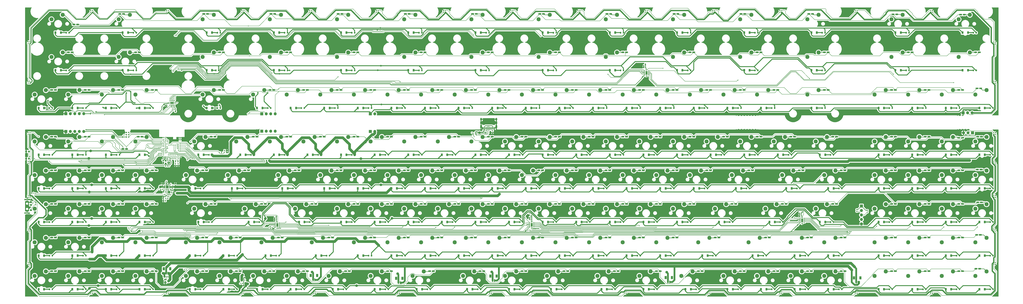
<source format=gbr>
%TF.GenerationSoftware,KiCad,Pcbnew,8.0.5-8.0.5-0~ubuntu20.04.1*%
%TF.CreationDate,2024-11-10T14:11:14+00:00*%
%TF.ProjectId,Hyper7-Evo,48797065-7237-42d4-9576-6f2e6b696361,rev?*%
%TF.SameCoordinates,Original*%
%TF.FileFunction,Copper,L2,Bot*%
%TF.FilePolarity,Positive*%
%FSLAX46Y46*%
G04 Gerber Fmt 4.6, Leading zero omitted, Abs format (unit mm)*
G04 Created by KiCad (PCBNEW 8.0.5-8.0.5-0~ubuntu20.04.1) date 2024-11-10 14:11:14*
%MOMM*%
%LPD*%
G01*
G04 APERTURE LIST*
%TA.AperFunction,ComponentPad*%
%ADD10C,2.300000*%
%TD*%
%TA.AperFunction,ComponentPad*%
%ADD11R,1.700000X1.700000*%
%TD*%
%TA.AperFunction,ComponentPad*%
%ADD12O,1.700000X1.700000*%
%TD*%
%TA.AperFunction,SMDPad,CuDef*%
%ADD13R,1.016000X1.422400*%
%TD*%
%TA.AperFunction,SMDPad,CuDef*%
%ADD14R,0.500000X0.375000*%
%TD*%
%TA.AperFunction,SMDPad,CuDef*%
%ADD15R,0.650000X0.300000*%
%TD*%
%TA.AperFunction,HeatsinkPad*%
%ADD16R,1.000000X2.000000*%
%TD*%
%TA.AperFunction,SMDPad,CuDef*%
%ADD17R,1.200000X0.900000*%
%TD*%
%TA.AperFunction,SMDPad,CuDef*%
%ADD18R,0.900000X0.800000*%
%TD*%
%TA.AperFunction,SMDPad,CuDef*%
%ADD19R,0.450000X0.700000*%
%TD*%
%TA.AperFunction,SMDPad,CuDef*%
%ADD20R,0.600000X1.550000*%
%TD*%
%TA.AperFunction,SMDPad,CuDef*%
%ADD21R,1.200000X1.800000*%
%TD*%
%TA.AperFunction,ConnectorPad*%
%ADD22C,0.787400*%
%TD*%
%TA.AperFunction,SMDPad,CuDef*%
%ADD23R,0.600000X0.400000*%
%TD*%
%TA.AperFunction,SMDPad,CuDef*%
%ADD24R,0.400000X0.600000*%
%TD*%
%TA.AperFunction,SMDPad,CuDef*%
%ADD25R,0.300000X1.450000*%
%TD*%
%TA.AperFunction,SMDPad,CuDef*%
%ADD26R,0.600000X1.450000*%
%TD*%
%TA.AperFunction,SMDPad,CuDef*%
%ADD27R,0.550000X1.450000*%
%TD*%
%TA.AperFunction,SMDPad,CuDef*%
%ADD28R,1.000000X0.900000*%
%TD*%
%TA.AperFunction,HeatsinkPad*%
%ADD29R,2.000000X1.000000*%
%TD*%
%TA.AperFunction,SMDPad,CuDef*%
%ADD30R,0.600000X1.100000*%
%TD*%
%TA.AperFunction,SMDPad,CuDef*%
%ADD31R,0.400000X0.650000*%
%TD*%
%TA.AperFunction,SMDPad,CuDef*%
%ADD32R,1.600000X1.600000*%
%TD*%
%TA.AperFunction,ViaPad*%
%ADD33C,0.800000*%
%TD*%
%TA.AperFunction,ViaPad*%
%ADD34C,0.500000*%
%TD*%
%TA.AperFunction,ViaPad*%
%ADD35C,1.500000*%
%TD*%
%TA.AperFunction,ViaPad*%
%ADD36C,1.000000*%
%TD*%
%TA.AperFunction,Conductor*%
%ADD37C,0.200000*%
%TD*%
%TA.AperFunction,Conductor*%
%ADD38C,1.000000*%
%TD*%
%TA.AperFunction,Conductor*%
%ADD39C,1.500000*%
%TD*%
%TA.AperFunction,Conductor*%
%ADD40C,0.500000*%
%TD*%
%TA.AperFunction,Conductor*%
%ADD41C,0.800000*%
%TD*%
%TA.AperFunction,Conductor*%
%ADD42C,0.350000*%
%TD*%
%TA.AperFunction,Conductor*%
%ADD43C,0.300000*%
%TD*%
%TA.AperFunction,Conductor*%
%ADD44C,0.250000*%
%TD*%
G04 APERTURE END LIST*
D10*
%TO.P,MX103,1,1*%
%TO.N,/COL22*%
X490115000Y-144310000D03*
%TO.P,MX103,2,2*%
%TO.N,Net-(MX103-Pad2)*%
X496465000Y-141770000D03*
%TD*%
%TO.P,MX132,1,1*%
%TO.N,/COL27*%
X575840000Y-163360000D03*
%TO.P,MX132,2,2*%
%TO.N,Net-(MX132-Pad2)*%
X582190000Y-160820000D03*
%TD*%
%TO.P,MX47,1,1*%
%TO.N,/COL37*%
X413915000Y-98740000D03*
%TO.P,MX47,2,2*%
%TO.N,Net-(MX47-Pad2)*%
X420265000Y-96200000D03*
%TD*%
%TO.P,MX161,1,1*%
%TO.N,/COL3*%
X80540000Y-201460000D03*
%TO.P,MX161,2,2*%
%TO.N,Net-(MX161-Pad2)*%
X86890000Y-198920000D03*
%TD*%
%TO.P,MX18,1,1*%
%TO.N,/COL31*%
X175790000Y-77400000D03*
%TO.P,MX18,2,2*%
%TO.N,Net-(MX18-Pad2)*%
X182140000Y-74860000D03*
%TD*%
%TO.P,MX167,1,1*%
%TO.N,/COL9*%
X209127500Y-201460000D03*
%TO.P,MX167,2,2*%
%TO.N,Net-(MX167-Pad2)*%
X215477500Y-198920000D03*
%TD*%
%TO.P,MX71,1,1*%
%TO.N,/COL17*%
X366290000Y-125260000D03*
%TO.P,MX71,2,2*%
%TO.N,Net-(MX71-Pad2)*%
X372640000Y-122720000D03*
%TD*%
%TO.P,MX3,1,1*%
%TO.N,/COL30*%
X137690000Y-56060000D03*
%TO.P,MX3,2,2*%
%TO.N,Net-(MX3-Pad2)*%
X144040000Y-53520000D03*
%TD*%
%TO.P,MX178,1,1*%
%TO.N,/COL20*%
X471065000Y-201460000D03*
%TO.P,MX178,2,2*%
%TO.N,Net-(MX178-Pad2)*%
X477415000Y-198920000D03*
%TD*%
%TO.P,MX36,1,1*%
%TO.N,/COL32*%
X204365000Y-98740000D03*
%TO.P,MX36,2,2*%
%TO.N,Net-(MX36-Pad2)*%
X210715000Y-96200000D03*
%TD*%
%TO.P,MX141,1,1*%
%TO.N,/COL9*%
X223415000Y-182410000D03*
%TO.P,MX141,2,2*%
%TO.N,Net-(MX141-Pad2)*%
X229765000Y-179870000D03*
%TD*%
%TO.P,MX56,1,1*%
%TO.N,/COL2*%
X61490000Y-125260000D03*
%TO.P,MX56,2,2*%
%TO.N,Net-(MX56-Pad2)*%
X67840000Y-122720000D03*
%TD*%
%TO.P,MX155,1,1*%
%TO.N,/COL24*%
X518690000Y-182410000D03*
%TO.P,MX155,2,2*%
%TO.N,Net-(MX155-Pad2)*%
X525040000Y-179870000D03*
%TD*%
%TO.P,MX108,1,1*%
%TO.N,/COL1*%
X42440000Y-163360000D03*
%TO.P,MX108,2,2*%
%TO.N,Net-(MX108-Pad2)*%
X48790000Y-160820000D03*
%TD*%
%TO.P,MX39,1,1*%
%TO.N,/COL33*%
X261515000Y-98740000D03*
%TO.P,MX39,2,2*%
%TO.N,Net-(MX39-Pad2)*%
X267865000Y-96200000D03*
%TD*%
%TO.P,MX82,1,1*%
%TO.N,/COL1*%
X42440000Y-144310000D03*
%TO.P,MX82,2,2*%
%TO.N,Net-(MX82-Pad2)*%
X48790000Y-141770000D03*
%TD*%
%TO.P,MX8,1,1*%
%TO.N,/COL35*%
X328190000Y-56060000D03*
%TO.P,MX8,2,2*%
%TO.N,Net-(MX8-Pad2)*%
X334540000Y-53520000D03*
%TD*%
%TO.P,MX130,1,1*%
%TO.N,/COL25*%
X537740000Y-163360000D03*
%TO.P,MX130,2,2*%
%TO.N,Net-(MX130-Pad2)*%
X544090000Y-160820000D03*
%TD*%
%TO.P,MX43,1,1*%
%TO.N,/COL35*%
X337715000Y-98740000D03*
%TO.P,MX43,2,2*%
%TO.N,Net-(MX43-Pad2)*%
X344065000Y-96200000D03*
%TD*%
%TO.P,MX11,1,1*%
%TO.N,/COL38*%
X442490000Y-56060000D03*
%TO.P,MX11,2,2*%
%TO.N,Net-(MX11-Pad2)*%
X448840000Y-53520000D03*
%TD*%
%TO.P,MX117,1,1*%
%TO.N,/COL10*%
X251990000Y-163360000D03*
%TO.P,MX117,2,2*%
%TO.N,Net-(MX117-Pad2)*%
X258340000Y-160820000D03*
%TD*%
%TO.P,MX124,1,1*%
%TO.N,/COL17*%
X385340000Y-163360000D03*
%TO.P,MX124,2,2*%
%TO.N,Net-(MX124-Pad2)*%
X391690000Y-160820000D03*
%TD*%
%TO.P,MX55,1,1*%
%TO.N,/COL1*%
X42440000Y-125260000D03*
%TO.P,MX55,2,2*%
%TO.N,Net-(MX55-Pad2)*%
X48790000Y-122720000D03*
%TD*%
%TO.P,MX76,1,1*%
%TO.N,/COL22*%
X461540000Y-125260000D03*
%TO.P,MX76,2,2*%
%TO.N,Net-(MX76-Pad2)*%
X467890000Y-122720000D03*
%TD*%
%TO.P,MX27,1,1*%
%TO.N,/COL40*%
X528215000Y-77400000D03*
%TO.P,MX27,2,2*%
%TO.N,Net-(MX27-Pad2)*%
X534565000Y-74860000D03*
%TD*%
%TO.P,MX66,1,1*%
%TO.N,/COL12*%
X271040000Y-125260000D03*
%TO.P,MX66,2,2*%
%TO.N,Net-(MX66-Pad2)*%
X277390000Y-122720000D03*
%TD*%
%TO.P,MX60,1,1*%
%TO.N,/COL6*%
X156740000Y-125260000D03*
%TO.P,MX60,2,2*%
%TO.N,Net-(MX60-Pad2)*%
X163090000Y-122720000D03*
%TD*%
%TO.P,MX46,1,1*%
%TO.N,/COL37*%
X394865000Y-98740000D03*
%TO.P,MX46,2,2*%
%TO.N,Net-(MX46-Pad2)*%
X401215000Y-96200000D03*
%TD*%
%TO.P,MX23,1,1*%
%TO.N,/COL36*%
X366290000Y-77400000D03*
%TO.P,MX23,2,2*%
%TO.N,Net-(MX23-Pad2)*%
X372640000Y-74860000D03*
%TD*%
%TO.P,MX127,1,1*%
%TO.N,/COL20*%
X456777500Y-163360000D03*
%TO.P,MX127,2,2*%
%TO.N,Net-(MX127-Pad2)*%
X463127500Y-160820000D03*
%TD*%
%TO.P,MX112,1,1*%
%TO.N,/COL5*%
X132927500Y-163360000D03*
%TO.P,MX112,2,2*%
%TO.N,Net-(MX112-Pad2)*%
X139277500Y-160820000D03*
%TD*%
%TO.P,MX109,1,1*%
%TO.N,/COL2*%
X61490000Y-163360000D03*
%TO.P,MX109,2,2*%
%TO.N,Net-(MX109-Pad2)*%
X67840000Y-160820000D03*
%TD*%
%TO.P,MX174,1,1*%
%TO.N,/COL16*%
X385340000Y-201460000D03*
%TO.P,MX174,2,2*%
%TO.N,Net-(MX174-Pad2)*%
X391690000Y-198920000D03*
%TD*%
%TO.P,MX81,1,1*%
%TO.N,/COL27*%
X575840000Y-125260000D03*
%TO.P,MX81,2,2*%
%TO.N,Net-(MX81-Pad2)*%
X582190000Y-122720000D03*
%TD*%
%TO.P,MX120,1,1*%
%TO.N,/COL13*%
X309140000Y-163360000D03*
%TO.P,MX120,2,2*%
%TO.N,Net-(MX120-Pad2)*%
X315490000Y-160820000D03*
%TD*%
%TO.P,MX146,1,1*%
%TO.N,/COL14*%
X318665000Y-182410000D03*
%TO.P,MX146,2,2*%
%TO.N,Net-(MX146-Pad2)*%
X325015000Y-179870000D03*
%TD*%
%TO.P,MX64,1,1*%
%TO.N,/COL10*%
X232940000Y-125260000D03*
%TO.P,MX64,2,2*%
%TO.N,Net-(MX64-Pad2)*%
X239290000Y-122720000D03*
%TD*%
%TO.P,MX41,1,1*%
%TO.N,/COL34*%
X299615000Y-98740000D03*
%TO.P,MX41,2,2*%
%TO.N,Net-(MX41-Pad2)*%
X305965000Y-96200000D03*
%TD*%
%TO.P,MX32,1,1*%
%TO.N,/COL29*%
X99590000Y-98740000D03*
%TO.P,MX32,2,2*%
%TO.N,Net-(MX32-Pad2)*%
X105940000Y-96200000D03*
%TD*%
%TO.P,MX72,1,1*%
%TO.N,/COL18*%
X385340000Y-125260000D03*
%TO.P,MX72,2,2*%
%TO.N,Net-(MX72-Pad2)*%
X391690000Y-122720000D03*
%TD*%
%TO.P,MX149,1,1*%
%TO.N,/COL17*%
X375815000Y-182410000D03*
%TO.P,MX149,2,2*%
%TO.N,Net-(MX149-Pad2)*%
X382165000Y-179870000D03*
%TD*%
%TO.P,MX62,1,1*%
%TO.N,/COL8*%
X194840000Y-125260000D03*
%TO.P,MX62,2,2*%
%TO.N,Net-(MX62-Pad2)*%
X201190000Y-122720000D03*
%TD*%
%TO.P,MX113,1,1*%
%TO.N,/COL6*%
X161502500Y-163360000D03*
%TO.P,MX113,2,2*%
%TO.N,Net-(MX113-Pad2)*%
X167852500Y-160820000D03*
%TD*%
D11*
%TO.P,J16,1,Pin_1*%
%TO.N,VDD*%
X232725000Y-119600000D03*
D12*
%TO.P,J16,2,Pin_2*%
%TO.N,G_LED*%
X235265000Y-119600000D03*
%TD*%
D10*
%TO.P,MX40,1,1*%
%TO.N,/COL34*%
X280565000Y-98740000D03*
%TO.P,MX40,2,2*%
%TO.N,Net-(MX40-Pad2)*%
X286915000Y-96200000D03*
%TD*%
%TO.P,MX177,1,1*%
%TO.N,/COL19*%
X452015000Y-201460000D03*
%TO.P,MX177,2,2*%
%TO.N,Net-(MX177-Pad2)*%
X458365000Y-198920000D03*
%TD*%
%TO.P,MX151,1,1*%
%TO.N,/COL19*%
X418677500Y-182410000D03*
%TO.P,MX151,2,2*%
%TO.N,Net-(MX151-Pad2)*%
X425027500Y-179870000D03*
%TD*%
%TO.P,MX121,1,1*%
%TO.N,/COL14*%
X328190000Y-163360000D03*
%TO.P,MX121,2,2*%
%TO.N,Net-(MX121-Pad2)*%
X334540000Y-160820000D03*
%TD*%
%TO.P,MX50,1,1*%
%TO.N,/COL39*%
X480590000Y-98740000D03*
%TO.P,MX50,2,2*%
%TO.N,Net-(MX50-Pad2)*%
X486940000Y-96200000D03*
%TD*%
%TO.P,MX160,1,1*%
%TO.N,/COL2*%
X61490000Y-201460000D03*
%TO.P,MX160,2,2*%
%TO.N,Net-(MX160-Pad2)*%
X67840000Y-198920000D03*
%TD*%
%TO.P,MX157,1,1*%
%TO.N,/COL26*%
X556790000Y-182410000D03*
%TO.P,MX157,2,2*%
%TO.N,Net-(MX157-Pad2)*%
X563140000Y-179870000D03*
%TD*%
%TO.P,MX33,1,1*%
%TO.N,/COL30*%
X137690000Y-98740000D03*
%TO.P,MX33,2,2*%
%TO.N,Net-(MX33-Pad2)*%
X144040000Y-96200000D03*
%TD*%
%TO.P,MX115,1,1*%
%TO.N,/COL8*%
X213890000Y-163360000D03*
%TO.P,MX115,2,2*%
%TO.N,Net-(MX115-Pad2)*%
X220240000Y-160820000D03*
%TD*%
%TO.P,MX136,1,1*%
%TO.N,/COL4*%
X99590000Y-182410000D03*
%TO.P,MX136,2,2*%
%TO.N,Net-(MX136-Pad2)*%
X105940000Y-179870000D03*
%TD*%
%TO.P,MX94,1,1*%
%TO.N,/COL13*%
X299615000Y-144310000D03*
%TO.P,MX94,2,2*%
%TO.N,Net-(MX94-Pad2)*%
X305965000Y-141770000D03*
%TD*%
%TO.P,MX88,1,1*%
%TO.N,/COL7*%
X180552500Y-144310000D03*
%TO.P,MX88,2,2*%
%TO.N,Net-(MX88-Pad2)*%
X186902500Y-141770000D03*
%TD*%
%TO.P,MX106,1,1*%
%TO.N,/COL26*%
X556790000Y-144310000D03*
%TO.P,MX106,2,2*%
%TO.N,Net-(MX106-Pad2)*%
X563140000Y-141770000D03*
%TD*%
%TO.P,MX73,1,1*%
%TO.N,/COL19*%
X404390000Y-125260000D03*
%TO.P,MX73,2,2*%
%TO.N,Net-(MX73-Pad2)*%
X410740000Y-122720000D03*
%TD*%
%TO.P,MX111,1,1*%
%TO.N,/COL4*%
X99590000Y-163360000D03*
%TO.P,MX111,2,2*%
%TO.N,Net-(MX111-Pad2)*%
X105940000Y-160820000D03*
%TD*%
D11*
%TO.P,J6,1,Pin_1*%
%TO.N,GND*%
X60090000Y-119600000D03*
D12*
%TO.P,J6,2,Pin_2*%
%TO.N,MOSI*%
X62630000Y-119600000D03*
%TO.P,J6,3,Pin_3*%
%TO.N,SCK*%
X65170000Y-119600000D03*
%TO.P,J6,4,Pin_4*%
%TO.N,DC*%
X67710000Y-119600000D03*
%TO.P,J6,5,Pin_5*%
%TO.N,+3.3V*%
X70250000Y-119600000D03*
%TD*%
D10*
%TO.P,MX122,1,1*%
%TO.N,/COL15*%
X347240000Y-163360000D03*
%TO.P,MX122,2,2*%
%TO.N,Net-(MX122-Pad2)*%
X353590000Y-160820000D03*
%TD*%
%TO.P,MX153,1,1*%
%TO.N,/COL21*%
X471065000Y-182410000D03*
%TO.P,MX153,2,2*%
%TO.N,Net-(MX153-Pad2)*%
X477415000Y-179870000D03*
%TD*%
%TO.P,MX78,1,1*%
%TO.N,/COL24*%
X518690000Y-125260000D03*
%TO.P,MX78,2,2*%
%TO.N,Net-(MX78-Pad2)*%
X525040000Y-122720000D03*
%TD*%
%TO.P,MX22,1,1*%
%TO.N,/COL35*%
X328190000Y-77400000D03*
%TO.P,MX22,2,2*%
%TO.N,Net-(MX22-Pad2)*%
X334540000Y-74860000D03*
%TD*%
%TO.P,MX125,1,1*%
%TO.N,/COL18*%
X404390000Y-163360000D03*
%TO.P,MX125,2,2*%
%TO.N,Net-(MX125-Pad2)*%
X410740000Y-160820000D03*
%TD*%
%TO.P,MX69,1,1*%
%TO.N,/COL15*%
X328190000Y-125260000D03*
%TO.P,MX69,2,2*%
%TO.N,Net-(MX69-Pad2)*%
X334540000Y-122720000D03*
%TD*%
%TO.P,MX104,1,1*%
%TO.N,/COL24*%
X518690000Y-144310000D03*
%TO.P,MX104,2,2*%
%TO.N,Net-(MX104-Pad2)*%
X525040000Y-141770000D03*
%TD*%
%TO.P,MX150,1,1*%
%TO.N,/COL18*%
X394865000Y-182410000D03*
%TO.P,MX150,2,2*%
%TO.N,Net-(MX150-Pad2)*%
X401215000Y-179870000D03*
%TD*%
%TO.P,MX65,1,1*%
%TO.N,/COL11*%
X251990000Y-125260000D03*
%TO.P,MX65,2,2*%
%TO.N,Net-(MX65-Pad2)*%
X258340000Y-122720000D03*
%TD*%
%TO.P,MX156,1,1*%
%TO.N,/COL25*%
X537740000Y-182410000D03*
%TO.P,MX156,2,2*%
%TO.N,Net-(MX156-Pad2)*%
X544090000Y-179870000D03*
%TD*%
%TO.P,MX163,1,1*%
%TO.N,/COL5*%
X128165000Y-201460000D03*
%TO.P,MX163,2,2*%
%TO.N,Net-(MX163-Pad2)*%
X134515000Y-198920000D03*
%TD*%
%TO.P,MX133,1,1*%
%TO.N,/COL1*%
X42440000Y-182410000D03*
%TO.P,MX133,2,2*%
%TO.N,Net-(MX133-Pad2)*%
X48790000Y-179870000D03*
%TD*%
%TO.P,MX53,1,1*%
%TO.N,/COL41*%
X556790000Y-98740000D03*
%TO.P,MX53,2,2*%
%TO.N,Net-(MX53-Pad2)*%
X563140000Y-96200000D03*
%TD*%
%TO.P,MX59,1,1*%
%TO.N,/COL5*%
X132927500Y-125260000D03*
%TO.P,MX59,2,2*%
%TO.N,Net-(MX59-Pad2)*%
X139277500Y-122720000D03*
%TD*%
%TO.P,MX67,1,1*%
%TO.N,/COL13*%
X290090000Y-125260000D03*
%TO.P,MX67,2,2*%
%TO.N,Net-(MX67-Pad2)*%
X296440000Y-122720000D03*
%TD*%
%TO.P,MX89,1,1*%
%TO.N,/COL8*%
X204365000Y-144310000D03*
%TO.P,MX89,2,2*%
%TO.N,Net-(MX89-Pad2)*%
X210715000Y-141770000D03*
%TD*%
%TO.P,MX118,1,1*%
%TO.N,/COL11*%
X271040000Y-163360000D03*
%TO.P,MX118,2,2*%
%TO.N,Net-(MX118-Pad2)*%
X277390000Y-160820000D03*
%TD*%
%TO.P,MX26,1,1*%
%TO.N,/COL39*%
X480590000Y-77400000D03*
%TO.P,MX26,2,2*%
%TO.N,Net-(MX26-Pad2)*%
X486940000Y-74860000D03*
%TD*%
%TO.P,MX162,1,1*%
%TO.N,/COL4*%
X99590000Y-201460000D03*
%TO.P,MX162,2,2*%
%TO.N,Net-(MX162-Pad2)*%
X105940000Y-198920000D03*
%TD*%
%TO.P,MX105,1,1*%
%TO.N,/COL25*%
X537740000Y-144310000D03*
%TO.P,MX105,2,2*%
%TO.N,Net-(MX105-Pad2)*%
X544090000Y-141770000D03*
%TD*%
%TO.P,MX63,1,1*%
%TO.N,/COL9*%
X213890000Y-125260000D03*
%TO.P,MX63,2,2*%
%TO.N,Net-(MX63-Pad2)*%
X220240000Y-122720000D03*
%TD*%
D11*
%TO.P,J17,1,Pin_1*%
%TO.N,VDD*%
X232725000Y-109600000D03*
D12*
%TO.P,J17,2,Pin_2*%
%TO.N,G_LED*%
X235265000Y-109600000D03*
%TD*%
D10*
%TO.P,MX171,1,1*%
%TO.N,/COL13*%
X309140000Y-201460000D03*
%TO.P,MX171,2,2*%
%TO.N,Net-(MX171-Pad2)*%
X315490000Y-198920000D03*
%TD*%
%TO.P,MX152,1,1*%
%TO.N,/COL20*%
X447252500Y-182410000D03*
%TO.P,MX152,2,2*%
%TO.N,Net-(MX152-Pad2)*%
X453602500Y-179870000D03*
%TD*%
%TO.P,MX154,1,1*%
%TO.N,/COL23*%
X490115000Y-182410000D03*
%TO.P,MX154,2,2*%
%TO.N,Net-(MX154-Pad2)*%
X496465000Y-179870000D03*
%TD*%
%TO.P,MX140,1,1*%
%TO.N,/COL8*%
X199602500Y-182410000D03*
%TO.P,MX140,2,2*%
%TO.N,Net-(MX140-Pad2)*%
X205952500Y-179870000D03*
%TD*%
%TO.P,MX30,1,1*%
%TO.N,/COL28*%
X61490000Y-98740000D03*
%TO.P,MX30,2,2*%
%TO.N,Net-(MX30-Pad2)*%
X67840000Y-96200000D03*
%TD*%
%TO.P,MX54,1,1*%
%TO.N,/COL41*%
X575840000Y-98740000D03*
%TO.P,MX54,2,2*%
%TO.N,Net-(MX54-Pad2)*%
X582190000Y-96200000D03*
%TD*%
%TO.P,MX148,1,1*%
%TO.N,/COL16*%
X356765000Y-182410000D03*
%TO.P,MX148,2,2*%
%TO.N,Net-(MX148-Pad2)*%
X363115000Y-179870000D03*
%TD*%
%TO.P,MX75,1,1*%
%TO.N,/COL21*%
X442490000Y-125260000D03*
%TO.P,MX75,2,2*%
%TO.N,Net-(MX75-Pad2)*%
X448840000Y-122720000D03*
%TD*%
%TO.P,MX84,1,1*%
%TO.N,/COL3*%
X80540000Y-144310000D03*
%TO.P,MX84,2,2*%
%TO.N,Net-(MX84-Pad2)*%
X86890000Y-141770000D03*
%TD*%
%TO.P,MX97,1,1*%
%TO.N,/COL16*%
X356765000Y-144310000D03*
%TO.P,MX97,2,2*%
%TO.N,Net-(MX97-Pad2)*%
X363115000Y-141770000D03*
%TD*%
%TO.P,MX68,1,1*%
%TO.N,/COL14*%
X309140000Y-125260000D03*
%TO.P,MX68,2,2*%
%TO.N,Net-(MX68-Pad2)*%
X315490000Y-122720000D03*
%TD*%
%TO.P,MX138,1,1*%
%TO.N,/COL6*%
X147215000Y-182410000D03*
%TO.P,MX138,2,2*%
%TO.N,Net-(MX138-Pad2)*%
X153565000Y-179870000D03*
%TD*%
D11*
%TO.P,J14,1,Pin_1*%
%TO.N,/ROW0*%
X171200000Y-119450000D03*
D12*
%TO.P,J14,2,Pin_2*%
%TO.N,/ROW1*%
X173740000Y-119450000D03*
%TO.P,J14,3,Pin_3*%
%TO.N,/ROW2*%
X176280000Y-119450000D03*
%TO.P,J14,4,Pin_4*%
%TO.N,/ROW3*%
X178820000Y-119450000D03*
%TD*%
D10*
%TO.P,MX128,1,1*%
%TO.N,/COL21*%
X485352500Y-163360000D03*
%TO.P,MX128,2,2*%
%TO.N,Net-(MX128-Pad2)*%
X491702500Y-160820000D03*
%TD*%
%TO.P,MX175,1,1*%
%TO.N,/COL17*%
X409152500Y-201460000D03*
%TO.P,MX175,2,2*%
%TO.N,Net-(MX175-Pad2)*%
X415502500Y-198920000D03*
%TD*%
%TO.P,MX91,1,1*%
%TO.N,/COL10*%
X242465000Y-144310000D03*
%TO.P,MX91,2,2*%
%TO.N,Net-(MX91-Pad2)*%
X248815000Y-141770000D03*
%TD*%
%TO.P,MX20,1,1*%
%TO.N,/COL33*%
X251990000Y-77400000D03*
%TO.P,MX20,2,2*%
%TO.N,Net-(MX20-Pad2)*%
X258340000Y-74860000D03*
%TD*%
%TO.P,MX79,1,1*%
%TO.N,/COL25*%
X537740000Y-125260000D03*
%TO.P,MX79,2,2*%
%TO.N,Net-(MX79-Pad2)*%
X544090000Y-122720000D03*
%TD*%
%TO.P,MX24,1,1*%
%TO.N,/COL37*%
X404390000Y-77400000D03*
%TO.P,MX24,2,2*%
%TO.N,Net-(MX24-Pad2)*%
X410740000Y-74860000D03*
%TD*%
%TO.P,MX145,1,1*%
%TO.N,/COL13*%
X299615000Y-182410000D03*
%TO.P,MX145,2,2*%
%TO.N,Net-(MX145-Pad2)*%
X305965000Y-179870000D03*
%TD*%
%TO.P,MX4,1,1*%
%TO.N,/COL31*%
X175790000Y-56060000D03*
%TO.P,MX4,2,2*%
%TO.N,Net-(MX4-Pad2)*%
X182140000Y-53520000D03*
%TD*%
%TO.P,MX137,1,1*%
%TO.N,/COL5*%
X128165000Y-182410000D03*
%TO.P,MX137,2,2*%
%TO.N,Net-(MX137-Pad2)*%
X134515000Y-179870000D03*
%TD*%
D11*
%TO.P,J8,1,Pin_1*%
%TO.N,GND*%
X60130000Y-109500000D03*
D12*
%TO.P,J8,2,Pin_2*%
%TO.N,MOSI*%
X62670000Y-109500000D03*
%TO.P,J8,3,Pin_3*%
%TO.N,SCK*%
X65210000Y-109500000D03*
%TO.P,J8,4,Pin_4*%
%TO.N,DC*%
X67750000Y-109500000D03*
%TO.P,J8,5,Pin_5*%
%TO.N,+3.3V*%
X70290000Y-109500000D03*
%TD*%
D10*
%TO.P,MX44,1,1*%
%TO.N,/COL36*%
X356765000Y-98740000D03*
%TO.P,MX44,2,2*%
%TO.N,Net-(MX44-Pad2)*%
X363115000Y-96200000D03*
%TD*%
%TO.P,MX172,1,1*%
%TO.N,/COL14*%
X332952500Y-201460000D03*
%TO.P,MX172,2,2*%
%TO.N,Net-(MX172-Pad2)*%
X339302500Y-198920000D03*
%TD*%
%TO.P,MX126,1,1*%
%TO.N,/COL19*%
X428202500Y-163360000D03*
%TO.P,MX126,2,2*%
%TO.N,Net-(MX126-Pad2)*%
X434552500Y-160820000D03*
%TD*%
%TO.P,MX173,1,1*%
%TO.N,/COL15*%
X361527500Y-201460000D03*
%TO.P,MX173,2,2*%
%TO.N,Net-(MX173-Pad2)*%
X367877500Y-198920000D03*
%TD*%
%TO.P,MX13,1,1*%
%TO.N,/COL40*%
X528215000Y-56060000D03*
%TO.P,MX13,2,2*%
%TO.N,Net-(MX13-Pad2)*%
X534565000Y-53520000D03*
%TD*%
%TO.P,MX158,1,1*%
%TO.N,/COL27*%
X575840000Y-182410000D03*
%TO.P,MX158,2,2*%
%TO.N,Net-(MX158-Pad2)*%
X582190000Y-179870000D03*
%TD*%
%TO.P,MX42,1,1*%
%TO.N,/COL35*%
X318665000Y-98740000D03*
%TO.P,MX42,2,2*%
%TO.N,Net-(MX42-Pad2)*%
X325015000Y-96200000D03*
%TD*%
%TO.P,MX179,1,1*%
%TO.N,/COL21*%
X490115000Y-201460000D03*
%TO.P,MX179,2,2*%
%TO.N,Net-(MX179-Pad2)*%
X496465000Y-198920000D03*
%TD*%
D11*
%TO.P,J15,1,Pin_1*%
%TO.N,/ROW0*%
X171200000Y-109600000D03*
D12*
%TO.P,J15,2,Pin_2*%
%TO.N,/ROW1*%
X173740000Y-109600000D03*
%TO.P,J15,3,Pin_3*%
%TO.N,/ROW2*%
X176280000Y-109600000D03*
%TO.P,J15,4,Pin_4*%
%TO.N,/ROW3*%
X178820000Y-109600000D03*
%TD*%
D10*
%TO.P,MX134,1,1*%
%TO.N,/COL2*%
X61490000Y-182410000D03*
%TO.P,MX134,2,2*%
%TO.N,Net-(MX134-Pad2)*%
X67840000Y-179870000D03*
%TD*%
%TO.P,MX114,1,1*%
%TO.N,/COL7*%
X190077500Y-163360000D03*
%TO.P,MX114,2,2*%
%TO.N,Net-(MX114-Pad2)*%
X196427500Y-160820000D03*
%TD*%
%TO.P,MX25,1,1*%
%TO.N,/COL38*%
X442490000Y-77400000D03*
%TO.P,MX25,2,2*%
%TO.N,Net-(MX25-Pad2)*%
X448840000Y-74860000D03*
%TD*%
%TO.P,MX99,1,1*%
%TO.N,/COL18*%
X394865000Y-144310000D03*
%TO.P,MX99,2,2*%
%TO.N,Net-(MX99-Pad2)*%
X401215000Y-141770000D03*
%TD*%
%TO.P,MX143,1,1*%
%TO.N,/COL11*%
X261515000Y-182410000D03*
%TO.P,MX143,2,2*%
%TO.N,Net-(MX143-Pad2)*%
X267865000Y-179870000D03*
%TD*%
%TO.P,MX51,1,1*%
%TO.N,/COL40*%
X518690000Y-98740000D03*
%TO.P,MX51,2,2*%
%TO.N,Net-(MX51-Pad2)*%
X525040000Y-96200000D03*
%TD*%
%TO.P,MX1,1,1*%
%TO.N,/COL28*%
X51965000Y-56060000D03*
%TO.P,MX1,2,2*%
%TO.N,Net-(MX1-Pad2)*%
X58315000Y-53520000D03*
%TD*%
%TO.P,MX77,1,1*%
%TO.N,/COL23*%
X485352500Y-125260000D03*
%TO.P,MX77,2,2*%
%TO.N,Net-(MX77-Pad2)*%
X491702500Y-122720000D03*
%TD*%
%TO.P,MX90,1,1*%
%TO.N,/COL9*%
X223415000Y-144310000D03*
%TO.P,MX90,2,2*%
%TO.N,Net-(MX90-Pad2)*%
X229765000Y-141770000D03*
%TD*%
%TO.P,MX180,1,1*%
%TO.N,/COL24*%
X518690000Y-201460000D03*
%TO.P,MX180,2,2*%
%TO.N,Net-(MX180-Pad2)*%
X525040000Y-198920000D03*
%TD*%
%TO.P,MX93,1,1*%
%TO.N,/COL12*%
X280565000Y-144310000D03*
%TO.P,MX93,2,2*%
%TO.N,Net-(MX93-Pad2)*%
X286915000Y-141770000D03*
%TD*%
%TO.P,MX116,1,1*%
%TO.N,/COL9*%
X232940000Y-163360000D03*
%TO.P,MX116,2,2*%
%TO.N,Net-(MX116-Pad2)*%
X239290000Y-160820000D03*
%TD*%
%TO.P,MX48,1,1*%
%TO.N,/COL38*%
X432965000Y-98740000D03*
%TO.P,MX48,2,2*%
%TO.N,Net-(MX48-Pad2)*%
X439315000Y-96200000D03*
%TD*%
%TO.P,MX170,1,1*%
%TO.N,/COL12*%
X285327500Y-201460000D03*
%TO.P,MX170,2,2*%
%TO.N,Net-(MX170-Pad2)*%
X291677500Y-198920000D03*
%TD*%
%TO.P,MX107,1,1*%
%TO.N,/COL27*%
X575840000Y-144310000D03*
%TO.P,MX107,2,2*%
%TO.N,Net-(MX107-Pad2)*%
X582190000Y-141770000D03*
%TD*%
%TO.P,MX37,1,1*%
%TO.N,/COL32*%
X223415000Y-98740000D03*
%TO.P,MX37,2,2*%
%TO.N,Net-(MX37-Pad2)*%
X229765000Y-96200000D03*
%TD*%
%TO.P,MX2,1,1*%
%TO.N,/COL29*%
X90065000Y-56060000D03*
%TO.P,MX2,2,2*%
%TO.N,Net-(MX2-Pad2)*%
X96415000Y-53520000D03*
%TD*%
%TO.P,MX142,1,1*%
%TO.N,/COL10*%
X242465000Y-182410000D03*
%TO.P,MX142,2,2*%
%TO.N,Net-(MX142-Pad2)*%
X248815000Y-179870000D03*
%TD*%
%TO.P,MX147,1,1*%
%TO.N,/COL15*%
X337715000Y-182410000D03*
%TO.P,MX147,2,2*%
%TO.N,Net-(MX147-Pad2)*%
X344065000Y-179870000D03*
%TD*%
%TO.P,MX86,1,1*%
%TO.N,/COL5*%
X128165000Y-144310000D03*
%TO.P,MX86,2,2*%
%TO.N,Net-(MX86-Pad2)*%
X134515000Y-141770000D03*
%TD*%
%TO.P,MX165,1,1*%
%TO.N,/COL7*%
X166265000Y-201460000D03*
%TO.P,MX165,2,2*%
%TO.N,Net-(MX165-Pad2)*%
X172615000Y-198920000D03*
%TD*%
%TO.P,MX169,1,1*%
%TO.N,/COL11*%
X256752500Y-201460000D03*
%TO.P,MX169,2,2*%
%TO.N,Net-(MX169-Pad2)*%
X263102500Y-198920000D03*
%TD*%
%TO.P,MX9,1,1*%
%TO.N,/COL36*%
X366290000Y-56060000D03*
%TO.P,MX9,2,2*%
%TO.N,Net-(MX9-Pad2)*%
X372640000Y-53520000D03*
%TD*%
D11*
%TO.P,J3,1,Pin_1*%
%TO.N,+3.3V*%
X511250000Y-161880000D03*
D12*
%TO.P,J3,2,Pin_2*%
%TO.N,/SDA*%
X511250000Y-164420000D03*
%TO.P,J3,3,Pin_3*%
%TO.N,/SCL*%
X511250000Y-166960000D03*
%TO.P,J3,4,Pin_4*%
%TO.N,/INT*%
X511250000Y-169500000D03*
%TO.P,J3,5,Pin_5*%
%TO.N,GND*%
X511250000Y-172040000D03*
%TD*%
D10*
%TO.P,MX74,1,1*%
%TO.N,/COL20*%
X423440000Y-125260000D03*
%TO.P,MX74,2,2*%
%TO.N,Net-(MX74-Pad2)*%
X429790000Y-122720000D03*
%TD*%
%TO.P,MX16,1,1*%
%TO.N,/COL29*%
X90065000Y-77400000D03*
%TO.P,MX16,2,2*%
%TO.N,Net-(MX16-Pad2)*%
X96415000Y-74860000D03*
%TD*%
%TO.P,MX14,1,1*%
%TO.N,/COL41*%
X566315000Y-56060000D03*
%TO.P,MX14,2,2*%
%TO.N,Net-(MX14-Pad2)*%
X572665000Y-53520000D03*
%TD*%
%TO.P,MX144,1,1*%
%TO.N,/COL12*%
X280565000Y-182410000D03*
%TO.P,MX144,2,2*%
%TO.N,Net-(MX144-Pad2)*%
X286915000Y-179870000D03*
%TD*%
%TO.P,MX129,1,1*%
%TO.N,/COL24*%
X518690000Y-163360000D03*
%TO.P,MX129,2,2*%
%TO.N,Net-(MX129-Pad2)*%
X525040000Y-160820000D03*
%TD*%
%TO.P,MX35,1,1*%
%TO.N,/COL31*%
X185315000Y-98740000D03*
%TO.P,MX35,2,2*%
%TO.N,Net-(MX35-Pad2)*%
X191665000Y-96200000D03*
%TD*%
%TO.P,MX110,1,1*%
%TO.N,/COL3*%
X80540000Y-163360000D03*
%TO.P,MX110,2,2*%
%TO.N,Net-(MX110-Pad2)*%
X86890000Y-160820000D03*
%TD*%
%TO.P,MX6,1,1*%
%TO.N,/COL33*%
X251990000Y-56060000D03*
%TO.P,MX6,2,2*%
%TO.N,Net-(MX6-Pad2)*%
X258340000Y-53520000D03*
%TD*%
%TO.P,MX17,1,1*%
%TO.N,/COL30*%
X137690000Y-77400000D03*
%TO.P,MX17,2,2*%
%TO.N,Net-(MX17-Pad2)*%
X144040000Y-74860000D03*
%TD*%
%TO.P,MX12,1,1*%
%TO.N,/COL39*%
X480590000Y-56060000D03*
%TO.P,MX12,2,2*%
%TO.N,Net-(MX12-Pad2)*%
X486940000Y-53520000D03*
%TD*%
%TO.P,MX95,1,1*%
%TO.N,/COL14*%
X318665000Y-144310000D03*
%TO.P,MX95,2,2*%
%TO.N,Net-(MX95-Pad2)*%
X325015000Y-141770000D03*
%TD*%
%TO.P,MX164,1,1*%
%TO.N,/COL6*%
X147215000Y-201460000D03*
%TO.P,MX164,2,2*%
%TO.N,Net-(MX164-Pad2)*%
X153565000Y-198920000D03*
%TD*%
%TO.P,MX57,1,1*%
%TO.N,/COL3*%
X80540000Y-125260000D03*
%TO.P,MX57,2,2*%
%TO.N,Net-(MX57-Pad2)*%
X86890000Y-122720000D03*
%TD*%
%TO.P,MX102,1,1*%
%TO.N,/COL21*%
X466302500Y-144310000D03*
%TO.P,MX102,2,2*%
%TO.N,Net-(MX102-Pad2)*%
X472652500Y-141770000D03*
%TD*%
%TO.P,MX45,1,1*%
%TO.N,/COL36*%
X375815000Y-98740000D03*
%TO.P,MX45,2,2*%
%TO.N,Net-(MX45-Pad2)*%
X382165000Y-96200000D03*
%TD*%
%TO.P,MX83,1,1*%
%TO.N,/COL2*%
X61490000Y-144310000D03*
%TO.P,MX83,2,2*%
%TO.N,Net-(MX83-Pad2)*%
X67840000Y-141770000D03*
%TD*%
%TO.P,MX101,1,1*%
%TO.N,/COL20*%
X437727500Y-144310000D03*
%TO.P,MX101,2,2*%
%TO.N,Net-(MX101-Pad2)*%
X444077500Y-141770000D03*
%TD*%
%TO.P,MX96,1,1*%
%TO.N,/COL15*%
X337715000Y-144310000D03*
%TO.P,MX96,2,2*%
%TO.N,Net-(MX96-Pad2)*%
X344065000Y-141770000D03*
%TD*%
%TO.P,MX58,1,1*%
%TO.N,/COL4*%
X99590000Y-125260000D03*
%TO.P,MX58,2,2*%
%TO.N,Net-(MX58-Pad2)*%
X105940000Y-122720000D03*
%TD*%
%TO.P,MX139,1,1*%
%TO.N,/COL7*%
X171027500Y-182410000D03*
%TO.P,MX139,2,2*%
%TO.N,Net-(MX139-Pad2)*%
X177377500Y-179870000D03*
%TD*%
%TO.P,MX52,1,1*%
%TO.N,/COL40*%
X537740000Y-98740000D03*
%TO.P,MX52,2,2*%
%TO.N,Net-(MX52-Pad2)*%
X544090000Y-96200000D03*
%TD*%
%TO.P,MX80,1,1*%
%TO.N,/COL26*%
X556790000Y-125260000D03*
%TO.P,MX80,2,2*%
%TO.N,Net-(MX80-Pad2)*%
X563140000Y-122720000D03*
%TD*%
%TO.P,MX31,1,1*%
%TO.N,/COL29*%
X80540000Y-98740000D03*
%TO.P,MX31,2,2*%
%TO.N,Net-(MX31-Pad2)*%
X86890000Y-96200000D03*
%TD*%
%TO.P,MX168,1,1*%
%TO.N,/COL10*%
X232940000Y-201460000D03*
%TO.P,MX168,2,2*%
%TO.N,Net-(MX168-Pad2)*%
X239290000Y-198920000D03*
%TD*%
%TO.P,MX7,1,1*%
%TO.N,/COL34*%
X290090000Y-56060000D03*
%TO.P,MX7,2,2*%
%TO.N,Net-(MX7-Pad2)*%
X296440000Y-53520000D03*
%TD*%
%TO.P,MX85,1,1*%
%TO.N,/COL4*%
X99590000Y-144310000D03*
%TO.P,MX85,2,2*%
%TO.N,Net-(MX85-Pad2)*%
X105940000Y-141770000D03*
%TD*%
%TO.P,MX181,1,1*%
%TO.N,/COL25*%
X537740000Y-201460000D03*
%TO.P,MX181,2,2*%
%TO.N,Net-(MX181-Pad2)*%
X544090000Y-198920000D03*
%TD*%
%TO.P,MX159,1,1*%
%TO.N,/COL1*%
X42440000Y-201460000D03*
%TO.P,MX159,2,2*%
%TO.N,Net-(MX159-Pad2)*%
X48790000Y-198920000D03*
%TD*%
%TO.P,MX87,1,1*%
%TO.N,/COL6*%
X151977500Y-144310000D03*
%TO.P,MX87,2,2*%
%TO.N,Net-(MX87-Pad2)*%
X158327500Y-141770000D03*
%TD*%
%TO.P,MX29,1,1*%
%TO.N,/COL28*%
X42440000Y-98740000D03*
%TO.P,MX29,2,2*%
%TO.N,Net-(MX29-Pad2)*%
X48790000Y-96200000D03*
%TD*%
%TO.P,MX49,1,1*%
%TO.N,/COL38*%
X452015000Y-98740000D03*
%TO.P,MX49,2,2*%
%TO.N,Net-(MX49-Pad2)*%
X458365000Y-96200000D03*
%TD*%
%TO.P,MX166,1,1*%
%TO.N,/COL8*%
X185315000Y-201460000D03*
%TO.P,MX166,2,2*%
%TO.N,Net-(MX166-Pad2)*%
X191665000Y-198920000D03*
%TD*%
%TO.P,MX38,1,1*%
%TO.N,/COL33*%
X242465000Y-98740000D03*
%TO.P,MX38,2,2*%
%TO.N,Net-(MX38-Pad2)*%
X248815000Y-96200000D03*
%TD*%
%TO.P,MX28,1,1*%
%TO.N,/COL41*%
X566315000Y-77400000D03*
%TO.P,MX28,2,2*%
%TO.N,Net-(MX28-Pad2)*%
X572665000Y-74860000D03*
%TD*%
%TO.P,MX34,1,1*%
%TO.N,/COL31*%
X166265000Y-98740000D03*
%TO.P,MX34,2,2*%
%TO.N,Net-(MX34-Pad2)*%
X172615000Y-96200000D03*
%TD*%
%TO.P,MX123,1,1*%
%TO.N,/COL16*%
X366290000Y-163360000D03*
%TO.P,MX123,2,2*%
%TO.N,Net-(MX123-Pad2)*%
X372640000Y-160820000D03*
%TD*%
%TO.P,MX100,1,1*%
%TO.N,/COL19*%
X413915000Y-144310000D03*
%TO.P,MX100,2,2*%
%TO.N,Net-(MX100-Pad2)*%
X420265000Y-141770000D03*
%TD*%
%TO.P,MX19,1,1*%
%TO.N,/COL32*%
X213890000Y-77400000D03*
%TO.P,MX19,2,2*%
%TO.N,Net-(MX19-Pad2)*%
X220240000Y-74860000D03*
%TD*%
%TO.P,MX92,1,1*%
%TO.N,/COL11*%
X261515000Y-144310000D03*
%TO.P,MX92,2,2*%
%TO.N,Net-(MX92-Pad2)*%
X267865000Y-141770000D03*
%TD*%
%TO.P,MX5,1,1*%
%TO.N,/COL32*%
X213890000Y-56060000D03*
%TO.P,MX5,2,2*%
%TO.N,Net-(MX5-Pad2)*%
X220240000Y-53520000D03*
%TD*%
%TO.P,MX183,1,1*%
%TO.N,/COL27*%
X575840000Y-201460000D03*
%TO.P,MX183,2,2*%
%TO.N,Net-(MX183-Pad2)*%
X582190000Y-198920000D03*
%TD*%
%TO.P,MX21,1,1*%
%TO.N,/COL34*%
X290090000Y-77400000D03*
%TO.P,MX21,2,2*%
%TO.N,Net-(MX21-Pad2)*%
X296440000Y-74860000D03*
%TD*%
%TO.P,MX98,1,1*%
%TO.N,/COL17*%
X375815000Y-144310000D03*
%TO.P,MX98,2,2*%
%TO.N,Net-(MX98-Pad2)*%
X382165000Y-141770000D03*
%TD*%
%TO.P,MX61,1,1*%
%TO.N,/COL7*%
X175790000Y-125260000D03*
%TO.P,MX61,2,2*%
%TO.N,Net-(MX61-Pad2)*%
X182140000Y-122720000D03*
%TD*%
%TO.P,MX119,1,1*%
%TO.N,/COL12*%
X290090000Y-163360000D03*
%TO.P,MX119,2,2*%
%TO.N,Net-(MX119-Pad2)*%
X296440000Y-160820000D03*
%TD*%
%TO.P,MX135,1,1*%
%TO.N,/COL3*%
X80540000Y-182410000D03*
%TO.P,MX135,2,2*%
%TO.N,Net-(MX135-Pad2)*%
X86890000Y-179870000D03*
%TD*%
%TO.P,MX176,1,1*%
%TO.N,/COL18*%
X432965000Y-201460000D03*
%TO.P,MX176,2,2*%
%TO.N,Net-(MX176-Pad2)*%
X439315000Y-198920000D03*
%TD*%
%TO.P,MX182,1,1*%
%TO.N,/COL26*%
X556790000Y-201460000D03*
%TO.P,MX182,2,2*%
%TO.N,Net-(MX182-Pad2)*%
X563140000Y-198920000D03*
%TD*%
%TO.P,MX15,1,1*%
%TO.N,/COL28*%
X51965000Y-77400000D03*
%TO.P,MX15,2,2*%
%TO.N,Net-(MX15-Pad2)*%
X58315000Y-74860000D03*
%TD*%
%TO.P,MX10,1,1*%
%TO.N,/COL37*%
X404390000Y-56060000D03*
%TO.P,MX10,2,2*%
%TO.N,Net-(MX10-Pad2)*%
X410740000Y-53520000D03*
%TD*%
%TO.P,MX70,1,1*%
%TO.N,/COL16*%
X347240000Y-125260000D03*
%TO.P,MX70,2,2*%
%TO.N,Net-(MX70-Pad2)*%
X353590000Y-122720000D03*
%TD*%
%TO.P,MX131,1,1*%
%TO.N,/COL26*%
X556790000Y-163360000D03*
%TO.P,MX131,2,2*%
%TO.N,Net-(MX131-Pad2)*%
X563140000Y-160820000D03*
%TD*%
%TO.P,LEDR104,1,1*%
%TO.N,Net-(LED104-C)*%
%TA.AperFunction,SMDPad,CuDef*%
G36*
G01*
X526655000Y-152175000D02*
X526655000Y-151625000D01*
G75*
G02*
X526855000Y-151425000I200000J0D01*
G01*
X527255000Y-151425000D01*
G75*
G02*
X527455000Y-151625000I0J-200000D01*
G01*
X527455000Y-152175000D01*
G75*
G02*
X527255000Y-152375000I-200000J0D01*
G01*
X526855000Y-152375000D01*
G75*
G02*
X526655000Y-152175000I0J200000D01*
G01*
G37*
%TD.AperFunction*%
%TO.P,LEDR104,2,2*%
%TO.N,G_LED*%
%TA.AperFunction,SMDPad,CuDef*%
G36*
G01*
X528305000Y-152175000D02*
X528305000Y-151625000D01*
G75*
G02*
X528505000Y-151425000I200000J0D01*
G01*
X528905000Y-151425000D01*
G75*
G02*
X529105000Y-151625000I0J-200000D01*
G01*
X529105000Y-152175000D01*
G75*
G02*
X528905000Y-152375000I-200000J0D01*
G01*
X528505000Y-152375000D01*
G75*
G02*
X528305000Y-152175000I0J200000D01*
G01*
G37*
%TD.AperFunction*%
%TD*%
%TO.P,LEDR131,1,1*%
%TO.N,Net-(LED131-C)*%
%TA.AperFunction,SMDPad,CuDef*%
G36*
G01*
X564755000Y-171225000D02*
X564755000Y-170675000D01*
G75*
G02*
X564955000Y-170475000I200000J0D01*
G01*
X565355000Y-170475000D01*
G75*
G02*
X565555000Y-170675000I0J-200000D01*
G01*
X565555000Y-171225000D01*
G75*
G02*
X565355000Y-171425000I-200000J0D01*
G01*
X564955000Y-171425000D01*
G75*
G02*
X564755000Y-171225000I0J200000D01*
G01*
G37*
%TD.AperFunction*%
%TO.P,LEDR131,2,2*%
%TO.N,G_LED*%
%TA.AperFunction,SMDPad,CuDef*%
G36*
G01*
X566405000Y-171225000D02*
X566405000Y-170675000D01*
G75*
G02*
X566605000Y-170475000I200000J0D01*
G01*
X567005000Y-170475000D01*
G75*
G02*
X567205000Y-170675000I0J-200000D01*
G01*
X567205000Y-171225000D01*
G75*
G02*
X567005000Y-171425000I-200000J0D01*
G01*
X566605000Y-171425000D01*
G75*
G02*
X566405000Y-171225000I0J200000D01*
G01*
G37*
%TD.AperFunction*%
%TD*%
%TO.P,SWD103,A,A*%
%TO.N,Net-(MX103-Pad2)*%
%TA.AperFunction,SMDPad,CuDef*%
G36*
G01*
X498926800Y-141853200D02*
X498926800Y-141446800D01*
G75*
G02*
X499130000Y-141243600I203200J0D01*
G01*
X500400000Y-141243600D01*
G75*
G02*
X500603200Y-141446800I0J-203200D01*
G01*
X500603200Y-141853200D01*
G75*
G02*
X500400000Y-142056400I-203200J0D01*
G01*
X499130000Y-142056400D01*
G75*
G02*
X498926800Y-141853200I0J203200D01*
G01*
G37*
%TD.AperFunction*%
%TO.P,SWD103,C,C*%
%TO.N,/ROW5*%
%TA.AperFunction,SMDPad,CuDef*%
G36*
G01*
X502683200Y-141446800D02*
X502683200Y-141853200D01*
G75*
G02*
X502480000Y-142056400I-203200J0D01*
G01*
X501210000Y-142056400D01*
G75*
G02*
X501006800Y-141853200I0J203200D01*
G01*
X501006800Y-141446800D01*
G75*
G02*
X501210000Y-141243600I203200J0D01*
G01*
X502480000Y-141243600D01*
G75*
G02*
X502683200Y-141446800I0J-203200D01*
G01*
G37*
%TD.AperFunction*%
%TD*%
D11*
%TO.P,J4,1,Pin_1*%
%TO.N,V_WS2812*%
X574250000Y-120400000D03*
D12*
%TO.P,J4,2,Pin_2*%
%TO.N,Net-(J4-Pin_2)*%
X571710000Y-120400000D03*
%TO.P,J4,3,Pin_3*%
%TO.N,GND*%
X569170000Y-120400000D03*
%TD*%
D13*
%TO.P,LED27,1,A*%
%TO.N,VDD*%
X530472600Y-84940000D03*
%TO.P,LED27,2,C*%
%TO.N,Net-(LED27-C)*%
X533577400Y-84940000D03*
%TD*%
%TO.P,LED166,1,A*%
%TO.N,VDD*%
X187572600Y-209000000D03*
%TO.P,LED166,2,C*%
%TO.N,Net-(LED166-C)*%
X190677400Y-209000000D03*
%TD*%
%TO.P,LEDR146,1,1*%
%TO.N,Net-(LED146-C)*%
%TA.AperFunction,SMDPad,CuDef*%
G36*
G01*
X326630000Y-190275000D02*
X326630000Y-189725000D01*
G75*
G02*
X326830000Y-189525000I200000J0D01*
G01*
X327230000Y-189525000D01*
G75*
G02*
X327430000Y-189725000I0J-200000D01*
G01*
X327430000Y-190275000D01*
G75*
G02*
X327230000Y-190475000I-200000J0D01*
G01*
X326830000Y-190475000D01*
G75*
G02*
X326630000Y-190275000I0J200000D01*
G01*
G37*
%TD.AperFunction*%
%TO.P,LEDR146,2,2*%
%TO.N,G_LED*%
%TA.AperFunction,SMDPad,CuDef*%
G36*
G01*
X328280000Y-190275000D02*
X328280000Y-189725000D01*
G75*
G02*
X328480000Y-189525000I200000J0D01*
G01*
X328880000Y-189525000D01*
G75*
G02*
X329080000Y-189725000I0J-200000D01*
G01*
X329080000Y-190275000D01*
G75*
G02*
X328880000Y-190475000I-200000J0D01*
G01*
X328480000Y-190475000D01*
G75*
G02*
X328280000Y-190275000I0J200000D01*
G01*
G37*
%TD.AperFunction*%
%TD*%
%TO.P,SWD20,A,A*%
%TO.N,Net-(MX20-Pad2)*%
%TA.AperFunction,SMDPad,CuDef*%
G36*
G01*
X260801800Y-74943200D02*
X260801800Y-74536800D01*
G75*
G02*
X261005000Y-74333600I203200J0D01*
G01*
X262275000Y-74333600D01*
G75*
G02*
X262478200Y-74536800I0J-203200D01*
G01*
X262478200Y-74943200D01*
G75*
G02*
X262275000Y-75146400I-203200J0D01*
G01*
X261005000Y-75146400D01*
G75*
G02*
X260801800Y-74943200I0J203200D01*
G01*
G37*
%TD.AperFunction*%
%TO.P,SWD20,C,C*%
%TO.N,/ROW1*%
%TA.AperFunction,SMDPad,CuDef*%
G36*
G01*
X264558200Y-74536800D02*
X264558200Y-74943200D01*
G75*
G02*
X264355000Y-75146400I-203200J0D01*
G01*
X263085000Y-75146400D01*
G75*
G02*
X262881800Y-74943200I0J203200D01*
G01*
X262881800Y-74536800D01*
G75*
G02*
X263085000Y-74333600I203200J0D01*
G01*
X264355000Y-74333600D01*
G75*
G02*
X264558200Y-74536800I0J-203200D01*
G01*
G37*
%TD.AperFunction*%
%TD*%
%TO.P,LEDR5,1,1*%
%TO.N,Net-(LED5-C)*%
%TA.AperFunction,SMDPad,CuDef*%
G36*
G01*
X221855000Y-63925000D02*
X221855000Y-63375000D01*
G75*
G02*
X222055000Y-63175000I200000J0D01*
G01*
X222455000Y-63175000D01*
G75*
G02*
X222655000Y-63375000I0J-200000D01*
G01*
X222655000Y-63925000D01*
G75*
G02*
X222455000Y-64125000I-200000J0D01*
G01*
X222055000Y-64125000D01*
G75*
G02*
X221855000Y-63925000I0J200000D01*
G01*
G37*
%TD.AperFunction*%
%TO.P,LEDR5,2,2*%
%TO.N,G_LED*%
%TA.AperFunction,SMDPad,CuDef*%
G36*
G01*
X223505000Y-63925000D02*
X223505000Y-63375000D01*
G75*
G02*
X223705000Y-63175000I200000J0D01*
G01*
X224105000Y-63175000D01*
G75*
G02*
X224305000Y-63375000I0J-200000D01*
G01*
X224305000Y-63925000D01*
G75*
G02*
X224105000Y-64125000I-200000J0D01*
G01*
X223705000Y-64125000D01*
G75*
G02*
X223505000Y-63925000I0J200000D01*
G01*
G37*
%TD.AperFunction*%
%TD*%
%TO.P,RGB20,1,DIN*%
%TO.N,Net-(RGB19-DOUT)*%
%TA.AperFunction,SMDPad,CuDef*%
G36*
G01*
X587500000Y-156837500D02*
X587500000Y-157112500D01*
G75*
G02*
X587362500Y-157250000I-137500J0D01*
G01*
X587087500Y-157250000D01*
G75*
G02*
X586950000Y-157112500I0J137500D01*
G01*
X586950000Y-156837500D01*
G75*
G02*
X587087500Y-156700000I137500J0D01*
G01*
X587362500Y-156700000D01*
G75*
G02*
X587500000Y-156837500I0J-137500D01*
G01*
G37*
%TD.AperFunction*%
%TO.P,RGB20,2,VDD*%
%TO.N,V_WS2812*%
%TA.AperFunction,SMDPad,CuDef*%
G36*
G01*
X586550000Y-156837500D02*
X586550000Y-157112500D01*
G75*
G02*
X586412500Y-157250000I-137500J0D01*
G01*
X586137500Y-157250000D01*
G75*
G02*
X586000000Y-157112500I0J137500D01*
G01*
X586000000Y-156837500D01*
G75*
G02*
X586137500Y-156700000I137500J0D01*
G01*
X586412500Y-156700000D01*
G75*
G02*
X586550000Y-156837500I0J-137500D01*
G01*
G37*
%TD.AperFunction*%
%TO.P,RGB20,3,DOUT*%
%TO.N,Net-(RGB20-DOUT)*%
%TA.AperFunction,SMDPad,CuDef*%
G36*
G01*
X586550000Y-155887500D02*
X586550000Y-156162500D01*
G75*
G02*
X586412500Y-156300000I-137500J0D01*
G01*
X586137500Y-156300000D01*
G75*
G02*
X586000000Y-156162500I0J137500D01*
G01*
X586000000Y-155887500D01*
G75*
G02*
X586137500Y-155750000I137500J0D01*
G01*
X586412500Y-155750000D01*
G75*
G02*
X586550000Y-155887500I0J-137500D01*
G01*
G37*
%TD.AperFunction*%
%TO.P,RGB20,4,VSS*%
%TO.N,GND*%
%TA.AperFunction,SMDPad,CuDef*%
G36*
G01*
X587500000Y-155887500D02*
X587500000Y-156162500D01*
G75*
G02*
X587362500Y-156300000I-137500J0D01*
G01*
X587087500Y-156300000D01*
G75*
G02*
X586950000Y-156162500I0J137500D01*
G01*
X586950000Y-155887500D01*
G75*
G02*
X587087500Y-155750000I137500J0D01*
G01*
X587362500Y-155750000D01*
G75*
G02*
X587500000Y-155887500I0J-137500D01*
G01*
G37*
%TD.AperFunction*%
%TD*%
%TO.P,SWD9,A,A*%
%TO.N,Net-(MX9-Pad2)*%
%TA.AperFunction,SMDPad,CuDef*%
G36*
G01*
X369878200Y-52796800D02*
X369878200Y-53203200D01*
G75*
G02*
X369675000Y-53406400I-203200J0D01*
G01*
X368405000Y-53406400D01*
G75*
G02*
X368201800Y-53203200I0J203200D01*
G01*
X368201800Y-52796800D01*
G75*
G02*
X368405000Y-52593600I203200J0D01*
G01*
X369675000Y-52593600D01*
G75*
G02*
X369878200Y-52796800I0J-203200D01*
G01*
G37*
%TD.AperFunction*%
%TO.P,SWD9,C,C*%
%TO.N,/ROW0*%
%TA.AperFunction,SMDPad,CuDef*%
G36*
G01*
X366121800Y-53203200D02*
X366121800Y-52796800D01*
G75*
G02*
X366325000Y-52593600I203200J0D01*
G01*
X367595000Y-52593600D01*
G75*
G02*
X367798200Y-52796800I0J-203200D01*
G01*
X367798200Y-53203200D01*
G75*
G02*
X367595000Y-53406400I-203200J0D01*
G01*
X366325000Y-53406400D01*
G75*
G02*
X366121800Y-53203200I0J203200D01*
G01*
G37*
%TD.AperFunction*%
%TD*%
%TO.P,LEDR30,1,1*%
%TO.N,Net-(LED30-C)*%
%TA.AperFunction,SMDPad,CuDef*%
G36*
G01*
X69455000Y-106605000D02*
X69455000Y-106055000D01*
G75*
G02*
X69655000Y-105855000I200000J0D01*
G01*
X70055000Y-105855000D01*
G75*
G02*
X70255000Y-106055000I0J-200000D01*
G01*
X70255000Y-106605000D01*
G75*
G02*
X70055000Y-106805000I-200000J0D01*
G01*
X69655000Y-106805000D01*
G75*
G02*
X69455000Y-106605000I0J200000D01*
G01*
G37*
%TD.AperFunction*%
%TO.P,LEDR30,2,2*%
%TO.N,G_LED*%
%TA.AperFunction,SMDPad,CuDef*%
G36*
G01*
X71105000Y-106605000D02*
X71105000Y-106055000D01*
G75*
G02*
X71305000Y-105855000I200000J0D01*
G01*
X71705000Y-105855000D01*
G75*
G02*
X71905000Y-106055000I0J-200000D01*
G01*
X71905000Y-106605000D01*
G75*
G02*
X71705000Y-106805000I-200000J0D01*
G01*
X71305000Y-106805000D01*
G75*
G02*
X71105000Y-106605000I0J200000D01*
G01*
G37*
%TD.AperFunction*%
%TD*%
%TO.P,SWD116,A,A*%
%TO.N,Net-(MX116-Pad2)*%
%TA.AperFunction,SMDPad,CuDef*%
G36*
G01*
X241751800Y-160903200D02*
X241751800Y-160496800D01*
G75*
G02*
X241955000Y-160293600I203200J0D01*
G01*
X243225000Y-160293600D01*
G75*
G02*
X243428200Y-160496800I0J-203200D01*
G01*
X243428200Y-160903200D01*
G75*
G02*
X243225000Y-161106400I-203200J0D01*
G01*
X241955000Y-161106400D01*
G75*
G02*
X241751800Y-160903200I0J203200D01*
G01*
G37*
%TD.AperFunction*%
%TO.P,SWD116,C,C*%
%TO.N,/ROW6*%
%TA.AperFunction,SMDPad,CuDef*%
G36*
G01*
X245508200Y-160496800D02*
X245508200Y-160903200D01*
G75*
G02*
X245305000Y-161106400I-203200J0D01*
G01*
X244035000Y-161106400D01*
G75*
G02*
X243831800Y-160903200I0J203200D01*
G01*
X243831800Y-160496800D01*
G75*
G02*
X244035000Y-160293600I203200J0D01*
G01*
X245305000Y-160293600D01*
G75*
G02*
X245508200Y-160496800I0J-203200D01*
G01*
G37*
%TD.AperFunction*%
%TD*%
%TO.P,LEDR97,1,1*%
%TO.N,Net-(LED97-C)*%
%TA.AperFunction,SMDPad,CuDef*%
G36*
G01*
X364730000Y-152175000D02*
X364730000Y-151625000D01*
G75*
G02*
X364930000Y-151425000I200000J0D01*
G01*
X365330000Y-151425000D01*
G75*
G02*
X365530000Y-151625000I0J-200000D01*
G01*
X365530000Y-152175000D01*
G75*
G02*
X365330000Y-152375000I-200000J0D01*
G01*
X364930000Y-152375000D01*
G75*
G02*
X364730000Y-152175000I0J200000D01*
G01*
G37*
%TD.AperFunction*%
%TO.P,LEDR97,2,2*%
%TO.N,G_LED*%
%TA.AperFunction,SMDPad,CuDef*%
G36*
G01*
X366380000Y-152175000D02*
X366380000Y-151625000D01*
G75*
G02*
X366580000Y-151425000I200000J0D01*
G01*
X366980000Y-151425000D01*
G75*
G02*
X367180000Y-151625000I0J-200000D01*
G01*
X367180000Y-152175000D01*
G75*
G02*
X366980000Y-152375000I-200000J0D01*
G01*
X366580000Y-152375000D01*
G75*
G02*
X366380000Y-152175000I0J200000D01*
G01*
G37*
%TD.AperFunction*%
%TD*%
%TO.P,RGB31,1,DIN*%
%TO.N,Net-(RGB30-DOUT)*%
%TA.AperFunction,SMDPad,CuDef*%
G36*
G01*
X313337500Y-50750000D02*
X313612500Y-50750000D01*
G75*
G02*
X313750000Y-50887500I0J-137500D01*
G01*
X313750000Y-51162500D01*
G75*
G02*
X313612500Y-51300000I-137500J0D01*
G01*
X313337500Y-51300000D01*
G75*
G02*
X313200000Y-51162500I0J137500D01*
G01*
X313200000Y-50887500D01*
G75*
G02*
X313337500Y-50750000I137500J0D01*
G01*
G37*
%TD.AperFunction*%
%TO.P,RGB31,2,VDD*%
%TO.N,V_WS2812*%
%TA.AperFunction,SMDPad,CuDef*%
G36*
G01*
X313337500Y-51700000D02*
X313612500Y-51700000D01*
G75*
G02*
X313750000Y-51837500I0J-137500D01*
G01*
X313750000Y-52112500D01*
G75*
G02*
X313612500Y-52250000I-137500J0D01*
G01*
X313337500Y-52250000D01*
G75*
G02*
X313200000Y-52112500I0J137500D01*
G01*
X313200000Y-51837500D01*
G75*
G02*
X313337500Y-51700000I137500J0D01*
G01*
G37*
%TD.AperFunction*%
%TO.P,RGB31,3,DOUT*%
%TO.N,Net-(RGB31-DOUT)*%
%TA.AperFunction,SMDPad,CuDef*%
G36*
G01*
X312387500Y-51700000D02*
X312662500Y-51700000D01*
G75*
G02*
X312800000Y-51837500I0J-137500D01*
G01*
X312800000Y-52112500D01*
G75*
G02*
X312662500Y-52250000I-137500J0D01*
G01*
X312387500Y-52250000D01*
G75*
G02*
X312250000Y-52112500I0J137500D01*
G01*
X312250000Y-51837500D01*
G75*
G02*
X312387500Y-51700000I137500J0D01*
G01*
G37*
%TD.AperFunction*%
%TO.P,RGB31,4,VSS*%
%TO.N,GND*%
%TA.AperFunction,SMDPad,CuDef*%
G36*
G01*
X312387500Y-50750000D02*
X312662500Y-50750000D01*
G75*
G02*
X312800000Y-50887500I0J-137500D01*
G01*
X312800000Y-51162500D01*
G75*
G02*
X312662500Y-51300000I-137500J0D01*
G01*
X312387500Y-51300000D01*
G75*
G02*
X312250000Y-51162500I0J137500D01*
G01*
X312250000Y-50887500D01*
G75*
G02*
X312387500Y-50750000I137500J0D01*
G01*
G37*
%TD.AperFunction*%
%TD*%
%TO.P,RGB37,1,DIN*%
%TO.N,Net-(RGB36-DOUT)*%
%TA.AperFunction,SMDPad,CuDef*%
G36*
G01*
X75087500Y-50750000D02*
X75362500Y-50750000D01*
G75*
G02*
X75500000Y-50887500I0J-137500D01*
G01*
X75500000Y-51162500D01*
G75*
G02*
X75362500Y-51300000I-137500J0D01*
G01*
X75087500Y-51300000D01*
G75*
G02*
X74950000Y-51162500I0J137500D01*
G01*
X74950000Y-50887500D01*
G75*
G02*
X75087500Y-50750000I137500J0D01*
G01*
G37*
%TD.AperFunction*%
%TO.P,RGB37,2,VDD*%
%TO.N,V_WS2812*%
%TA.AperFunction,SMDPad,CuDef*%
G36*
G01*
X75087500Y-51700000D02*
X75362500Y-51700000D01*
G75*
G02*
X75500000Y-51837500I0J-137500D01*
G01*
X75500000Y-52112500D01*
G75*
G02*
X75362500Y-52250000I-137500J0D01*
G01*
X75087500Y-52250000D01*
G75*
G02*
X74950000Y-52112500I0J137500D01*
G01*
X74950000Y-51837500D01*
G75*
G02*
X75087500Y-51700000I137500J0D01*
G01*
G37*
%TD.AperFunction*%
%TO.P,RGB37,3,DOUT*%
%TO.N,Net-(RGB37-DOUT)*%
%TA.AperFunction,SMDPad,CuDef*%
G36*
G01*
X74137500Y-51700000D02*
X74412500Y-51700000D01*
G75*
G02*
X74550000Y-51837500I0J-137500D01*
G01*
X74550000Y-52112500D01*
G75*
G02*
X74412500Y-52250000I-137500J0D01*
G01*
X74137500Y-52250000D01*
G75*
G02*
X74000000Y-52112500I0J137500D01*
G01*
X74000000Y-51837500D01*
G75*
G02*
X74137500Y-51700000I137500J0D01*
G01*
G37*
%TD.AperFunction*%
%TO.P,RGB37,4,VSS*%
%TO.N,GND*%
%TA.AperFunction,SMDPad,CuDef*%
G36*
G01*
X74137500Y-50750000D02*
X74412500Y-50750000D01*
G75*
G02*
X74550000Y-50887500I0J-137500D01*
G01*
X74550000Y-51162500D01*
G75*
G02*
X74412500Y-51300000I-137500J0D01*
G01*
X74137500Y-51300000D01*
G75*
G02*
X74000000Y-51162500I0J137500D01*
G01*
X74000000Y-50887500D01*
G75*
G02*
X74137500Y-50750000I137500J0D01*
G01*
G37*
%TD.AperFunction*%
%TD*%
%TO.P,LEDR134,1,1*%
%TO.N,Net-(LED134-C)*%
%TA.AperFunction,SMDPad,CuDef*%
G36*
G01*
X69455000Y-190275000D02*
X69455000Y-189725000D01*
G75*
G02*
X69655000Y-189525000I200000J0D01*
G01*
X70055000Y-189525000D01*
G75*
G02*
X70255000Y-189725000I0J-200000D01*
G01*
X70255000Y-190275000D01*
G75*
G02*
X70055000Y-190475000I-200000J0D01*
G01*
X69655000Y-190475000D01*
G75*
G02*
X69455000Y-190275000I0J200000D01*
G01*
G37*
%TD.AperFunction*%
%TO.P,LEDR134,2,2*%
%TO.N,G_LED*%
%TA.AperFunction,SMDPad,CuDef*%
G36*
G01*
X71105000Y-190275000D02*
X71105000Y-189725000D01*
G75*
G02*
X71305000Y-189525000I200000J0D01*
G01*
X71705000Y-189525000D01*
G75*
G02*
X71905000Y-189725000I0J-200000D01*
G01*
X71905000Y-190275000D01*
G75*
G02*
X71705000Y-190475000I-200000J0D01*
G01*
X71305000Y-190475000D01*
G75*
G02*
X71105000Y-190275000I0J200000D01*
G01*
G37*
%TD.AperFunction*%
%TD*%
%TO.P,LED86,1,A*%
%TO.N,VDD*%
X130422600Y-151850000D03*
%TO.P,LED86,2,C*%
%TO.N,Net-(LED86-C)*%
X133527400Y-151850000D03*
%TD*%
%TO.P,LEDR67,1,1*%
%TO.N,Net-(LED67-C)*%
%TA.AperFunction,SMDPad,CuDef*%
G36*
G01*
X298055000Y-133125000D02*
X298055000Y-132575000D01*
G75*
G02*
X298255000Y-132375000I200000J0D01*
G01*
X298655000Y-132375000D01*
G75*
G02*
X298855000Y-132575000I0J-200000D01*
G01*
X298855000Y-133125000D01*
G75*
G02*
X298655000Y-133325000I-200000J0D01*
G01*
X298255000Y-133325000D01*
G75*
G02*
X298055000Y-133125000I0J200000D01*
G01*
G37*
%TD.AperFunction*%
%TO.P,LEDR67,2,2*%
%TO.N,G_LED*%
%TA.AperFunction,SMDPad,CuDef*%
G36*
G01*
X299705000Y-133125000D02*
X299705000Y-132575000D01*
G75*
G02*
X299905000Y-132375000I200000J0D01*
G01*
X300305000Y-132375000D01*
G75*
G02*
X300505000Y-132575000I0J-200000D01*
G01*
X300505000Y-133125000D01*
G75*
G02*
X300305000Y-133325000I-200000J0D01*
G01*
X299905000Y-133325000D01*
G75*
G02*
X299705000Y-133125000I0J200000D01*
G01*
G37*
%TD.AperFunction*%
%TD*%
%TO.P,LEDR145,1,1*%
%TO.N,Net-(LED145-C)*%
%TA.AperFunction,SMDPad,CuDef*%
G36*
G01*
X307580000Y-190275000D02*
X307580000Y-189725000D01*
G75*
G02*
X307780000Y-189525000I200000J0D01*
G01*
X308180000Y-189525000D01*
G75*
G02*
X308380000Y-189725000I0J-200000D01*
G01*
X308380000Y-190275000D01*
G75*
G02*
X308180000Y-190475000I-200000J0D01*
G01*
X307780000Y-190475000D01*
G75*
G02*
X307580000Y-190275000I0J200000D01*
G01*
G37*
%TD.AperFunction*%
%TO.P,LEDR145,2,2*%
%TO.N,G_LED*%
%TA.AperFunction,SMDPad,CuDef*%
G36*
G01*
X309230000Y-190275000D02*
X309230000Y-189725000D01*
G75*
G02*
X309430000Y-189525000I200000J0D01*
G01*
X309830000Y-189525000D01*
G75*
G02*
X310030000Y-189725000I0J-200000D01*
G01*
X310030000Y-190275000D01*
G75*
G02*
X309830000Y-190475000I-200000J0D01*
G01*
X309430000Y-190475000D01*
G75*
G02*
X309230000Y-190275000I0J200000D01*
G01*
G37*
%TD.AperFunction*%
%TD*%
%TO.P,LEDR124,1,1*%
%TO.N,Net-(LED124-C)*%
%TA.AperFunction,SMDPad,CuDef*%
G36*
G01*
X393305000Y-171225000D02*
X393305000Y-170675000D01*
G75*
G02*
X393505000Y-170475000I200000J0D01*
G01*
X393905000Y-170475000D01*
G75*
G02*
X394105000Y-170675000I0J-200000D01*
G01*
X394105000Y-171225000D01*
G75*
G02*
X393905000Y-171425000I-200000J0D01*
G01*
X393505000Y-171425000D01*
G75*
G02*
X393305000Y-171225000I0J200000D01*
G01*
G37*
%TD.AperFunction*%
%TO.P,LEDR124,2,2*%
%TO.N,G_LED*%
%TA.AperFunction,SMDPad,CuDef*%
G36*
G01*
X394955000Y-171225000D02*
X394955000Y-170675000D01*
G75*
G02*
X395155000Y-170475000I200000J0D01*
G01*
X395555000Y-170475000D01*
G75*
G02*
X395755000Y-170675000I0J-200000D01*
G01*
X395755000Y-171225000D01*
G75*
G02*
X395555000Y-171425000I-200000J0D01*
G01*
X395155000Y-171425000D01*
G75*
G02*
X394955000Y-171225000I0J200000D01*
G01*
G37*
%TD.AperFunction*%
%TD*%
%TO.P,SWD4,A,A*%
%TO.N,Net-(MX4-Pad2)*%
%TA.AperFunction,SMDPad,CuDef*%
G36*
G01*
X179378200Y-52796800D02*
X179378200Y-53203200D01*
G75*
G02*
X179175000Y-53406400I-203200J0D01*
G01*
X177905000Y-53406400D01*
G75*
G02*
X177701800Y-53203200I0J203200D01*
G01*
X177701800Y-52796800D01*
G75*
G02*
X177905000Y-52593600I203200J0D01*
G01*
X179175000Y-52593600D01*
G75*
G02*
X179378200Y-52796800I0J-203200D01*
G01*
G37*
%TD.AperFunction*%
%TO.P,SWD4,C,C*%
%TO.N,/ROW0*%
%TA.AperFunction,SMDPad,CuDef*%
G36*
G01*
X175621800Y-53203200D02*
X175621800Y-52796800D01*
G75*
G02*
X175825000Y-52593600I203200J0D01*
G01*
X177095000Y-52593600D01*
G75*
G02*
X177298200Y-52796800I0J-203200D01*
G01*
X177298200Y-53203200D01*
G75*
G02*
X177095000Y-53406400I-203200J0D01*
G01*
X175825000Y-53406400D01*
G75*
G02*
X175621800Y-53203200I0J203200D01*
G01*
G37*
%TD.AperFunction*%
%TD*%
%TO.P,SWD46,A,A*%
%TO.N,Net-(MX46-Pad2)*%
%TA.AperFunction,SMDPad,CuDef*%
G36*
G01*
X403676800Y-96283200D02*
X403676800Y-95876800D01*
G75*
G02*
X403880000Y-95673600I203200J0D01*
G01*
X405150000Y-95673600D01*
G75*
G02*
X405353200Y-95876800I0J-203200D01*
G01*
X405353200Y-96283200D01*
G75*
G02*
X405150000Y-96486400I-203200J0D01*
G01*
X403880000Y-96486400D01*
G75*
G02*
X403676800Y-96283200I0J203200D01*
G01*
G37*
%TD.AperFunction*%
%TO.P,SWD46,C,C*%
%TO.N,/ROW2*%
%TA.AperFunction,SMDPad,CuDef*%
G36*
G01*
X407433200Y-95876800D02*
X407433200Y-96283200D01*
G75*
G02*
X407230000Y-96486400I-203200J0D01*
G01*
X405960000Y-96486400D01*
G75*
G02*
X405756800Y-96283200I0J203200D01*
G01*
X405756800Y-95876800D01*
G75*
G02*
X405960000Y-95673600I203200J0D01*
G01*
X407230000Y-95673600D01*
G75*
G02*
X407433200Y-95876800I0J-203200D01*
G01*
G37*
%TD.AperFunction*%
%TD*%
%TO.P,LED57,1,A*%
%TO.N,VDD*%
X82797600Y-132800000D03*
%TO.P,LED57,2,C*%
%TO.N,Net-(LED57-C)*%
X85902400Y-132800000D03*
%TD*%
%TO.P,LED182,1,A*%
%TO.N,VDD*%
X559047600Y-209000000D03*
%TO.P,LED182,2,C*%
%TO.N,Net-(LED182-C)*%
X562152400Y-209000000D03*
%TD*%
%TO.P,LEDR49,1,1*%
%TO.N,Net-(LED49-C)*%
%TA.AperFunction,SMDPad,CuDef*%
G36*
G01*
X459980000Y-106605000D02*
X459980000Y-106055000D01*
G75*
G02*
X460180000Y-105855000I200000J0D01*
G01*
X460580000Y-105855000D01*
G75*
G02*
X460780000Y-106055000I0J-200000D01*
G01*
X460780000Y-106605000D01*
G75*
G02*
X460580000Y-106805000I-200000J0D01*
G01*
X460180000Y-106805000D01*
G75*
G02*
X459980000Y-106605000I0J200000D01*
G01*
G37*
%TD.AperFunction*%
%TO.P,LEDR49,2,2*%
%TO.N,G_LED*%
%TA.AperFunction,SMDPad,CuDef*%
G36*
G01*
X461630000Y-106605000D02*
X461630000Y-106055000D01*
G75*
G02*
X461830000Y-105855000I200000J0D01*
G01*
X462230000Y-105855000D01*
G75*
G02*
X462430000Y-106055000I0J-200000D01*
G01*
X462430000Y-106605000D01*
G75*
G02*
X462230000Y-106805000I-200000J0D01*
G01*
X461830000Y-106805000D01*
G75*
G02*
X461630000Y-106605000I0J200000D01*
G01*
G37*
%TD.AperFunction*%
%TD*%
%TO.P,LED120,1,A*%
%TO.N,VDD*%
X311397600Y-170900000D03*
%TO.P,LED120,2,C*%
%TO.N,Net-(LED120-C)*%
X314502400Y-170900000D03*
%TD*%
%TO.P,RGB29,1,DIN*%
%TO.N,Net-(RGB28-DOUT)*%
%TA.AperFunction,SMDPad,CuDef*%
G36*
G01*
X389587500Y-50750000D02*
X389862500Y-50750000D01*
G75*
G02*
X390000000Y-50887500I0J-137500D01*
G01*
X390000000Y-51162500D01*
G75*
G02*
X389862500Y-51300000I-137500J0D01*
G01*
X389587500Y-51300000D01*
G75*
G02*
X389450000Y-51162500I0J137500D01*
G01*
X389450000Y-50887500D01*
G75*
G02*
X389587500Y-50750000I137500J0D01*
G01*
G37*
%TD.AperFunction*%
%TO.P,RGB29,2,VDD*%
%TO.N,V_WS2812*%
%TA.AperFunction,SMDPad,CuDef*%
G36*
G01*
X389587500Y-51700000D02*
X389862500Y-51700000D01*
G75*
G02*
X390000000Y-51837500I0J-137500D01*
G01*
X390000000Y-52112500D01*
G75*
G02*
X389862500Y-52250000I-137500J0D01*
G01*
X389587500Y-52250000D01*
G75*
G02*
X389450000Y-52112500I0J137500D01*
G01*
X389450000Y-51837500D01*
G75*
G02*
X389587500Y-51700000I137500J0D01*
G01*
G37*
%TD.AperFunction*%
%TO.P,RGB29,3,DOUT*%
%TO.N,Net-(RGB29-DOUT)*%
%TA.AperFunction,SMDPad,CuDef*%
G36*
G01*
X388637500Y-51700000D02*
X388912500Y-51700000D01*
G75*
G02*
X389050000Y-51837500I0J-137500D01*
G01*
X389050000Y-52112500D01*
G75*
G02*
X388912500Y-52250000I-137500J0D01*
G01*
X388637500Y-52250000D01*
G75*
G02*
X388500000Y-52112500I0J137500D01*
G01*
X388500000Y-51837500D01*
G75*
G02*
X388637500Y-51700000I137500J0D01*
G01*
G37*
%TD.AperFunction*%
%TO.P,RGB29,4,VSS*%
%TO.N,GND*%
%TA.AperFunction,SMDPad,CuDef*%
G36*
G01*
X388637500Y-50750000D02*
X388912500Y-50750000D01*
G75*
G02*
X389050000Y-50887500I0J-137500D01*
G01*
X389050000Y-51162500D01*
G75*
G02*
X388912500Y-51300000I-137500J0D01*
G01*
X388637500Y-51300000D01*
G75*
G02*
X388500000Y-51162500I0J137500D01*
G01*
X388500000Y-50887500D01*
G75*
G02*
X388637500Y-50750000I137500J0D01*
G01*
G37*
%TD.AperFunction*%
%TD*%
%TO.P,LEDR177,1,1*%
%TO.N,Net-(LED177-C)*%
%TA.AperFunction,SMDPad,CuDef*%
G36*
G01*
X459980000Y-209325000D02*
X459980000Y-208775000D01*
G75*
G02*
X460180000Y-208575000I200000J0D01*
G01*
X460580000Y-208575000D01*
G75*
G02*
X460780000Y-208775000I0J-200000D01*
G01*
X460780000Y-209325000D01*
G75*
G02*
X460580000Y-209525000I-200000J0D01*
G01*
X460180000Y-209525000D01*
G75*
G02*
X459980000Y-209325000I0J200000D01*
G01*
G37*
%TD.AperFunction*%
%TO.P,LEDR177,2,2*%
%TO.N,G_LED*%
%TA.AperFunction,SMDPad,CuDef*%
G36*
G01*
X461630000Y-209325000D02*
X461630000Y-208775000D01*
G75*
G02*
X461830000Y-208575000I200000J0D01*
G01*
X462230000Y-208575000D01*
G75*
G02*
X462430000Y-208775000I0J-200000D01*
G01*
X462430000Y-209325000D01*
G75*
G02*
X462230000Y-209525000I-200000J0D01*
G01*
X461830000Y-209525000D01*
G75*
G02*
X461630000Y-209325000I0J200000D01*
G01*
G37*
%TD.AperFunction*%
%TD*%
%TO.P,LEDR43,1,1*%
%TO.N,Net-(LED43-C)*%
%TA.AperFunction,SMDPad,CuDef*%
G36*
G01*
X345680000Y-106605000D02*
X345680000Y-106055000D01*
G75*
G02*
X345880000Y-105855000I200000J0D01*
G01*
X346280000Y-105855000D01*
G75*
G02*
X346480000Y-106055000I0J-200000D01*
G01*
X346480000Y-106605000D01*
G75*
G02*
X346280000Y-106805000I-200000J0D01*
G01*
X345880000Y-106805000D01*
G75*
G02*
X345680000Y-106605000I0J200000D01*
G01*
G37*
%TD.AperFunction*%
%TO.P,LEDR43,2,2*%
%TO.N,G_LED*%
%TA.AperFunction,SMDPad,CuDef*%
G36*
G01*
X347330000Y-106605000D02*
X347330000Y-106055000D01*
G75*
G02*
X347530000Y-105855000I200000J0D01*
G01*
X347930000Y-105855000D01*
G75*
G02*
X348130000Y-106055000I0J-200000D01*
G01*
X348130000Y-106605000D01*
G75*
G02*
X347930000Y-106805000I-200000J0D01*
G01*
X347530000Y-106805000D01*
G75*
G02*
X347330000Y-106605000I0J200000D01*
G01*
G37*
%TD.AperFunction*%
%TD*%
%TO.P,LED140,1,A*%
%TO.N,VDD*%
X201860100Y-189950000D03*
%TO.P,LED140,2,C*%
%TO.N,Net-(LED140-C)*%
X204964900Y-189950000D03*
%TD*%
%TO.P,SWD97,A,A*%
%TO.N,Net-(MX97-Pad2)*%
%TA.AperFunction,SMDPad,CuDef*%
G36*
G01*
X365576800Y-141853200D02*
X365576800Y-141446800D01*
G75*
G02*
X365780000Y-141243600I203200J0D01*
G01*
X367050000Y-141243600D01*
G75*
G02*
X367253200Y-141446800I0J-203200D01*
G01*
X367253200Y-141853200D01*
G75*
G02*
X367050000Y-142056400I-203200J0D01*
G01*
X365780000Y-142056400D01*
G75*
G02*
X365576800Y-141853200I0J203200D01*
G01*
G37*
%TD.AperFunction*%
%TO.P,SWD97,C,C*%
%TO.N,/ROW5*%
%TA.AperFunction,SMDPad,CuDef*%
G36*
G01*
X369333200Y-141446800D02*
X369333200Y-141853200D01*
G75*
G02*
X369130000Y-142056400I-203200J0D01*
G01*
X367860000Y-142056400D01*
G75*
G02*
X367656800Y-141853200I0J203200D01*
G01*
X367656800Y-141446800D01*
G75*
G02*
X367860000Y-141243600I203200J0D01*
G01*
X369130000Y-141243600D01*
G75*
G02*
X369333200Y-141446800I0J-203200D01*
G01*
G37*
%TD.AperFunction*%
%TD*%
%TO.P,LED114,1,A*%
%TO.N,VDD*%
X192335100Y-170900000D03*
%TO.P,LED114,2,C*%
%TO.N,Net-(LED114-C)*%
X195439900Y-170900000D03*
%TD*%
%TO.P,SWD100,A,A*%
%TO.N,Net-(MX100-Pad2)*%
%TA.AperFunction,SMDPad,CuDef*%
G36*
G01*
X422726800Y-141853200D02*
X422726800Y-141446800D01*
G75*
G02*
X422930000Y-141243600I203200J0D01*
G01*
X424200000Y-141243600D01*
G75*
G02*
X424403200Y-141446800I0J-203200D01*
G01*
X424403200Y-141853200D01*
G75*
G02*
X424200000Y-142056400I-203200J0D01*
G01*
X422930000Y-142056400D01*
G75*
G02*
X422726800Y-141853200I0J203200D01*
G01*
G37*
%TD.AperFunction*%
%TO.P,SWD100,C,C*%
%TO.N,/ROW5*%
%TA.AperFunction,SMDPad,CuDef*%
G36*
G01*
X426483200Y-141446800D02*
X426483200Y-141853200D01*
G75*
G02*
X426280000Y-142056400I-203200J0D01*
G01*
X425010000Y-142056400D01*
G75*
G02*
X424806800Y-141853200I0J203200D01*
G01*
X424806800Y-141446800D01*
G75*
G02*
X425010000Y-141243600I203200J0D01*
G01*
X426280000Y-141243600D01*
G75*
G02*
X426483200Y-141446800I0J-203200D01*
G01*
G37*
%TD.AperFunction*%
%TD*%
%TO.P,LED65,1,A*%
%TO.N,VDD*%
X254247600Y-132800000D03*
%TO.P,LED65,2,C*%
%TO.N,Net-(LED65-C)*%
X257352400Y-132800000D03*
%TD*%
%TO.P,LED132,1,A*%
%TO.N,VDD*%
X578097600Y-170900000D03*
%TO.P,LED132,2,C*%
%TO.N,Net-(LED132-C)*%
X581202400Y-170900000D03*
%TD*%
%TO.P,SWD130,A,A*%
%TO.N,Net-(MX130-Pad2)*%
%TA.AperFunction,SMDPad,CuDef*%
G36*
G01*
X546551800Y-160903200D02*
X546551800Y-160496800D01*
G75*
G02*
X546755000Y-160293600I203200J0D01*
G01*
X548025000Y-160293600D01*
G75*
G02*
X548228200Y-160496800I0J-203200D01*
G01*
X548228200Y-160903200D01*
G75*
G02*
X548025000Y-161106400I-203200J0D01*
G01*
X546755000Y-161106400D01*
G75*
G02*
X546551800Y-160903200I0J203200D01*
G01*
G37*
%TD.AperFunction*%
%TO.P,SWD130,C,C*%
%TO.N,/ROW6*%
%TA.AperFunction,SMDPad,CuDef*%
G36*
G01*
X550308200Y-160496800D02*
X550308200Y-160903200D01*
G75*
G02*
X550105000Y-161106400I-203200J0D01*
G01*
X548835000Y-161106400D01*
G75*
G02*
X548631800Y-160903200I0J203200D01*
G01*
X548631800Y-160496800D01*
G75*
G02*
X548835000Y-160293600I203200J0D01*
G01*
X550105000Y-160293600D01*
G75*
G02*
X550308200Y-160496800I0J-203200D01*
G01*
G37*
%TD.AperFunction*%
%TD*%
%TO.P,R11,1,1*%
%TO.N,Net-(U5-D+)*%
%TA.AperFunction,SMDPad,CuDef*%
G36*
G01*
X113740000Y-132185000D02*
X113740000Y-131815000D01*
G75*
G02*
X113875000Y-131680000I135000J0D01*
G01*
X114145000Y-131680000D01*
G75*
G02*
X114280000Y-131815000I0J-135000D01*
G01*
X114280000Y-132185000D01*
G75*
G02*
X114145000Y-132320000I-135000J0D01*
G01*
X113875000Y-132320000D01*
G75*
G02*
X113740000Y-132185000I0J135000D01*
G01*
G37*
%TD.AperFunction*%
%TO.P,R11,2,2*%
%TO.N,DP*%
%TA.AperFunction,SMDPad,CuDef*%
G36*
G01*
X112720000Y-132185000D02*
X112720000Y-131815000D01*
G75*
G02*
X112855000Y-131680000I135000J0D01*
G01*
X113125000Y-131680000D01*
G75*
G02*
X113260000Y-131815000I0J-135000D01*
G01*
X113260000Y-132185000D01*
G75*
G02*
X113125000Y-132320000I-135000J0D01*
G01*
X112855000Y-132320000D01*
G75*
G02*
X112720000Y-132185000I0J135000D01*
G01*
G37*
%TD.AperFunction*%
%TD*%
%TO.P,SWD173,A,A*%
%TO.N,Net-(MX173-Pad2)*%
%TA.AperFunction,SMDPad,CuDef*%
G36*
G01*
X370339300Y-199003200D02*
X370339300Y-198596800D01*
G75*
G02*
X370542500Y-198393600I203200J0D01*
G01*
X371812500Y-198393600D01*
G75*
G02*
X372015700Y-198596800I0J-203200D01*
G01*
X372015700Y-199003200D01*
G75*
G02*
X371812500Y-199206400I-203200J0D01*
G01*
X370542500Y-199206400D01*
G75*
G02*
X370339300Y-199003200I0J203200D01*
G01*
G37*
%TD.AperFunction*%
%TO.P,SWD173,C,C*%
%TO.N,/ROW8*%
%TA.AperFunction,SMDPad,CuDef*%
G36*
G01*
X374095700Y-198596800D02*
X374095700Y-199003200D01*
G75*
G02*
X373892500Y-199206400I-203200J0D01*
G01*
X372622500Y-199206400D01*
G75*
G02*
X372419300Y-199003200I0J203200D01*
G01*
X372419300Y-198596800D01*
G75*
G02*
X372622500Y-198393600I203200J0D01*
G01*
X373892500Y-198393600D01*
G75*
G02*
X374095700Y-198596800I0J-203200D01*
G01*
G37*
%TD.AperFunction*%
%TD*%
%TO.P,SWD3,A,A*%
%TO.N,Net-(MX3-Pad2)*%
%TA.AperFunction,SMDPad,CuDef*%
G36*
G01*
X141278200Y-52796800D02*
X141278200Y-53203200D01*
G75*
G02*
X141075000Y-53406400I-203200J0D01*
G01*
X139805000Y-53406400D01*
G75*
G02*
X139601800Y-53203200I0J203200D01*
G01*
X139601800Y-52796800D01*
G75*
G02*
X139805000Y-52593600I203200J0D01*
G01*
X141075000Y-52593600D01*
G75*
G02*
X141278200Y-52796800I0J-203200D01*
G01*
G37*
%TD.AperFunction*%
%TO.P,SWD3,C,C*%
%TO.N,/ROW0*%
%TA.AperFunction,SMDPad,CuDef*%
G36*
G01*
X137521800Y-53203200D02*
X137521800Y-52796800D01*
G75*
G02*
X137725000Y-52593600I203200J0D01*
G01*
X138995000Y-52593600D01*
G75*
G02*
X139198200Y-52796800I0J-203200D01*
G01*
X139198200Y-53203200D01*
G75*
G02*
X138995000Y-53406400I-203200J0D01*
G01*
X137725000Y-53406400D01*
G75*
G02*
X137521800Y-53203200I0J203200D01*
G01*
G37*
%TD.AperFunction*%
%TD*%
%TO.P,LEDR45,1,1*%
%TO.N,Net-(LED45-C)*%
%TA.AperFunction,SMDPad,CuDef*%
G36*
G01*
X383780000Y-106605000D02*
X383780000Y-106055000D01*
G75*
G02*
X383980000Y-105855000I200000J0D01*
G01*
X384380000Y-105855000D01*
G75*
G02*
X384580000Y-106055000I0J-200000D01*
G01*
X384580000Y-106605000D01*
G75*
G02*
X384380000Y-106805000I-200000J0D01*
G01*
X383980000Y-106805000D01*
G75*
G02*
X383780000Y-106605000I0J200000D01*
G01*
G37*
%TD.AperFunction*%
%TO.P,LEDR45,2,2*%
%TO.N,G_LED*%
%TA.AperFunction,SMDPad,CuDef*%
G36*
G01*
X385430000Y-106605000D02*
X385430000Y-106055000D01*
G75*
G02*
X385630000Y-105855000I200000J0D01*
G01*
X386030000Y-105855000D01*
G75*
G02*
X386230000Y-106055000I0J-200000D01*
G01*
X386230000Y-106605000D01*
G75*
G02*
X386030000Y-106805000I-200000J0D01*
G01*
X385630000Y-106805000D01*
G75*
G02*
X385430000Y-106605000I0J200000D01*
G01*
G37*
%TD.AperFunction*%
%TD*%
%TO.P,C10,1,1*%
%TO.N,+3.3V*%
%TA.AperFunction,SMDPad,CuDef*%
G36*
G01*
X117545000Y-104250000D02*
X117205000Y-104250000D01*
G75*
G02*
X117065000Y-104110000I0J140000D01*
G01*
X117065000Y-103830000D01*
G75*
G02*
X117205000Y-103690000I140000J0D01*
G01*
X117545000Y-103690000D01*
G75*
G02*
X117685000Y-103830000I0J-140000D01*
G01*
X117685000Y-104110000D01*
G75*
G02*
X117545000Y-104250000I-140000J0D01*
G01*
G37*
%TD.AperFunction*%
%TO.P,C10,2,2*%
%TO.N,GND*%
%TA.AperFunction,SMDPad,CuDef*%
G36*
G01*
X117545000Y-105210000D02*
X117205000Y-105210000D01*
G75*
G02*
X117065000Y-105070000I0J140000D01*
G01*
X117065000Y-104790000D01*
G75*
G02*
X117205000Y-104650000I140000J0D01*
G01*
X117545000Y-104650000D01*
G75*
G02*
X117685000Y-104790000I0J-140000D01*
G01*
X117685000Y-105070000D01*
G75*
G02*
X117545000Y-105210000I-140000J0D01*
G01*
G37*
%TD.AperFunction*%
%TD*%
%TO.P,SWD134,A,A*%
%TO.N,Net-(MX134-Pad2)*%
%TA.AperFunction,SMDPad,CuDef*%
G36*
G01*
X70301800Y-179953200D02*
X70301800Y-179546800D01*
G75*
G02*
X70505000Y-179343600I203200J0D01*
G01*
X71775000Y-179343600D01*
G75*
G02*
X71978200Y-179546800I0J-203200D01*
G01*
X71978200Y-179953200D01*
G75*
G02*
X71775000Y-180156400I-203200J0D01*
G01*
X70505000Y-180156400D01*
G75*
G02*
X70301800Y-179953200I0J203200D01*
G01*
G37*
%TD.AperFunction*%
%TO.P,SWD134,C,C*%
%TO.N,/ROW7*%
%TA.AperFunction,SMDPad,CuDef*%
G36*
G01*
X74058200Y-179546800D02*
X74058200Y-179953200D01*
G75*
G02*
X73855000Y-180156400I-203200J0D01*
G01*
X72585000Y-180156400D01*
G75*
G02*
X72381800Y-179953200I0J203200D01*
G01*
X72381800Y-179546800D01*
G75*
G02*
X72585000Y-179343600I203200J0D01*
G01*
X73855000Y-179343600D01*
G75*
G02*
X74058200Y-179546800I0J-203200D01*
G01*
G37*
%TD.AperFunction*%
%TD*%
%TO.P,SWD171,A,A*%
%TO.N,Net-(MX171-Pad2)*%
%TA.AperFunction,SMDPad,CuDef*%
G36*
G01*
X317951800Y-199003200D02*
X317951800Y-198596800D01*
G75*
G02*
X318155000Y-198393600I203200J0D01*
G01*
X319425000Y-198393600D01*
G75*
G02*
X319628200Y-198596800I0J-203200D01*
G01*
X319628200Y-199003200D01*
G75*
G02*
X319425000Y-199206400I-203200J0D01*
G01*
X318155000Y-199206400D01*
G75*
G02*
X317951800Y-199003200I0J203200D01*
G01*
G37*
%TD.AperFunction*%
%TO.P,SWD171,C,C*%
%TO.N,/ROW8*%
%TA.AperFunction,SMDPad,CuDef*%
G36*
G01*
X321708200Y-198596800D02*
X321708200Y-199003200D01*
G75*
G02*
X321505000Y-199206400I-203200J0D01*
G01*
X320235000Y-199206400D01*
G75*
G02*
X320031800Y-199003200I0J203200D01*
G01*
X320031800Y-198596800D01*
G75*
G02*
X320235000Y-198393600I203200J0D01*
G01*
X321505000Y-198393600D01*
G75*
G02*
X321708200Y-198596800I0J-203200D01*
G01*
G37*
%TD.AperFunction*%
%TD*%
%TO.P,RGB17,1,DIN*%
%TO.N,Net-(RGB16-DOUT)*%
%TA.AperFunction,SMDPad,CuDef*%
G36*
G01*
X550662500Y-211750000D02*
X550387500Y-211750000D01*
G75*
G02*
X550250000Y-211612500I0J137500D01*
G01*
X550250000Y-211337500D01*
G75*
G02*
X550387500Y-211200000I137500J0D01*
G01*
X550662500Y-211200000D01*
G75*
G02*
X550800000Y-211337500I0J-137500D01*
G01*
X550800000Y-211612500D01*
G75*
G02*
X550662500Y-211750000I-137500J0D01*
G01*
G37*
%TD.AperFunction*%
%TO.P,RGB17,2,VDD*%
%TO.N,V_WS2812*%
%TA.AperFunction,SMDPad,CuDef*%
G36*
G01*
X550662500Y-210800000D02*
X550387500Y-210800000D01*
G75*
G02*
X550250000Y-210662500I0J137500D01*
G01*
X550250000Y-210387500D01*
G75*
G02*
X550387500Y-210250000I137500J0D01*
G01*
X550662500Y-210250000D01*
G75*
G02*
X550800000Y-210387500I0J-137500D01*
G01*
X550800000Y-210662500D01*
G75*
G02*
X550662500Y-210800000I-137500J0D01*
G01*
G37*
%TD.AperFunction*%
%TO.P,RGB17,3,DOUT*%
%TO.N,Net-(RGB17-DOUT)*%
%TA.AperFunction,SMDPad,CuDef*%
G36*
G01*
X551612500Y-210800000D02*
X551337500Y-210800000D01*
G75*
G02*
X551200000Y-210662500I0J137500D01*
G01*
X551200000Y-210387500D01*
G75*
G02*
X551337500Y-210250000I137500J0D01*
G01*
X551612500Y-210250000D01*
G75*
G02*
X551750000Y-210387500I0J-137500D01*
G01*
X551750000Y-210662500D01*
G75*
G02*
X551612500Y-210800000I-137500J0D01*
G01*
G37*
%TD.AperFunction*%
%TO.P,RGB17,4,VSS*%
%TO.N,GND*%
%TA.AperFunction,SMDPad,CuDef*%
G36*
G01*
X551612500Y-211750000D02*
X551337500Y-211750000D01*
G75*
G02*
X551200000Y-211612500I0J137500D01*
G01*
X551200000Y-211337500D01*
G75*
G02*
X551337500Y-211200000I137500J0D01*
G01*
X551612500Y-211200000D01*
G75*
G02*
X551750000Y-211337500I0J-137500D01*
G01*
X551750000Y-211612500D01*
G75*
G02*
X551612500Y-211750000I-137500J0D01*
G01*
G37*
%TD.AperFunction*%
%TD*%
%TO.P,LEDR82,1,1*%
%TO.N,Net-(LED82-C)*%
%TA.AperFunction,SMDPad,CuDef*%
G36*
G01*
X50405000Y-152175000D02*
X50405000Y-151625000D01*
G75*
G02*
X50605000Y-151425000I200000J0D01*
G01*
X51005000Y-151425000D01*
G75*
G02*
X51205000Y-151625000I0J-200000D01*
G01*
X51205000Y-152175000D01*
G75*
G02*
X51005000Y-152375000I-200000J0D01*
G01*
X50605000Y-152375000D01*
G75*
G02*
X50405000Y-152175000I0J200000D01*
G01*
G37*
%TD.AperFunction*%
%TO.P,LEDR82,2,2*%
%TO.N,G_LED*%
%TA.AperFunction,SMDPad,CuDef*%
G36*
G01*
X52055000Y-152175000D02*
X52055000Y-151625000D01*
G75*
G02*
X52255000Y-151425000I200000J0D01*
G01*
X52655000Y-151425000D01*
G75*
G02*
X52855000Y-151625000I0J-200000D01*
G01*
X52855000Y-152175000D01*
G75*
G02*
X52655000Y-152375000I-200000J0D01*
G01*
X52255000Y-152375000D01*
G75*
G02*
X52055000Y-152175000I0J200000D01*
G01*
G37*
%TD.AperFunction*%
%TD*%
%TO.P,SWD53,A,A*%
%TO.N,Net-(MX53-Pad2)*%
%TA.AperFunction,SMDPad,CuDef*%
G36*
G01*
X565601800Y-96283200D02*
X565601800Y-95876800D01*
G75*
G02*
X565805000Y-95673600I203200J0D01*
G01*
X567075000Y-95673600D01*
G75*
G02*
X567278200Y-95876800I0J-203200D01*
G01*
X567278200Y-96283200D01*
G75*
G02*
X567075000Y-96486400I-203200J0D01*
G01*
X565805000Y-96486400D01*
G75*
G02*
X565601800Y-96283200I0J203200D01*
G01*
G37*
%TD.AperFunction*%
%TO.P,SWD53,C,C*%
%TO.N,/ROW2*%
%TA.AperFunction,SMDPad,CuDef*%
G36*
G01*
X569358200Y-95876800D02*
X569358200Y-96283200D01*
G75*
G02*
X569155000Y-96486400I-203200J0D01*
G01*
X567885000Y-96486400D01*
G75*
G02*
X567681800Y-96283200I0J203200D01*
G01*
X567681800Y-95876800D01*
G75*
G02*
X567885000Y-95673600I203200J0D01*
G01*
X569155000Y-95673600D01*
G75*
G02*
X569358200Y-95876800I0J-203200D01*
G01*
G37*
%TD.AperFunction*%
%TD*%
D14*
%TO.P,U1,1,I/O1*%
%TO.N,DP*%
X291150000Y-121737500D03*
D15*
%TO.P,U1,2,GND*%
%TO.N,GND*%
X291075000Y-121200000D03*
D14*
%TO.P,U1,3,I/O2*%
%TO.N,DN*%
X291150000Y-120662500D03*
%TO.P,U1,4,I/O2*%
%TO.N,Net-(J1-D--PadA7)*%
X292850000Y-120662500D03*
D15*
%TO.P,U1,5,VBUS*%
%TO.N,V_USB*%
X292925000Y-121200000D03*
D14*
%TO.P,U1,6,I/O1*%
%TO.N,Net-(J1-D+-PadA6)*%
X292850000Y-121737500D03*
%TD*%
%TO.P,LEDR1,1,1*%
%TO.N,Net-(LED1-C)*%
%TA.AperFunction,SMDPad,CuDef*%
G36*
G01*
X59930000Y-63925000D02*
X59930000Y-63375000D01*
G75*
G02*
X60130000Y-63175000I200000J0D01*
G01*
X60530000Y-63175000D01*
G75*
G02*
X60730000Y-63375000I0J-200000D01*
G01*
X60730000Y-63925000D01*
G75*
G02*
X60530000Y-64125000I-200000J0D01*
G01*
X60130000Y-64125000D01*
G75*
G02*
X59930000Y-63925000I0J200000D01*
G01*
G37*
%TD.AperFunction*%
%TO.P,LEDR1,2,2*%
%TO.N,G_LED*%
%TA.AperFunction,SMDPad,CuDef*%
G36*
G01*
X61580000Y-63925000D02*
X61580000Y-63375000D01*
G75*
G02*
X61780000Y-63175000I200000J0D01*
G01*
X62180000Y-63175000D01*
G75*
G02*
X62380000Y-63375000I0J-200000D01*
G01*
X62380000Y-63925000D01*
G75*
G02*
X62180000Y-64125000I-200000J0D01*
G01*
X61780000Y-64125000D01*
G75*
G02*
X61580000Y-63925000I0J200000D01*
G01*
G37*
%TD.AperFunction*%
%TD*%
%TO.P,U10,1,QB*%
%TO.N,/COL37*%
%TA.AperFunction,SMDPad,CuDef*%
G36*
G01*
X389775000Y-84362500D02*
X389775000Y-85062500D01*
G75*
G02*
X389712500Y-85125000I-62500J0D01*
G01*
X389587500Y-85125000D01*
G75*
G02*
X389525000Y-85062500I0J62500D01*
G01*
X389525000Y-84362500D01*
G75*
G02*
X389587500Y-84300000I62500J0D01*
G01*
X389712500Y-84300000D01*
G75*
G02*
X389775000Y-84362500I0J-62500D01*
G01*
G37*
%TD.AperFunction*%
%TO.P,U10,2,QC*%
%TO.N,/COL38*%
%TA.AperFunction,SMDPad,CuDef*%
G36*
G01*
X391000000Y-85087500D02*
X391000000Y-85212500D01*
G75*
G02*
X390937500Y-85275000I-62500J0D01*
G01*
X390237500Y-85275000D01*
G75*
G02*
X390175000Y-85212500I0J62500D01*
G01*
X390175000Y-85087500D01*
G75*
G02*
X390237500Y-85025000I62500J0D01*
G01*
X390937500Y-85025000D01*
G75*
G02*
X391000000Y-85087500I0J-62500D01*
G01*
G37*
%TD.AperFunction*%
%TO.P,U10,3,QD*%
%TO.N,/COL39*%
%TA.AperFunction,SMDPad,CuDef*%
G36*
G01*
X391000000Y-85587500D02*
X391000000Y-85712500D01*
G75*
G02*
X390937500Y-85775000I-62500J0D01*
G01*
X390237500Y-85775000D01*
G75*
G02*
X390175000Y-85712500I0J62500D01*
G01*
X390175000Y-85587500D01*
G75*
G02*
X390237500Y-85525000I62500J0D01*
G01*
X390937500Y-85525000D01*
G75*
G02*
X391000000Y-85587500I0J-62500D01*
G01*
G37*
%TD.AperFunction*%
%TO.P,U10,4,QE*%
%TO.N,/COL40*%
%TA.AperFunction,SMDPad,CuDef*%
G36*
G01*
X391000000Y-86087500D02*
X391000000Y-86212500D01*
G75*
G02*
X390937500Y-86275000I-62500J0D01*
G01*
X390237500Y-86275000D01*
G75*
G02*
X390175000Y-86212500I0J62500D01*
G01*
X390175000Y-86087500D01*
G75*
G02*
X390237500Y-86025000I62500J0D01*
G01*
X390937500Y-86025000D01*
G75*
G02*
X391000000Y-86087500I0J-62500D01*
G01*
G37*
%TD.AperFunction*%
%TO.P,U10,5,QF*%
%TO.N,/COL41*%
%TA.AperFunction,SMDPad,CuDef*%
G36*
G01*
X391000000Y-86587500D02*
X391000000Y-86712500D01*
G75*
G02*
X390937500Y-86775000I-62500J0D01*
G01*
X390237500Y-86775000D01*
G75*
G02*
X390175000Y-86712500I0J62500D01*
G01*
X390175000Y-86587500D01*
G75*
G02*
X390237500Y-86525000I62500J0D01*
G01*
X390937500Y-86525000D01*
G75*
G02*
X391000000Y-86587500I0J-62500D01*
G01*
G37*
%TD.AperFunction*%
%TO.P,U10,6,QG*%
%TO.N,/Next Gen Platform/G5*%
%TA.AperFunction,SMDPad,CuDef*%
G36*
G01*
X391000000Y-87087500D02*
X391000000Y-87212500D01*
G75*
G02*
X390937500Y-87275000I-62500J0D01*
G01*
X390237500Y-87275000D01*
G75*
G02*
X390175000Y-87212500I0J62500D01*
G01*
X390175000Y-87087500D01*
G75*
G02*
X390237500Y-87025000I62500J0D01*
G01*
X390937500Y-87025000D01*
G75*
G02*
X391000000Y-87087500I0J-62500D01*
G01*
G37*
%TD.AperFunction*%
%TO.P,U10,7,QH*%
%TO.N,/Next Gen Platform/H5*%
%TA.AperFunction,SMDPad,CuDef*%
G36*
G01*
X391000000Y-87587500D02*
X391000000Y-87712500D01*
G75*
G02*
X390937500Y-87775000I-62500J0D01*
G01*
X390237500Y-87775000D01*
G75*
G02*
X390175000Y-87712500I0J62500D01*
G01*
X390175000Y-87587500D01*
G75*
G02*
X390237500Y-87525000I62500J0D01*
G01*
X390937500Y-87525000D01*
G75*
G02*
X391000000Y-87587500I0J-62500D01*
G01*
G37*
%TD.AperFunction*%
%TO.P,U10,8,GND*%
%TO.N,GND*%
%TA.AperFunction,SMDPad,CuDef*%
G36*
G01*
X389775000Y-87737500D02*
X389775000Y-88437500D01*
G75*
G02*
X389712500Y-88500000I-62500J0D01*
G01*
X389587500Y-88500000D01*
G75*
G02*
X389525000Y-88437500I0J62500D01*
G01*
X389525000Y-87737500D01*
G75*
G02*
X389587500Y-87675000I62500J0D01*
G01*
X389712500Y-87675000D01*
G75*
G02*
X389775000Y-87737500I0J-62500D01*
G01*
G37*
%TD.AperFunction*%
%TO.P,U10,9,QH'*%
%TO.N,unconnected-(U10-QH'-Pad9)*%
%TA.AperFunction,SMDPad,CuDef*%
G36*
G01*
X389275000Y-87737500D02*
X389275000Y-88437500D01*
G75*
G02*
X389212500Y-88500000I-62500J0D01*
G01*
X389087500Y-88500000D01*
G75*
G02*
X389025000Y-88437500I0J62500D01*
G01*
X389025000Y-87737500D01*
G75*
G02*
X389087500Y-87675000I62500J0D01*
G01*
X389212500Y-87675000D01*
G75*
G02*
X389275000Y-87737500I0J-62500D01*
G01*
G37*
%TD.AperFunction*%
%TO.P,U10,10,~{SRCLR}*%
%TO.N,+3.3V*%
%TA.AperFunction,SMDPad,CuDef*%
G36*
G01*
X388625000Y-87587500D02*
X388625000Y-87712500D01*
G75*
G02*
X388562500Y-87775000I-62500J0D01*
G01*
X387862500Y-87775000D01*
G75*
G02*
X387800000Y-87712500I0J62500D01*
G01*
X387800000Y-87587500D01*
G75*
G02*
X387862500Y-87525000I62500J0D01*
G01*
X388562500Y-87525000D01*
G75*
G02*
X388625000Y-87587500I0J-62500D01*
G01*
G37*
%TD.AperFunction*%
%TO.P,U10,11,SRCLK*%
%TO.N,SCK*%
%TA.AperFunction,SMDPad,CuDef*%
G36*
G01*
X388625000Y-87087500D02*
X388625000Y-87212500D01*
G75*
G02*
X388562500Y-87275000I-62500J0D01*
G01*
X387862500Y-87275000D01*
G75*
G02*
X387800000Y-87212500I0J62500D01*
G01*
X387800000Y-87087500D01*
G75*
G02*
X387862500Y-87025000I62500J0D01*
G01*
X388562500Y-87025000D01*
G75*
G02*
X388625000Y-87087500I0J-62500D01*
G01*
G37*
%TD.AperFunction*%
%TO.P,U10,12,RCLK*%
%TO.N,DC*%
%TA.AperFunction,SMDPad,CuDef*%
G36*
G01*
X388625000Y-86587500D02*
X388625000Y-86712500D01*
G75*
G02*
X388562500Y-86775000I-62500J0D01*
G01*
X387862500Y-86775000D01*
G75*
G02*
X387800000Y-86712500I0J62500D01*
G01*
X387800000Y-86587500D01*
G75*
G02*
X387862500Y-86525000I62500J0D01*
G01*
X388562500Y-86525000D01*
G75*
G02*
X388625000Y-86587500I0J-62500D01*
G01*
G37*
%TD.AperFunction*%
%TO.P,U10,13,~{OE}*%
%TO.N,GND*%
%TA.AperFunction,SMDPad,CuDef*%
G36*
G01*
X388625000Y-86087500D02*
X388625000Y-86212500D01*
G75*
G02*
X388562500Y-86275000I-62500J0D01*
G01*
X387862500Y-86275000D01*
G75*
G02*
X387800000Y-86212500I0J62500D01*
G01*
X387800000Y-86087500D01*
G75*
G02*
X387862500Y-86025000I62500J0D01*
G01*
X388562500Y-86025000D01*
G75*
G02*
X388625000Y-86087500I0J-62500D01*
G01*
G37*
%TD.AperFunction*%
%TO.P,U10,14,SER*%
%TO.N,Net-(U10-SER)*%
%TA.AperFunction,SMDPad,CuDef*%
G36*
G01*
X388625000Y-85587500D02*
X388625000Y-85712500D01*
G75*
G02*
X388562500Y-85775000I-62500J0D01*
G01*
X387862500Y-85775000D01*
G75*
G02*
X387800000Y-85712500I0J62500D01*
G01*
X387800000Y-85587500D01*
G75*
G02*
X387862500Y-85525000I62500J0D01*
G01*
X388562500Y-85525000D01*
G75*
G02*
X388625000Y-85587500I0J-62500D01*
G01*
G37*
%TD.AperFunction*%
%TO.P,U10,15,QA*%
%TO.N,/COL36*%
%TA.AperFunction,SMDPad,CuDef*%
G36*
G01*
X388625000Y-85087500D02*
X388625000Y-85212500D01*
G75*
G02*
X388562500Y-85275000I-62500J0D01*
G01*
X387862500Y-85275000D01*
G75*
G02*
X387800000Y-85212500I0J62500D01*
G01*
X387800000Y-85087500D01*
G75*
G02*
X387862500Y-85025000I62500J0D01*
G01*
X388562500Y-85025000D01*
G75*
G02*
X388625000Y-85087500I0J-62500D01*
G01*
G37*
%TD.AperFunction*%
%TO.P,U10,16,VCC*%
%TO.N,+3.3V*%
%TA.AperFunction,SMDPad,CuDef*%
G36*
G01*
X389275000Y-84362500D02*
X389275000Y-85062500D01*
G75*
G02*
X389212500Y-85125000I-62500J0D01*
G01*
X389087500Y-85125000D01*
G75*
G02*
X389025000Y-85062500I0J62500D01*
G01*
X389025000Y-84362500D01*
G75*
G02*
X389087500Y-84300000I62500J0D01*
G01*
X389212500Y-84300000D01*
G75*
G02*
X389275000Y-84362500I0J-62500D01*
G01*
G37*
%TD.AperFunction*%
D16*
%TO.P,U10,17*%
%TO.N,N/C*%
X389400000Y-86400000D03*
%TD*%
D13*
%TO.P,LED55,1,A*%
%TO.N,VDD*%
X44697600Y-132800000D03*
%TO.P,LED55,2,C*%
%TO.N,Net-(LED55-C)*%
X47802400Y-132800000D03*
%TD*%
%TO.P,LED36,1,A*%
%TO.N,VDD*%
X206622600Y-106280000D03*
%TO.P,LED36,2,C*%
%TO.N,Net-(LED36-C)*%
X209727400Y-106280000D03*
%TD*%
%TO.P,LEDR99,1,1*%
%TO.N,Net-(LED99-C)*%
%TA.AperFunction,SMDPad,CuDef*%
G36*
G01*
X402830000Y-152175000D02*
X402830000Y-151625000D01*
G75*
G02*
X403030000Y-151425000I200000J0D01*
G01*
X403430000Y-151425000D01*
G75*
G02*
X403630000Y-151625000I0J-200000D01*
G01*
X403630000Y-152175000D01*
G75*
G02*
X403430000Y-152375000I-200000J0D01*
G01*
X403030000Y-152375000D01*
G75*
G02*
X402830000Y-152175000I0J200000D01*
G01*
G37*
%TD.AperFunction*%
%TO.P,LEDR99,2,2*%
%TO.N,G_LED*%
%TA.AperFunction,SMDPad,CuDef*%
G36*
G01*
X404480000Y-152175000D02*
X404480000Y-151625000D01*
G75*
G02*
X404680000Y-151425000I200000J0D01*
G01*
X405080000Y-151425000D01*
G75*
G02*
X405280000Y-151625000I0J-200000D01*
G01*
X405280000Y-152175000D01*
G75*
G02*
X405080000Y-152375000I-200000J0D01*
G01*
X404680000Y-152375000D01*
G75*
G02*
X404480000Y-152175000I0J200000D01*
G01*
G37*
%TD.AperFunction*%
%TD*%
%TO.P,LEDR95,1,1*%
%TO.N,Net-(LED95-C)*%
%TA.AperFunction,SMDPad,CuDef*%
G36*
G01*
X326630000Y-152175000D02*
X326630000Y-151625000D01*
G75*
G02*
X326830000Y-151425000I200000J0D01*
G01*
X327230000Y-151425000D01*
G75*
G02*
X327430000Y-151625000I0J-200000D01*
G01*
X327430000Y-152175000D01*
G75*
G02*
X327230000Y-152375000I-200000J0D01*
G01*
X326830000Y-152375000D01*
G75*
G02*
X326630000Y-152175000I0J200000D01*
G01*
G37*
%TD.AperFunction*%
%TO.P,LEDR95,2,2*%
%TO.N,G_LED*%
%TA.AperFunction,SMDPad,CuDef*%
G36*
G01*
X328280000Y-152175000D02*
X328280000Y-151625000D01*
G75*
G02*
X328480000Y-151425000I200000J0D01*
G01*
X328880000Y-151425000D01*
G75*
G02*
X329080000Y-151625000I0J-200000D01*
G01*
X329080000Y-152175000D01*
G75*
G02*
X328880000Y-152375000I-200000J0D01*
G01*
X328480000Y-152375000D01*
G75*
G02*
X328280000Y-152175000I0J200000D01*
G01*
G37*
%TD.AperFunction*%
%TD*%
D17*
%TO.P,S1,1,NO*%
%TO.N,Net-(S1-NO)*%
X40300000Y-164250000D03*
%TO.P,S1,2,COM*%
%TO.N,SYSOFF*%
X40300000Y-161250000D03*
%TO.P,S1,3,NC*%
%TO.N,GND*%
X40300000Y-159750000D03*
D18*
%TO.P,S1,MP1,MP1*%
X39250000Y-158200000D03*
%TO.P,S1,MP2,MP2*%
X39250000Y-165800000D03*
%TO.P,S1,MP3,MP3*%
X37050000Y-165800000D03*
%TO.P,S1,MP4,MP4*%
X37050000Y-158200000D03*
%TD*%
D13*
%TO.P,LED59,1,A*%
%TO.N,VDD*%
X135185100Y-132800000D03*
%TO.P,LED59,2,C*%
%TO.N,Net-(LED59-C)*%
X138289900Y-132800000D03*
%TD*%
%TO.P,SWD174,A,A*%
%TO.N,Net-(MX174-Pad2)*%
%TA.AperFunction,SMDPad,CuDef*%
G36*
G01*
X394151800Y-199003200D02*
X394151800Y-198596800D01*
G75*
G02*
X394355000Y-198393600I203200J0D01*
G01*
X395625000Y-198393600D01*
G75*
G02*
X395828200Y-198596800I0J-203200D01*
G01*
X395828200Y-199003200D01*
G75*
G02*
X395625000Y-199206400I-203200J0D01*
G01*
X394355000Y-199206400D01*
G75*
G02*
X394151800Y-199003200I0J203200D01*
G01*
G37*
%TD.AperFunction*%
%TO.P,SWD174,C,C*%
%TO.N,/ROW8*%
%TA.AperFunction,SMDPad,CuDef*%
G36*
G01*
X397908200Y-198596800D02*
X397908200Y-199003200D01*
G75*
G02*
X397705000Y-199206400I-203200J0D01*
G01*
X396435000Y-199206400D01*
G75*
G02*
X396231800Y-199003200I0J203200D01*
G01*
X396231800Y-198596800D01*
G75*
G02*
X396435000Y-198393600I203200J0D01*
G01*
X397705000Y-198393600D01*
G75*
G02*
X397908200Y-198596800I0J-203200D01*
G01*
G37*
%TD.AperFunction*%
%TD*%
%TO.P,LED168,1,A*%
%TO.N,VDD*%
X235197600Y-209000000D03*
%TO.P,LED168,2,C*%
%TO.N,Net-(LED168-C)*%
X238302400Y-209000000D03*
%TD*%
%TO.P,SWD125,A,A*%
%TO.N,Net-(MX125-Pad2)*%
%TA.AperFunction,SMDPad,CuDef*%
G36*
G01*
X413201800Y-160903200D02*
X413201800Y-160496800D01*
G75*
G02*
X413405000Y-160293600I203200J0D01*
G01*
X414675000Y-160293600D01*
G75*
G02*
X414878200Y-160496800I0J-203200D01*
G01*
X414878200Y-160903200D01*
G75*
G02*
X414675000Y-161106400I-203200J0D01*
G01*
X413405000Y-161106400D01*
G75*
G02*
X413201800Y-160903200I0J203200D01*
G01*
G37*
%TD.AperFunction*%
%TO.P,SWD125,C,C*%
%TO.N,/ROW6*%
%TA.AperFunction,SMDPad,CuDef*%
G36*
G01*
X416958200Y-160496800D02*
X416958200Y-160903200D01*
G75*
G02*
X416755000Y-161106400I-203200J0D01*
G01*
X415485000Y-161106400D01*
G75*
G02*
X415281800Y-160903200I0J203200D01*
G01*
X415281800Y-160496800D01*
G75*
G02*
X415485000Y-160293600I203200J0D01*
G01*
X416755000Y-160293600D01*
G75*
G02*
X416958200Y-160496800I0J-203200D01*
G01*
G37*
%TD.AperFunction*%
%TD*%
%TO.P,LED158,1,A*%
%TO.N,VDD*%
X578097600Y-189950000D03*
%TO.P,LED158,2,C*%
%TO.N,Net-(LED158-C)*%
X581202400Y-189950000D03*
%TD*%
%TO.P,RGB6,1,DIN*%
%TO.N,Net-(RGB5-DOUT)*%
%TA.AperFunction,SMDPad,CuDef*%
G36*
G01*
X74412500Y-211750000D02*
X74137500Y-211750000D01*
G75*
G02*
X74000000Y-211612500I0J137500D01*
G01*
X74000000Y-211337500D01*
G75*
G02*
X74137500Y-211200000I137500J0D01*
G01*
X74412500Y-211200000D01*
G75*
G02*
X74550000Y-211337500I0J-137500D01*
G01*
X74550000Y-211612500D01*
G75*
G02*
X74412500Y-211750000I-137500J0D01*
G01*
G37*
%TD.AperFunction*%
%TO.P,RGB6,2,VDD*%
%TO.N,V_WS2812*%
%TA.AperFunction,SMDPad,CuDef*%
G36*
G01*
X74412500Y-210800000D02*
X74137500Y-210800000D01*
G75*
G02*
X74000000Y-210662500I0J137500D01*
G01*
X74000000Y-210387500D01*
G75*
G02*
X74137500Y-210250000I137500J0D01*
G01*
X74412500Y-210250000D01*
G75*
G02*
X74550000Y-210387500I0J-137500D01*
G01*
X74550000Y-210662500D01*
G75*
G02*
X74412500Y-210800000I-137500J0D01*
G01*
G37*
%TD.AperFunction*%
%TO.P,RGB6,3,DOUT*%
%TO.N,Net-(RGB6-DOUT)*%
%TA.AperFunction,SMDPad,CuDef*%
G36*
G01*
X75362500Y-210800000D02*
X75087500Y-210800000D01*
G75*
G02*
X74950000Y-210662500I0J137500D01*
G01*
X74950000Y-210387500D01*
G75*
G02*
X75087500Y-210250000I137500J0D01*
G01*
X75362500Y-210250000D01*
G75*
G02*
X75500000Y-210387500I0J-137500D01*
G01*
X75500000Y-210662500D01*
G75*
G02*
X75362500Y-210800000I-137500J0D01*
G01*
G37*
%TD.AperFunction*%
%TO.P,RGB6,4,VSS*%
%TO.N,GND*%
%TA.AperFunction,SMDPad,CuDef*%
G36*
G01*
X75362500Y-211750000D02*
X75087500Y-211750000D01*
G75*
G02*
X74950000Y-211612500I0J137500D01*
G01*
X74950000Y-211337500D01*
G75*
G02*
X75087500Y-211200000I137500J0D01*
G01*
X75362500Y-211200000D01*
G75*
G02*
X75500000Y-211337500I0J-137500D01*
G01*
X75500000Y-211612500D01*
G75*
G02*
X75362500Y-211750000I-137500J0D01*
G01*
G37*
%TD.AperFunction*%
%TD*%
%TO.P,LEDR149,1,1*%
%TO.N,Net-(LED149-C)*%
%TA.AperFunction,SMDPad,CuDef*%
G36*
G01*
X383780000Y-190275000D02*
X383780000Y-189725000D01*
G75*
G02*
X383980000Y-189525000I200000J0D01*
G01*
X384380000Y-189525000D01*
G75*
G02*
X384580000Y-189725000I0J-200000D01*
G01*
X384580000Y-190275000D01*
G75*
G02*
X384380000Y-190475000I-200000J0D01*
G01*
X383980000Y-190475000D01*
G75*
G02*
X383780000Y-190275000I0J200000D01*
G01*
G37*
%TD.AperFunction*%
%TO.P,LEDR149,2,2*%
%TO.N,G_LED*%
%TA.AperFunction,SMDPad,CuDef*%
G36*
G01*
X385430000Y-190275000D02*
X385430000Y-189725000D01*
G75*
G02*
X385630000Y-189525000I200000J0D01*
G01*
X386030000Y-189525000D01*
G75*
G02*
X386230000Y-189725000I0J-200000D01*
G01*
X386230000Y-190275000D01*
G75*
G02*
X386030000Y-190475000I-200000J0D01*
G01*
X385630000Y-190475000D01*
G75*
G02*
X385430000Y-190275000I0J200000D01*
G01*
G37*
%TD.AperFunction*%
%TD*%
%TO.P,LEDR164,1,1*%
%TO.N,Net-(LED164-C)*%
%TA.AperFunction,SMDPad,CuDef*%
G36*
G01*
X155180000Y-209325000D02*
X155180000Y-208775000D01*
G75*
G02*
X155380000Y-208575000I200000J0D01*
G01*
X155780000Y-208575000D01*
G75*
G02*
X155980000Y-208775000I0J-200000D01*
G01*
X155980000Y-209325000D01*
G75*
G02*
X155780000Y-209525000I-200000J0D01*
G01*
X155380000Y-209525000D01*
G75*
G02*
X155180000Y-209325000I0J200000D01*
G01*
G37*
%TD.AperFunction*%
%TO.P,LEDR164,2,2*%
%TO.N,G_LED*%
%TA.AperFunction,SMDPad,CuDef*%
G36*
G01*
X156830000Y-209325000D02*
X156830000Y-208775000D01*
G75*
G02*
X157030000Y-208575000I200000J0D01*
G01*
X157430000Y-208575000D01*
G75*
G02*
X157630000Y-208775000I0J-200000D01*
G01*
X157630000Y-209325000D01*
G75*
G02*
X157430000Y-209525000I-200000J0D01*
G01*
X157030000Y-209525000D01*
G75*
G02*
X156830000Y-209325000I0J200000D01*
G01*
G37*
%TD.AperFunction*%
%TD*%
%TO.P,SWD141,A,A*%
%TO.N,Net-(MX141-Pad2)*%
%TA.AperFunction,SMDPad,CuDef*%
G36*
G01*
X232226800Y-179953200D02*
X232226800Y-179546800D01*
G75*
G02*
X232430000Y-179343600I203200J0D01*
G01*
X233700000Y-179343600D01*
G75*
G02*
X233903200Y-179546800I0J-203200D01*
G01*
X233903200Y-179953200D01*
G75*
G02*
X233700000Y-180156400I-203200J0D01*
G01*
X232430000Y-180156400D01*
G75*
G02*
X232226800Y-179953200I0J203200D01*
G01*
G37*
%TD.AperFunction*%
%TO.P,SWD141,C,C*%
%TO.N,/ROW7*%
%TA.AperFunction,SMDPad,CuDef*%
G36*
G01*
X235983200Y-179546800D02*
X235983200Y-179953200D01*
G75*
G02*
X235780000Y-180156400I-203200J0D01*
G01*
X234510000Y-180156400D01*
G75*
G02*
X234306800Y-179953200I0J203200D01*
G01*
X234306800Y-179546800D01*
G75*
G02*
X234510000Y-179343600I203200J0D01*
G01*
X235780000Y-179343600D01*
G75*
G02*
X235983200Y-179546800I0J-203200D01*
G01*
G37*
%TD.AperFunction*%
%TD*%
%TO.P,C31,1,1*%
%TO.N,GND*%
%TA.AperFunction,SMDPad,CuDef*%
G36*
G01*
X123630000Y-138700000D02*
X123970000Y-138700000D01*
G75*
G02*
X124110000Y-138840000I0J-140000D01*
G01*
X124110000Y-139120000D01*
G75*
G02*
X123970000Y-139260000I-140000J0D01*
G01*
X123630000Y-139260000D01*
G75*
G02*
X123490000Y-139120000I0J140000D01*
G01*
X123490000Y-138840000D01*
G75*
G02*
X123630000Y-138700000I140000J0D01*
G01*
G37*
%TD.AperFunction*%
%TO.P,C31,2,2*%
%TO.N,Net-(U5-P0.00{slash}XL1)*%
%TA.AperFunction,SMDPad,CuDef*%
G36*
G01*
X123630000Y-137740000D02*
X123970000Y-137740000D01*
G75*
G02*
X124110000Y-137880000I0J-140000D01*
G01*
X124110000Y-138160000D01*
G75*
G02*
X123970000Y-138300000I-140000J0D01*
G01*
X123630000Y-138300000D01*
G75*
G02*
X123490000Y-138160000I0J140000D01*
G01*
X123490000Y-137880000D01*
G75*
G02*
X123630000Y-137740000I140000J0D01*
G01*
G37*
%TD.AperFunction*%
%TD*%
%TO.P,LEDR126,1,1*%
%TO.N,Net-(LED126-C)*%
%TA.AperFunction,SMDPad,CuDef*%
G36*
G01*
X436167500Y-171225000D02*
X436167500Y-170675000D01*
G75*
G02*
X436367500Y-170475000I200000J0D01*
G01*
X436767500Y-170475000D01*
G75*
G02*
X436967500Y-170675000I0J-200000D01*
G01*
X436967500Y-171225000D01*
G75*
G02*
X436767500Y-171425000I-200000J0D01*
G01*
X436367500Y-171425000D01*
G75*
G02*
X436167500Y-171225000I0J200000D01*
G01*
G37*
%TD.AperFunction*%
%TO.P,LEDR126,2,2*%
%TO.N,G_LED*%
%TA.AperFunction,SMDPad,CuDef*%
G36*
G01*
X437817500Y-171225000D02*
X437817500Y-170675000D01*
G75*
G02*
X438017500Y-170475000I200000J0D01*
G01*
X438417500Y-170475000D01*
G75*
G02*
X438617500Y-170675000I0J-200000D01*
G01*
X438617500Y-171225000D01*
G75*
G02*
X438417500Y-171425000I-200000J0D01*
G01*
X438017500Y-171425000D01*
G75*
G02*
X437817500Y-171225000I0J200000D01*
G01*
G37*
%TD.AperFunction*%
%TD*%
%TO.P,LED32,1,A*%
%TO.N,VDD*%
X101847600Y-106280000D03*
%TO.P,LED32,2,C*%
%TO.N,Net-(LED32-C)*%
X104952400Y-106280000D03*
%TD*%
%TO.P,SWD169,A,A*%
%TO.N,Net-(MX169-Pad2)*%
%TA.AperFunction,SMDPad,CuDef*%
G36*
G01*
X265564300Y-199003200D02*
X265564300Y-198596800D01*
G75*
G02*
X265767500Y-198393600I203200J0D01*
G01*
X267037500Y-198393600D01*
G75*
G02*
X267240700Y-198596800I0J-203200D01*
G01*
X267240700Y-199003200D01*
G75*
G02*
X267037500Y-199206400I-203200J0D01*
G01*
X265767500Y-199206400D01*
G75*
G02*
X265564300Y-199003200I0J203200D01*
G01*
G37*
%TD.AperFunction*%
%TO.P,SWD169,C,C*%
%TO.N,/ROW8*%
%TA.AperFunction,SMDPad,CuDef*%
G36*
G01*
X269320700Y-198596800D02*
X269320700Y-199003200D01*
G75*
G02*
X269117500Y-199206400I-203200J0D01*
G01*
X267847500Y-199206400D01*
G75*
G02*
X267644300Y-199003200I0J203200D01*
G01*
X267644300Y-198596800D01*
G75*
G02*
X267847500Y-198393600I203200J0D01*
G01*
X269117500Y-198393600D01*
G75*
G02*
X269320700Y-198596800I0J-203200D01*
G01*
G37*
%TD.AperFunction*%
%TD*%
%TO.P,R7,1,1*%
%TO.N,GND*%
%TA.AperFunction,SMDPad,CuDef*%
G36*
G01*
X115810000Y-158752500D02*
X115810000Y-159122500D01*
G75*
G02*
X115675000Y-159257500I-135000J0D01*
G01*
X115405000Y-159257500D01*
G75*
G02*
X115270000Y-159122500I0J135000D01*
G01*
X115270000Y-158752500D01*
G75*
G02*
X115405000Y-158617500I135000J0D01*
G01*
X115675000Y-158617500D01*
G75*
G02*
X115810000Y-158752500I0J-135000D01*
G01*
G37*
%TD.AperFunction*%
%TO.P,R7,2,2*%
%TO.N,Net-(Q2-G)*%
%TA.AperFunction,SMDPad,CuDef*%
G36*
G01*
X116830000Y-158752500D02*
X116830000Y-159122500D01*
G75*
G02*
X116695000Y-159257500I-135000J0D01*
G01*
X116425000Y-159257500D01*
G75*
G02*
X116290000Y-159122500I0J135000D01*
G01*
X116290000Y-158752500D01*
G75*
G02*
X116425000Y-158617500I135000J0D01*
G01*
X116695000Y-158617500D01*
G75*
G02*
X116830000Y-158752500I0J-135000D01*
G01*
G37*
%TD.AperFunction*%
%TD*%
%TO.P,LED92,1,A*%
%TO.N,VDD*%
X263772600Y-151850000D03*
%TO.P,LED92,2,C*%
%TO.N,Net-(LED92-C)*%
X266877400Y-151850000D03*
%TD*%
%TO.P,LEDR137,1,1*%
%TO.N,Net-(LED137-C)*%
%TA.AperFunction,SMDPad,CuDef*%
G36*
G01*
X136130000Y-190275000D02*
X136130000Y-189725000D01*
G75*
G02*
X136330000Y-189525000I200000J0D01*
G01*
X136730000Y-189525000D01*
G75*
G02*
X136930000Y-189725000I0J-200000D01*
G01*
X136930000Y-190275000D01*
G75*
G02*
X136730000Y-190475000I-200000J0D01*
G01*
X136330000Y-190475000D01*
G75*
G02*
X136130000Y-190275000I0J200000D01*
G01*
G37*
%TD.AperFunction*%
%TO.P,LEDR137,2,2*%
%TO.N,G_LED*%
%TA.AperFunction,SMDPad,CuDef*%
G36*
G01*
X137780000Y-190275000D02*
X137780000Y-189725000D01*
G75*
G02*
X137980000Y-189525000I200000J0D01*
G01*
X138380000Y-189525000D01*
G75*
G02*
X138580000Y-189725000I0J-200000D01*
G01*
X138580000Y-190275000D01*
G75*
G02*
X138380000Y-190475000I-200000J0D01*
G01*
X137980000Y-190475000D01*
G75*
G02*
X137780000Y-190275000I0J200000D01*
G01*
G37*
%TD.AperFunction*%
%TD*%
%TO.P,LED111,1,A*%
%TO.N,VDD*%
X101847600Y-170900000D03*
%TO.P,LED111,2,C*%
%TO.N,Net-(LED111-C)*%
X104952400Y-170900000D03*
%TD*%
%TO.P,LED110,1,A*%
%TO.N,VDD*%
X82797600Y-170900000D03*
%TO.P,LED110,2,C*%
%TO.N,Net-(LED110-C)*%
X85902400Y-170900000D03*
%TD*%
%TO.P,LED89,1,A*%
%TO.N,VDD*%
X206622600Y-151850000D03*
%TO.P,LED89,2,C*%
%TO.N,Net-(LED89-C)*%
X209727400Y-151850000D03*
%TD*%
%TO.P,LEDR112,1,1*%
%TO.N,Net-(LED112-C)*%
%TA.AperFunction,SMDPad,CuDef*%
G36*
G01*
X140892500Y-171225000D02*
X140892500Y-170675000D01*
G75*
G02*
X141092500Y-170475000I200000J0D01*
G01*
X141492500Y-170475000D01*
G75*
G02*
X141692500Y-170675000I0J-200000D01*
G01*
X141692500Y-171225000D01*
G75*
G02*
X141492500Y-171425000I-200000J0D01*
G01*
X141092500Y-171425000D01*
G75*
G02*
X140892500Y-171225000I0J200000D01*
G01*
G37*
%TD.AperFunction*%
%TO.P,LEDR112,2,2*%
%TO.N,G_LED*%
%TA.AperFunction,SMDPad,CuDef*%
G36*
G01*
X142542500Y-171225000D02*
X142542500Y-170675000D01*
G75*
G02*
X142742500Y-170475000I200000J0D01*
G01*
X143142500Y-170475000D01*
G75*
G02*
X143342500Y-170675000I0J-200000D01*
G01*
X143342500Y-171225000D01*
G75*
G02*
X143142500Y-171425000I-200000J0D01*
G01*
X142742500Y-171425000D01*
G75*
G02*
X142542500Y-171225000I0J200000D01*
G01*
G37*
%TD.AperFunction*%
%TD*%
%TO.P,SWD150,A,A*%
%TO.N,Net-(MX150-Pad2)*%
%TA.AperFunction,SMDPad,CuDef*%
G36*
G01*
X403676800Y-179953200D02*
X403676800Y-179546800D01*
G75*
G02*
X403880000Y-179343600I203200J0D01*
G01*
X405150000Y-179343600D01*
G75*
G02*
X405353200Y-179546800I0J-203200D01*
G01*
X405353200Y-179953200D01*
G75*
G02*
X405150000Y-180156400I-203200J0D01*
G01*
X403880000Y-180156400D01*
G75*
G02*
X403676800Y-179953200I0J203200D01*
G01*
G37*
%TD.AperFunction*%
%TO.P,SWD150,C,C*%
%TO.N,/ROW7*%
%TA.AperFunction,SMDPad,CuDef*%
G36*
G01*
X407433200Y-179546800D02*
X407433200Y-179953200D01*
G75*
G02*
X407230000Y-180156400I-203200J0D01*
G01*
X405960000Y-180156400D01*
G75*
G02*
X405756800Y-179953200I0J203200D01*
G01*
X405756800Y-179546800D01*
G75*
G02*
X405960000Y-179343600I203200J0D01*
G01*
X407230000Y-179343600D01*
G75*
G02*
X407433200Y-179546800I0J-203200D01*
G01*
G37*
%TD.AperFunction*%
%TD*%
%TO.P,LEDR90,1,1*%
%TO.N,Net-(LED90-C)*%
%TA.AperFunction,SMDPad,CuDef*%
G36*
G01*
X231380000Y-152175000D02*
X231380000Y-151625000D01*
G75*
G02*
X231580000Y-151425000I200000J0D01*
G01*
X231980000Y-151425000D01*
G75*
G02*
X232180000Y-151625000I0J-200000D01*
G01*
X232180000Y-152175000D01*
G75*
G02*
X231980000Y-152375000I-200000J0D01*
G01*
X231580000Y-152375000D01*
G75*
G02*
X231380000Y-152175000I0J200000D01*
G01*
G37*
%TD.AperFunction*%
%TO.P,LEDR90,2,2*%
%TO.N,G_LED*%
%TA.AperFunction,SMDPad,CuDef*%
G36*
G01*
X233030000Y-152175000D02*
X233030000Y-151625000D01*
G75*
G02*
X233230000Y-151425000I200000J0D01*
G01*
X233630000Y-151425000D01*
G75*
G02*
X233830000Y-151625000I0J-200000D01*
G01*
X233830000Y-152175000D01*
G75*
G02*
X233630000Y-152375000I-200000J0D01*
G01*
X233230000Y-152375000D01*
G75*
G02*
X233030000Y-152175000I0J200000D01*
G01*
G37*
%TD.AperFunction*%
%TD*%
%TO.P,R14,1,1*%
%TO.N,GND*%
%TA.AperFunction,SMDPad,CuDef*%
G36*
G01*
X120415000Y-152640000D02*
X120785000Y-152640000D01*
G75*
G02*
X120920000Y-152775000I0J-135000D01*
G01*
X120920000Y-153045000D01*
G75*
G02*
X120785000Y-153180000I-135000J0D01*
G01*
X120415000Y-153180000D01*
G75*
G02*
X120280000Y-153045000I0J135000D01*
G01*
X120280000Y-152775000D01*
G75*
G02*
X120415000Y-152640000I135000J0D01*
G01*
G37*
%TD.AperFunction*%
%TO.P,R14,2,2*%
%TO.N,Net-(U6-ILIM)*%
%TA.AperFunction,SMDPad,CuDef*%
G36*
G01*
X120415000Y-151620000D02*
X120785000Y-151620000D01*
G75*
G02*
X120920000Y-151755000I0J-135000D01*
G01*
X120920000Y-152025000D01*
G75*
G02*
X120785000Y-152160000I-135000J0D01*
G01*
X120415000Y-152160000D01*
G75*
G02*
X120280000Y-152025000I0J135000D01*
G01*
X120280000Y-151755000D01*
G75*
G02*
X120415000Y-151620000I135000J0D01*
G01*
G37*
%TD.AperFunction*%
%TD*%
%TO.P,LED7,1,A*%
%TO.N,VDD*%
X292347600Y-63600000D03*
%TO.P,LED7,2,C*%
%TO.N,Net-(LED7-C)*%
X295452400Y-63600000D03*
%TD*%
%TO.P,RGB1,1,DIN*%
%TO.N,WS2812*%
%TA.AperFunction,SMDPad,CuDef*%
G36*
G01*
X39587500Y-120000000D02*
X39862500Y-120000000D01*
G75*
G02*
X40000000Y-120137500I0J-137500D01*
G01*
X40000000Y-120412500D01*
G75*
G02*
X39862500Y-120550000I-137500J0D01*
G01*
X39587500Y-120550000D01*
G75*
G02*
X39450000Y-120412500I0J137500D01*
G01*
X39450000Y-120137500D01*
G75*
G02*
X39587500Y-120000000I137500J0D01*
G01*
G37*
%TD.AperFunction*%
%TO.P,RGB1,2,VDD*%
%TO.N,V_WS2812*%
%TA.AperFunction,SMDPad,CuDef*%
G36*
G01*
X39587500Y-120950000D02*
X39862500Y-120950000D01*
G75*
G02*
X40000000Y-121087500I0J-137500D01*
G01*
X40000000Y-121362500D01*
G75*
G02*
X39862500Y-121500000I-137500J0D01*
G01*
X39587500Y-121500000D01*
G75*
G02*
X39450000Y-121362500I0J137500D01*
G01*
X39450000Y-121087500D01*
G75*
G02*
X39587500Y-120950000I137500J0D01*
G01*
G37*
%TD.AperFunction*%
%TO.P,RGB1,3,DOUT*%
%TO.N,Net-(RGB1-DOUT)*%
%TA.AperFunction,SMDPad,CuDef*%
G36*
G01*
X38637500Y-120950000D02*
X38912500Y-120950000D01*
G75*
G02*
X39050000Y-121087500I0J-137500D01*
G01*
X39050000Y-121362500D01*
G75*
G02*
X38912500Y-121500000I-137500J0D01*
G01*
X38637500Y-121500000D01*
G75*
G02*
X38500000Y-121362500I0J137500D01*
G01*
X38500000Y-121087500D01*
G75*
G02*
X38637500Y-120950000I137500J0D01*
G01*
G37*
%TD.AperFunction*%
%TO.P,RGB1,4,VSS*%
%TO.N,GND*%
%TA.AperFunction,SMDPad,CuDef*%
G36*
G01*
X38637500Y-120000000D02*
X38912500Y-120000000D01*
G75*
G02*
X39050000Y-120137500I0J-137500D01*
G01*
X39050000Y-120412500D01*
G75*
G02*
X38912500Y-120550000I-137500J0D01*
G01*
X38637500Y-120550000D01*
G75*
G02*
X38500000Y-120412500I0J137500D01*
G01*
X38500000Y-120137500D01*
G75*
G02*
X38637500Y-120000000I137500J0D01*
G01*
G37*
%TD.AperFunction*%
%TD*%
%TO.P,LED153,1,A*%
%TO.N,VDD*%
X473322600Y-189950000D03*
%TO.P,LED153,2,C*%
%TO.N,Net-(LED153-C)*%
X476427400Y-189950000D03*
%TD*%
%TO.P,SWD87,A,A*%
%TO.N,Net-(MX87-Pad2)*%
%TA.AperFunction,SMDPad,CuDef*%
G36*
G01*
X160789300Y-141853200D02*
X160789300Y-141446800D01*
G75*
G02*
X160992500Y-141243600I203200J0D01*
G01*
X162262500Y-141243600D01*
G75*
G02*
X162465700Y-141446800I0J-203200D01*
G01*
X162465700Y-141853200D01*
G75*
G02*
X162262500Y-142056400I-203200J0D01*
G01*
X160992500Y-142056400D01*
G75*
G02*
X160789300Y-141853200I0J203200D01*
G01*
G37*
%TD.AperFunction*%
%TO.P,SWD87,C,C*%
%TO.N,/ROW5*%
%TA.AperFunction,SMDPad,CuDef*%
G36*
G01*
X164545700Y-141446800D02*
X164545700Y-141853200D01*
G75*
G02*
X164342500Y-142056400I-203200J0D01*
G01*
X163072500Y-142056400D01*
G75*
G02*
X162869300Y-141853200I0J203200D01*
G01*
X162869300Y-141446800D01*
G75*
G02*
X163072500Y-141243600I203200J0D01*
G01*
X164342500Y-141243600D01*
G75*
G02*
X164545700Y-141446800I0J-203200D01*
G01*
G37*
%TD.AperFunction*%
%TD*%
%TO.P,LED67,1,A*%
%TO.N,VDD*%
X292347600Y-132800000D03*
%TO.P,LED67,2,C*%
%TO.N,Net-(LED67-C)*%
X295452400Y-132800000D03*
%TD*%
%TO.P,LED101,1,A*%
%TO.N,VDD*%
X439985100Y-151850000D03*
%TO.P,LED101,2,C*%
%TO.N,Net-(LED101-C)*%
X443089900Y-151850000D03*
%TD*%
%TO.P,SWD119,A,A*%
%TO.N,Net-(MX119-Pad2)*%
%TA.AperFunction,SMDPad,CuDef*%
G36*
G01*
X298901800Y-160903200D02*
X298901800Y-160496800D01*
G75*
G02*
X299105000Y-160293600I203200J0D01*
G01*
X300375000Y-160293600D01*
G75*
G02*
X300578200Y-160496800I0J-203200D01*
G01*
X300578200Y-160903200D01*
G75*
G02*
X300375000Y-161106400I-203200J0D01*
G01*
X299105000Y-161106400D01*
G75*
G02*
X298901800Y-160903200I0J203200D01*
G01*
G37*
%TD.AperFunction*%
%TO.P,SWD119,C,C*%
%TO.N,/ROW6*%
%TA.AperFunction,SMDPad,CuDef*%
G36*
G01*
X302658200Y-160496800D02*
X302658200Y-160903200D01*
G75*
G02*
X302455000Y-161106400I-203200J0D01*
G01*
X301185000Y-161106400D01*
G75*
G02*
X300981800Y-160903200I0J203200D01*
G01*
X300981800Y-160496800D01*
G75*
G02*
X301185000Y-160293600I203200J0D01*
G01*
X302455000Y-160293600D01*
G75*
G02*
X302658200Y-160496800I0J-203200D01*
G01*
G37*
%TD.AperFunction*%
%TD*%
%TO.P,RGB11,1,DIN*%
%TO.N,Net-(RGB10-DOUT)*%
%TA.AperFunction,SMDPad,CuDef*%
G36*
G01*
X300662500Y-211750000D02*
X300387500Y-211750000D01*
G75*
G02*
X300250000Y-211612500I0J137500D01*
G01*
X300250000Y-211337500D01*
G75*
G02*
X300387500Y-211200000I137500J0D01*
G01*
X300662500Y-211200000D01*
G75*
G02*
X300800000Y-211337500I0J-137500D01*
G01*
X300800000Y-211612500D01*
G75*
G02*
X300662500Y-211750000I-137500J0D01*
G01*
G37*
%TD.AperFunction*%
%TO.P,RGB11,2,VDD*%
%TO.N,V_WS2812*%
%TA.AperFunction,SMDPad,CuDef*%
G36*
G01*
X300662500Y-210800000D02*
X300387500Y-210800000D01*
G75*
G02*
X300250000Y-210662500I0J137500D01*
G01*
X300250000Y-210387500D01*
G75*
G02*
X300387500Y-210250000I137500J0D01*
G01*
X300662500Y-210250000D01*
G75*
G02*
X300800000Y-210387500I0J-137500D01*
G01*
X300800000Y-210662500D01*
G75*
G02*
X300662500Y-210800000I-137500J0D01*
G01*
G37*
%TD.AperFunction*%
%TO.P,RGB11,3,DOUT*%
%TO.N,Net-(RGB11-DOUT)*%
%TA.AperFunction,SMDPad,CuDef*%
G36*
G01*
X301612500Y-210800000D02*
X301337500Y-210800000D01*
G75*
G02*
X301200000Y-210662500I0J137500D01*
G01*
X301200000Y-210387500D01*
G75*
G02*
X301337500Y-210250000I137500J0D01*
G01*
X301612500Y-210250000D01*
G75*
G02*
X301750000Y-210387500I0J-137500D01*
G01*
X301750000Y-210662500D01*
G75*
G02*
X301612500Y-210800000I-137500J0D01*
G01*
G37*
%TD.AperFunction*%
%TO.P,RGB11,4,VSS*%
%TO.N,GND*%
%TA.AperFunction,SMDPad,CuDef*%
G36*
G01*
X301612500Y-211750000D02*
X301337500Y-211750000D01*
G75*
G02*
X301200000Y-211612500I0J137500D01*
G01*
X301200000Y-211337500D01*
G75*
G02*
X301337500Y-211200000I137500J0D01*
G01*
X301612500Y-211200000D01*
G75*
G02*
X301750000Y-211337500I0J-137500D01*
G01*
X301750000Y-211612500D01*
G75*
G02*
X301612500Y-211750000I-137500J0D01*
G01*
G37*
%TD.AperFunction*%
%TD*%
%TO.P,LED35,1,A*%
%TO.N,VDD*%
X187572600Y-106280000D03*
%TO.P,LED35,2,C*%
%TO.N,Net-(LED35-C)*%
X190677400Y-106280000D03*
%TD*%
%TO.P,SWD104,A,A*%
%TO.N,Net-(MX104-Pad2)*%
%TA.AperFunction,SMDPad,CuDef*%
G36*
G01*
X527501800Y-141853200D02*
X527501800Y-141446800D01*
G75*
G02*
X527705000Y-141243600I203200J0D01*
G01*
X528975000Y-141243600D01*
G75*
G02*
X529178200Y-141446800I0J-203200D01*
G01*
X529178200Y-141853200D01*
G75*
G02*
X528975000Y-142056400I-203200J0D01*
G01*
X527705000Y-142056400D01*
G75*
G02*
X527501800Y-141853200I0J203200D01*
G01*
G37*
%TD.AperFunction*%
%TO.P,SWD104,C,C*%
%TO.N,/ROW5*%
%TA.AperFunction,SMDPad,CuDef*%
G36*
G01*
X531258200Y-141446800D02*
X531258200Y-141853200D01*
G75*
G02*
X531055000Y-142056400I-203200J0D01*
G01*
X529785000Y-142056400D01*
G75*
G02*
X529581800Y-141853200I0J203200D01*
G01*
X529581800Y-141446800D01*
G75*
G02*
X529785000Y-141243600I203200J0D01*
G01*
X531055000Y-141243600D01*
G75*
G02*
X531258200Y-141446800I0J-203200D01*
G01*
G37*
%TD.AperFunction*%
%TD*%
%TO.P,SWD62,A,A*%
%TO.N,Net-(MX62-Pad2)*%
%TA.AperFunction,SMDPad,CuDef*%
G36*
G01*
X203651800Y-122803200D02*
X203651800Y-122396800D01*
G75*
G02*
X203855000Y-122193600I203200J0D01*
G01*
X205125000Y-122193600D01*
G75*
G02*
X205328200Y-122396800I0J-203200D01*
G01*
X205328200Y-122803200D01*
G75*
G02*
X205125000Y-123006400I-203200J0D01*
G01*
X203855000Y-123006400D01*
G75*
G02*
X203651800Y-122803200I0J203200D01*
G01*
G37*
%TD.AperFunction*%
%TO.P,SWD62,C,C*%
%TO.N,/ROW4*%
%TA.AperFunction,SMDPad,CuDef*%
G36*
G01*
X207408200Y-122396800D02*
X207408200Y-122803200D01*
G75*
G02*
X207205000Y-123006400I-203200J0D01*
G01*
X205935000Y-123006400D01*
G75*
G02*
X205731800Y-122803200I0J203200D01*
G01*
X205731800Y-122396800D01*
G75*
G02*
X205935000Y-122193600I203200J0D01*
G01*
X207205000Y-122193600D01*
G75*
G02*
X207408200Y-122396800I0J-203200D01*
G01*
G37*
%TD.AperFunction*%
%TD*%
%TO.P,LEDR120,1,1*%
%TO.N,Net-(LED120-C)*%
%TA.AperFunction,SMDPad,CuDef*%
G36*
G01*
X317105000Y-171225000D02*
X317105000Y-170675000D01*
G75*
G02*
X317305000Y-170475000I200000J0D01*
G01*
X317705000Y-170475000D01*
G75*
G02*
X317905000Y-170675000I0J-200000D01*
G01*
X317905000Y-171225000D01*
G75*
G02*
X317705000Y-171425000I-200000J0D01*
G01*
X317305000Y-171425000D01*
G75*
G02*
X317105000Y-171225000I0J200000D01*
G01*
G37*
%TD.AperFunction*%
%TO.P,LEDR120,2,2*%
%TO.N,G_LED*%
%TA.AperFunction,SMDPad,CuDef*%
G36*
G01*
X318755000Y-171225000D02*
X318755000Y-170675000D01*
G75*
G02*
X318955000Y-170475000I200000J0D01*
G01*
X319355000Y-170475000D01*
G75*
G02*
X319555000Y-170675000I0J-200000D01*
G01*
X319555000Y-171225000D01*
G75*
G02*
X319355000Y-171425000I-200000J0D01*
G01*
X318955000Y-171425000D01*
G75*
G02*
X318755000Y-171225000I0J200000D01*
G01*
G37*
%TD.AperFunction*%
%TD*%
%TO.P,SWD121,A,A*%
%TO.N,Net-(MX121-Pad2)*%
%TA.AperFunction,SMDPad,CuDef*%
G36*
G01*
X337001800Y-160903200D02*
X337001800Y-160496800D01*
G75*
G02*
X337205000Y-160293600I203200J0D01*
G01*
X338475000Y-160293600D01*
G75*
G02*
X338678200Y-160496800I0J-203200D01*
G01*
X338678200Y-160903200D01*
G75*
G02*
X338475000Y-161106400I-203200J0D01*
G01*
X337205000Y-161106400D01*
G75*
G02*
X337001800Y-160903200I0J203200D01*
G01*
G37*
%TD.AperFunction*%
%TO.P,SWD121,C,C*%
%TO.N,/ROW6*%
%TA.AperFunction,SMDPad,CuDef*%
G36*
G01*
X340758200Y-160496800D02*
X340758200Y-160903200D01*
G75*
G02*
X340555000Y-161106400I-203200J0D01*
G01*
X339285000Y-161106400D01*
G75*
G02*
X339081800Y-160903200I0J203200D01*
G01*
X339081800Y-160496800D01*
G75*
G02*
X339285000Y-160293600I203200J0D01*
G01*
X340555000Y-160293600D01*
G75*
G02*
X340758200Y-160496800I0J-203200D01*
G01*
G37*
%TD.AperFunction*%
%TD*%
%TO.P,SWD127,A,A*%
%TO.N,Net-(MX127-Pad2)*%
%TA.AperFunction,SMDPad,CuDef*%
G36*
G01*
X465589300Y-160903200D02*
X465589300Y-160496800D01*
G75*
G02*
X465792500Y-160293600I203200J0D01*
G01*
X467062500Y-160293600D01*
G75*
G02*
X467265700Y-160496800I0J-203200D01*
G01*
X467265700Y-160903200D01*
G75*
G02*
X467062500Y-161106400I-203200J0D01*
G01*
X465792500Y-161106400D01*
G75*
G02*
X465589300Y-160903200I0J203200D01*
G01*
G37*
%TD.AperFunction*%
%TO.P,SWD127,C,C*%
%TO.N,/ROW6*%
%TA.AperFunction,SMDPad,CuDef*%
G36*
G01*
X469345700Y-160496800D02*
X469345700Y-160903200D01*
G75*
G02*
X469142500Y-161106400I-203200J0D01*
G01*
X467872500Y-161106400D01*
G75*
G02*
X467669300Y-160903200I0J203200D01*
G01*
X467669300Y-160496800D01*
G75*
G02*
X467872500Y-160293600I203200J0D01*
G01*
X469142500Y-160293600D01*
G75*
G02*
X469345700Y-160496800I0J-203200D01*
G01*
G37*
%TD.AperFunction*%
%TD*%
%TO.P,LEDR88,1,1*%
%TO.N,Net-(LED88-C)*%
%TA.AperFunction,SMDPad,CuDef*%
G36*
G01*
X188517500Y-152175000D02*
X188517500Y-151625000D01*
G75*
G02*
X188717500Y-151425000I200000J0D01*
G01*
X189117500Y-151425000D01*
G75*
G02*
X189317500Y-151625000I0J-200000D01*
G01*
X189317500Y-152175000D01*
G75*
G02*
X189117500Y-152375000I-200000J0D01*
G01*
X188717500Y-152375000D01*
G75*
G02*
X188517500Y-152175000I0J200000D01*
G01*
G37*
%TD.AperFunction*%
%TO.P,LEDR88,2,2*%
%TO.N,G_LED*%
%TA.AperFunction,SMDPad,CuDef*%
G36*
G01*
X190167500Y-152175000D02*
X190167500Y-151625000D01*
G75*
G02*
X190367500Y-151425000I200000J0D01*
G01*
X190767500Y-151425000D01*
G75*
G02*
X190967500Y-151625000I0J-200000D01*
G01*
X190967500Y-152175000D01*
G75*
G02*
X190767500Y-152375000I-200000J0D01*
G01*
X190367500Y-152375000D01*
G75*
G02*
X190167500Y-152175000I0J200000D01*
G01*
G37*
%TD.AperFunction*%
%TD*%
%TO.P,LED70,1,A*%
%TO.N,VDD*%
X349497600Y-132800000D03*
%TO.P,LED70,2,C*%
%TO.N,Net-(LED70-C)*%
X352602400Y-132800000D03*
%TD*%
%TO.P,LEDR66,1,1*%
%TO.N,Net-(LED66-C)*%
%TA.AperFunction,SMDPad,CuDef*%
G36*
G01*
X279005000Y-133125000D02*
X279005000Y-132575000D01*
G75*
G02*
X279205000Y-132375000I200000J0D01*
G01*
X279605000Y-132375000D01*
G75*
G02*
X279805000Y-132575000I0J-200000D01*
G01*
X279805000Y-133125000D01*
G75*
G02*
X279605000Y-133325000I-200000J0D01*
G01*
X279205000Y-133325000D01*
G75*
G02*
X279005000Y-133125000I0J200000D01*
G01*
G37*
%TD.AperFunction*%
%TO.P,LEDR66,2,2*%
%TO.N,G_LED*%
%TA.AperFunction,SMDPad,CuDef*%
G36*
G01*
X280655000Y-133125000D02*
X280655000Y-132575000D01*
G75*
G02*
X280855000Y-132375000I200000J0D01*
G01*
X281255000Y-132375000D01*
G75*
G02*
X281455000Y-132575000I0J-200000D01*
G01*
X281455000Y-133125000D01*
G75*
G02*
X281255000Y-133325000I-200000J0D01*
G01*
X280855000Y-133325000D01*
G75*
G02*
X280655000Y-133125000I0J200000D01*
G01*
G37*
%TD.AperFunction*%
%TD*%
%TO.P,LEDR168,1,1*%
%TO.N,Net-(LED168-C)*%
%TA.AperFunction,SMDPad,CuDef*%
G36*
G01*
X240905000Y-209325000D02*
X240905000Y-208775000D01*
G75*
G02*
X241105000Y-208575000I200000J0D01*
G01*
X241505000Y-208575000D01*
G75*
G02*
X241705000Y-208775000I0J-200000D01*
G01*
X241705000Y-209325000D01*
G75*
G02*
X241505000Y-209525000I-200000J0D01*
G01*
X241105000Y-209525000D01*
G75*
G02*
X240905000Y-209325000I0J200000D01*
G01*
G37*
%TD.AperFunction*%
%TO.P,LEDR168,2,2*%
%TO.N,G_LED*%
%TA.AperFunction,SMDPad,CuDef*%
G36*
G01*
X242555000Y-209325000D02*
X242555000Y-208775000D01*
G75*
G02*
X242755000Y-208575000I200000J0D01*
G01*
X243155000Y-208575000D01*
G75*
G02*
X243355000Y-208775000I0J-200000D01*
G01*
X243355000Y-209325000D01*
G75*
G02*
X243155000Y-209525000I-200000J0D01*
G01*
X242755000Y-209525000D01*
G75*
G02*
X242555000Y-209325000I0J200000D01*
G01*
G37*
%TD.AperFunction*%
%TD*%
%TO.P,C6,1,1*%
%TO.N,+3.3V*%
%TA.AperFunction,SMDPad,CuDef*%
G36*
G01*
X323720000Y-169670000D02*
X323720000Y-169330000D01*
G75*
G02*
X323860000Y-169190000I140000J0D01*
G01*
X324140000Y-169190000D01*
G75*
G02*
X324280000Y-169330000I0J-140000D01*
G01*
X324280000Y-169670000D01*
G75*
G02*
X324140000Y-169810000I-140000J0D01*
G01*
X323860000Y-169810000D01*
G75*
G02*
X323720000Y-169670000I0J140000D01*
G01*
G37*
%TD.AperFunction*%
%TO.P,C6,2,2*%
%TO.N,GND*%
%TA.AperFunction,SMDPad,CuDef*%
G36*
G01*
X322760000Y-169670000D02*
X322760000Y-169330000D01*
G75*
G02*
X322900000Y-169190000I140000J0D01*
G01*
X323180000Y-169190000D01*
G75*
G02*
X323320000Y-169330000I0J-140000D01*
G01*
X323320000Y-169670000D01*
G75*
G02*
X323180000Y-169810000I-140000J0D01*
G01*
X322900000Y-169810000D01*
G75*
G02*
X322760000Y-169670000I0J140000D01*
G01*
G37*
%TD.AperFunction*%
%TD*%
%TO.P,LEDR6,1,1*%
%TO.N,Net-(LED6-C)*%
%TA.AperFunction,SMDPad,CuDef*%
G36*
G01*
X259955000Y-63925000D02*
X259955000Y-63375000D01*
G75*
G02*
X260155000Y-63175000I200000J0D01*
G01*
X260555000Y-63175000D01*
G75*
G02*
X260755000Y-63375000I0J-200000D01*
G01*
X260755000Y-63925000D01*
G75*
G02*
X260555000Y-64125000I-200000J0D01*
G01*
X260155000Y-64125000D01*
G75*
G02*
X259955000Y-63925000I0J200000D01*
G01*
G37*
%TD.AperFunction*%
%TO.P,LEDR6,2,2*%
%TO.N,G_LED*%
%TA.AperFunction,SMDPad,CuDef*%
G36*
G01*
X261605000Y-63925000D02*
X261605000Y-63375000D01*
G75*
G02*
X261805000Y-63175000I200000J0D01*
G01*
X262205000Y-63175000D01*
G75*
G02*
X262405000Y-63375000I0J-200000D01*
G01*
X262405000Y-63925000D01*
G75*
G02*
X262205000Y-64125000I-200000J0D01*
G01*
X261805000Y-64125000D01*
G75*
G02*
X261605000Y-63925000I0J200000D01*
G01*
G37*
%TD.AperFunction*%
%TD*%
%TO.P,LEDR161,1,1*%
%TO.N,Net-(LED161-C)*%
%TA.AperFunction,SMDPad,CuDef*%
G36*
G01*
X88505000Y-209325000D02*
X88505000Y-208775000D01*
G75*
G02*
X88705000Y-208575000I200000J0D01*
G01*
X89105000Y-208575000D01*
G75*
G02*
X89305000Y-208775000I0J-200000D01*
G01*
X89305000Y-209325000D01*
G75*
G02*
X89105000Y-209525000I-200000J0D01*
G01*
X88705000Y-209525000D01*
G75*
G02*
X88505000Y-209325000I0J200000D01*
G01*
G37*
%TD.AperFunction*%
%TO.P,LEDR161,2,2*%
%TO.N,G_LED*%
%TA.AperFunction,SMDPad,CuDef*%
G36*
G01*
X90155000Y-209325000D02*
X90155000Y-208775000D01*
G75*
G02*
X90355000Y-208575000I200000J0D01*
G01*
X90755000Y-208575000D01*
G75*
G02*
X90955000Y-208775000I0J-200000D01*
G01*
X90955000Y-209325000D01*
G75*
G02*
X90755000Y-209525000I-200000J0D01*
G01*
X90355000Y-209525000D01*
G75*
G02*
X90155000Y-209325000I0J200000D01*
G01*
G37*
%TD.AperFunction*%
%TD*%
%TO.P,SWD170,A,A*%
%TO.N,Net-(MX170-Pad2)*%
%TA.AperFunction,SMDPad,CuDef*%
G36*
G01*
X294139300Y-199003200D02*
X294139300Y-198596800D01*
G75*
G02*
X294342500Y-198393600I203200J0D01*
G01*
X295612500Y-198393600D01*
G75*
G02*
X295815700Y-198596800I0J-203200D01*
G01*
X295815700Y-199003200D01*
G75*
G02*
X295612500Y-199206400I-203200J0D01*
G01*
X294342500Y-199206400D01*
G75*
G02*
X294139300Y-199003200I0J203200D01*
G01*
G37*
%TD.AperFunction*%
%TO.P,SWD170,C,C*%
%TO.N,/ROW8*%
%TA.AperFunction,SMDPad,CuDef*%
G36*
G01*
X297895700Y-198596800D02*
X297895700Y-199003200D01*
G75*
G02*
X297692500Y-199206400I-203200J0D01*
G01*
X296422500Y-199206400D01*
G75*
G02*
X296219300Y-199003200I0J203200D01*
G01*
X296219300Y-198596800D01*
G75*
G02*
X296422500Y-198393600I203200J0D01*
G01*
X297692500Y-198393600D01*
G75*
G02*
X297895700Y-198596800I0J-203200D01*
G01*
G37*
%TD.AperFunction*%
%TD*%
%TO.P,SWD122,A,A*%
%TO.N,Net-(MX122-Pad2)*%
%TA.AperFunction,SMDPad,CuDef*%
G36*
G01*
X356051800Y-160903200D02*
X356051800Y-160496800D01*
G75*
G02*
X356255000Y-160293600I203200J0D01*
G01*
X357525000Y-160293600D01*
G75*
G02*
X357728200Y-160496800I0J-203200D01*
G01*
X357728200Y-160903200D01*
G75*
G02*
X357525000Y-161106400I-203200J0D01*
G01*
X356255000Y-161106400D01*
G75*
G02*
X356051800Y-160903200I0J203200D01*
G01*
G37*
%TD.AperFunction*%
%TO.P,SWD122,C,C*%
%TO.N,/ROW6*%
%TA.AperFunction,SMDPad,CuDef*%
G36*
G01*
X359808200Y-160496800D02*
X359808200Y-160903200D01*
G75*
G02*
X359605000Y-161106400I-203200J0D01*
G01*
X358335000Y-161106400D01*
G75*
G02*
X358131800Y-160903200I0J203200D01*
G01*
X358131800Y-160496800D01*
G75*
G02*
X358335000Y-160293600I203200J0D01*
G01*
X359605000Y-160293600D01*
G75*
G02*
X359808200Y-160496800I0J-203200D01*
G01*
G37*
%TD.AperFunction*%
%TD*%
%TO.P,LEDR63,1,1*%
%TO.N,Net-(LED63-C)*%
%TA.AperFunction,SMDPad,CuDef*%
G36*
G01*
X221855000Y-133125000D02*
X221855000Y-132575000D01*
G75*
G02*
X222055000Y-132375000I200000J0D01*
G01*
X222455000Y-132375000D01*
G75*
G02*
X222655000Y-132575000I0J-200000D01*
G01*
X222655000Y-133125000D01*
G75*
G02*
X222455000Y-133325000I-200000J0D01*
G01*
X222055000Y-133325000D01*
G75*
G02*
X221855000Y-133125000I0J200000D01*
G01*
G37*
%TD.AperFunction*%
%TO.P,LEDR63,2,2*%
%TO.N,G_LED*%
%TA.AperFunction,SMDPad,CuDef*%
G36*
G01*
X223505000Y-133125000D02*
X223505000Y-132575000D01*
G75*
G02*
X223705000Y-132375000I200000J0D01*
G01*
X224105000Y-132375000D01*
G75*
G02*
X224305000Y-132575000I0J-200000D01*
G01*
X224305000Y-133125000D01*
G75*
G02*
X224105000Y-133325000I-200000J0D01*
G01*
X223705000Y-133325000D01*
G75*
G02*
X223505000Y-133125000I0J200000D01*
G01*
G37*
%TD.AperFunction*%
%TD*%
%TO.P,LED161,1,A*%
%TO.N,VDD*%
X82797600Y-209000000D03*
%TO.P,LED161,2,C*%
%TO.N,Net-(LED161-C)*%
X85902400Y-209000000D03*
%TD*%
%TO.P,LEDR143,1,1*%
%TO.N,Net-(LED143-C)*%
%TA.AperFunction,SMDPad,CuDef*%
G36*
G01*
X269480000Y-190275000D02*
X269480000Y-189725000D01*
G75*
G02*
X269680000Y-189525000I200000J0D01*
G01*
X270080000Y-189525000D01*
G75*
G02*
X270280000Y-189725000I0J-200000D01*
G01*
X270280000Y-190275000D01*
G75*
G02*
X270080000Y-190475000I-200000J0D01*
G01*
X269680000Y-190475000D01*
G75*
G02*
X269480000Y-190275000I0J200000D01*
G01*
G37*
%TD.AperFunction*%
%TO.P,LEDR143,2,2*%
%TO.N,G_LED*%
%TA.AperFunction,SMDPad,CuDef*%
G36*
G01*
X271130000Y-190275000D02*
X271130000Y-189725000D01*
G75*
G02*
X271330000Y-189525000I200000J0D01*
G01*
X271730000Y-189525000D01*
G75*
G02*
X271930000Y-189725000I0J-200000D01*
G01*
X271930000Y-190275000D01*
G75*
G02*
X271730000Y-190475000I-200000J0D01*
G01*
X271330000Y-190475000D01*
G75*
G02*
X271130000Y-190275000I0J200000D01*
G01*
G37*
%TD.AperFunction*%
%TD*%
%TO.P,SWD107,A,A*%
%TO.N,Net-(MX107-Pad2)*%
%TA.AperFunction,SMDPad,CuDef*%
G36*
G01*
X579878200Y-140996800D02*
X579878200Y-141403200D01*
G75*
G02*
X579675000Y-141606400I-203200J0D01*
G01*
X578405000Y-141606400D01*
G75*
G02*
X578201800Y-141403200I0J203200D01*
G01*
X578201800Y-140996800D01*
G75*
G02*
X578405000Y-140793600I203200J0D01*
G01*
X579675000Y-140793600D01*
G75*
G02*
X579878200Y-140996800I0J-203200D01*
G01*
G37*
%TD.AperFunction*%
%TO.P,SWD107,C,C*%
%TO.N,/ROW5*%
%TA.AperFunction,SMDPad,CuDef*%
G36*
G01*
X576121800Y-141403200D02*
X576121800Y-140996800D01*
G75*
G02*
X576325000Y-140793600I203200J0D01*
G01*
X577595000Y-140793600D01*
G75*
G02*
X577798200Y-140996800I0J-203200D01*
G01*
X577798200Y-141403200D01*
G75*
G02*
X577595000Y-141606400I-203200J0D01*
G01*
X576325000Y-141606400D01*
G75*
G02*
X576121800Y-141403200I0J203200D01*
G01*
G37*
%TD.AperFunction*%
%TD*%
%TO.P,C35,1,1*%
%TO.N,VDD*%
%TA.AperFunction,SMDPad,CuDef*%
G36*
G01*
X118170000Y-136300000D02*
X117830000Y-136300000D01*
G75*
G02*
X117690000Y-136160000I0J140000D01*
G01*
X117690000Y-135880000D01*
G75*
G02*
X117830000Y-135740000I140000J0D01*
G01*
X118170000Y-135740000D01*
G75*
G02*
X118310000Y-135880000I0J-140000D01*
G01*
X118310000Y-136160000D01*
G75*
G02*
X118170000Y-136300000I-140000J0D01*
G01*
G37*
%TD.AperFunction*%
%TO.P,C35,2,2*%
%TO.N,GND*%
%TA.AperFunction,SMDPad,CuDef*%
G36*
G01*
X118170000Y-137260000D02*
X117830000Y-137260000D01*
G75*
G02*
X117690000Y-137120000I0J140000D01*
G01*
X117690000Y-136840000D01*
G75*
G02*
X117830000Y-136700000I140000J0D01*
G01*
X118170000Y-136700000D01*
G75*
G02*
X118310000Y-136840000I0J-140000D01*
G01*
X118310000Y-137120000D01*
G75*
G02*
X118170000Y-137260000I-140000J0D01*
G01*
G37*
%TD.AperFunction*%
%TD*%
%TO.P,LED28,1,A*%
%TO.N,VDD*%
X568572600Y-84940000D03*
%TO.P,LED28,2,C*%
%TO.N,Net-(LED28-C)*%
X571677400Y-84940000D03*
%TD*%
%TO.P,LEDR18,1,1*%
%TO.N,Net-(LED18-C)*%
%TA.AperFunction,SMDPad,CuDef*%
G36*
G01*
X183755000Y-85265000D02*
X183755000Y-84715000D01*
G75*
G02*
X183955000Y-84515000I200000J0D01*
G01*
X184355000Y-84515000D01*
G75*
G02*
X184555000Y-84715000I0J-200000D01*
G01*
X184555000Y-85265000D01*
G75*
G02*
X184355000Y-85465000I-200000J0D01*
G01*
X183955000Y-85465000D01*
G75*
G02*
X183755000Y-85265000I0J200000D01*
G01*
G37*
%TD.AperFunction*%
%TO.P,LEDR18,2,2*%
%TO.N,G_LED*%
%TA.AperFunction,SMDPad,CuDef*%
G36*
G01*
X185405000Y-85265000D02*
X185405000Y-84715000D01*
G75*
G02*
X185605000Y-84515000I200000J0D01*
G01*
X186005000Y-84515000D01*
G75*
G02*
X186205000Y-84715000I0J-200000D01*
G01*
X186205000Y-85265000D01*
G75*
G02*
X186005000Y-85465000I-200000J0D01*
G01*
X185605000Y-85465000D01*
G75*
G02*
X185405000Y-85265000I0J200000D01*
G01*
G37*
%TD.AperFunction*%
%TD*%
%TO.P,SWD120,A,A*%
%TO.N,Net-(MX120-Pad2)*%
%TA.AperFunction,SMDPad,CuDef*%
G36*
G01*
X317951800Y-160903200D02*
X317951800Y-160496800D01*
G75*
G02*
X318155000Y-160293600I203200J0D01*
G01*
X319425000Y-160293600D01*
G75*
G02*
X319628200Y-160496800I0J-203200D01*
G01*
X319628200Y-160903200D01*
G75*
G02*
X319425000Y-161106400I-203200J0D01*
G01*
X318155000Y-161106400D01*
G75*
G02*
X317951800Y-160903200I0J203200D01*
G01*
G37*
%TD.AperFunction*%
%TO.P,SWD120,C,C*%
%TO.N,/ROW6*%
%TA.AperFunction,SMDPad,CuDef*%
G36*
G01*
X321708200Y-160496800D02*
X321708200Y-160903200D01*
G75*
G02*
X321505000Y-161106400I-203200J0D01*
G01*
X320235000Y-161106400D01*
G75*
G02*
X320031800Y-160903200I0J203200D01*
G01*
X320031800Y-160496800D01*
G75*
G02*
X320235000Y-160293600I203200J0D01*
G01*
X321505000Y-160293600D01*
G75*
G02*
X321708200Y-160496800I0J-203200D01*
G01*
G37*
%TD.AperFunction*%
%TD*%
%TO.P,LED11,1,A*%
%TO.N,VDD*%
X444747600Y-63600000D03*
%TO.P,LED11,2,C*%
%TO.N,Net-(LED11-C)*%
X447852400Y-63600000D03*
%TD*%
%TO.P,LED96,1,A*%
%TO.N,VDD*%
X339972600Y-151850000D03*
%TO.P,LED96,2,C*%
%TO.N,Net-(LED96-C)*%
X343077400Y-151850000D03*
%TD*%
%TO.P,LEDR119,1,1*%
%TO.N,Net-(LED119-C)*%
%TA.AperFunction,SMDPad,CuDef*%
G36*
G01*
X298055000Y-171225000D02*
X298055000Y-170675000D01*
G75*
G02*
X298255000Y-170475000I200000J0D01*
G01*
X298655000Y-170475000D01*
G75*
G02*
X298855000Y-170675000I0J-200000D01*
G01*
X298855000Y-171225000D01*
G75*
G02*
X298655000Y-171425000I-200000J0D01*
G01*
X298255000Y-171425000D01*
G75*
G02*
X298055000Y-171225000I0J200000D01*
G01*
G37*
%TD.AperFunction*%
%TO.P,LEDR119,2,2*%
%TO.N,G_LED*%
%TA.AperFunction,SMDPad,CuDef*%
G36*
G01*
X299705000Y-171225000D02*
X299705000Y-170675000D01*
G75*
G02*
X299905000Y-170475000I200000J0D01*
G01*
X300305000Y-170475000D01*
G75*
G02*
X300505000Y-170675000I0J-200000D01*
G01*
X300505000Y-171225000D01*
G75*
G02*
X300305000Y-171425000I-200000J0D01*
G01*
X299905000Y-171425000D01*
G75*
G02*
X299705000Y-171225000I0J200000D01*
G01*
G37*
%TD.AperFunction*%
%TD*%
%TO.P,LED135,1,A*%
%TO.N,VDD*%
X82797600Y-189950000D03*
%TO.P,LED135,2,C*%
%TO.N,Net-(LED135-C)*%
X85902400Y-189950000D03*
%TD*%
%TO.P,SWD93,A,A*%
%TO.N,Net-(MX93-Pad2)*%
%TA.AperFunction,SMDPad,CuDef*%
G36*
G01*
X289376800Y-141853200D02*
X289376800Y-141446800D01*
G75*
G02*
X289580000Y-141243600I203200J0D01*
G01*
X290850000Y-141243600D01*
G75*
G02*
X291053200Y-141446800I0J-203200D01*
G01*
X291053200Y-141853200D01*
G75*
G02*
X290850000Y-142056400I-203200J0D01*
G01*
X289580000Y-142056400D01*
G75*
G02*
X289376800Y-141853200I0J203200D01*
G01*
G37*
%TD.AperFunction*%
%TO.P,SWD93,C,C*%
%TO.N,/ROW5*%
%TA.AperFunction,SMDPad,CuDef*%
G36*
G01*
X293133200Y-141446800D02*
X293133200Y-141853200D01*
G75*
G02*
X292930000Y-142056400I-203200J0D01*
G01*
X291660000Y-142056400D01*
G75*
G02*
X291456800Y-141853200I0J203200D01*
G01*
X291456800Y-141446800D01*
G75*
G02*
X291660000Y-141243600I203200J0D01*
G01*
X292930000Y-141243600D01*
G75*
G02*
X293133200Y-141446800I0J-203200D01*
G01*
G37*
%TD.AperFunction*%
%TD*%
%TO.P,LED54,1,A*%
%TO.N,VDD*%
X578097600Y-106280000D03*
%TO.P,LED54,2,C*%
%TO.N,Net-(LED54-C)*%
X581202400Y-106280000D03*
%TD*%
%TO.P,LEDR128,1,1*%
%TO.N,Net-(LED128-C)*%
%TA.AperFunction,SMDPad,CuDef*%
G36*
G01*
X493317500Y-171225000D02*
X493317500Y-170675000D01*
G75*
G02*
X493517500Y-170475000I200000J0D01*
G01*
X493917500Y-170475000D01*
G75*
G02*
X494117500Y-170675000I0J-200000D01*
G01*
X494117500Y-171225000D01*
G75*
G02*
X493917500Y-171425000I-200000J0D01*
G01*
X493517500Y-171425000D01*
G75*
G02*
X493317500Y-171225000I0J200000D01*
G01*
G37*
%TD.AperFunction*%
%TO.P,LEDR128,2,2*%
%TO.N,G_LED*%
%TA.AperFunction,SMDPad,CuDef*%
G36*
G01*
X494967500Y-171225000D02*
X494967500Y-170675000D01*
G75*
G02*
X495167500Y-170475000I200000J0D01*
G01*
X495567500Y-170475000D01*
G75*
G02*
X495767500Y-170675000I0J-200000D01*
G01*
X495767500Y-171225000D01*
G75*
G02*
X495567500Y-171425000I-200000J0D01*
G01*
X495167500Y-171425000D01*
G75*
G02*
X494967500Y-171225000I0J200000D01*
G01*
G37*
%TD.AperFunction*%
%TD*%
%TO.P,C37,1,1*%
%TO.N,+BATT*%
%TA.AperFunction,SMDPad,CuDef*%
G36*
G01*
X114580000Y-149950000D02*
X114920000Y-149950000D01*
G75*
G02*
X115060000Y-150090000I0J-140000D01*
G01*
X115060000Y-150370000D01*
G75*
G02*
X114920000Y-150510000I-140000J0D01*
G01*
X114580000Y-150510000D01*
G75*
G02*
X114440000Y-150370000I0J140000D01*
G01*
X114440000Y-150090000D01*
G75*
G02*
X114580000Y-149950000I140000J0D01*
G01*
G37*
%TD.AperFunction*%
%TO.P,C37,2,2*%
%TO.N,GND*%
%TA.AperFunction,SMDPad,CuDef*%
G36*
G01*
X114580000Y-148990000D02*
X114920000Y-148990000D01*
G75*
G02*
X115060000Y-149130000I0J-140000D01*
G01*
X115060000Y-149410000D01*
G75*
G02*
X114920000Y-149550000I-140000J0D01*
G01*
X114580000Y-149550000D01*
G75*
G02*
X114440000Y-149410000I0J140000D01*
G01*
X114440000Y-149130000D01*
G75*
G02*
X114580000Y-148990000I140000J0D01*
G01*
G37*
%TD.AperFunction*%
%TD*%
%TO.P,LEDR182,1,1*%
%TO.N,Net-(LED182-C)*%
%TA.AperFunction,SMDPad,CuDef*%
G36*
G01*
X564755000Y-209325000D02*
X564755000Y-208775000D01*
G75*
G02*
X564955000Y-208575000I200000J0D01*
G01*
X565355000Y-208575000D01*
G75*
G02*
X565555000Y-208775000I0J-200000D01*
G01*
X565555000Y-209325000D01*
G75*
G02*
X565355000Y-209525000I-200000J0D01*
G01*
X564955000Y-209525000D01*
G75*
G02*
X564755000Y-209325000I0J200000D01*
G01*
G37*
%TD.AperFunction*%
%TO.P,LEDR182,2,2*%
%TO.N,G_LED*%
%TA.AperFunction,SMDPad,CuDef*%
G36*
G01*
X566405000Y-209325000D02*
X566405000Y-208775000D01*
G75*
G02*
X566605000Y-208575000I200000J0D01*
G01*
X567005000Y-208575000D01*
G75*
G02*
X567205000Y-208775000I0J-200000D01*
G01*
X567205000Y-209325000D01*
G75*
G02*
X567005000Y-209525000I-200000J0D01*
G01*
X566605000Y-209525000D01*
G75*
G02*
X566405000Y-209325000I0J200000D01*
G01*
G37*
%TD.AperFunction*%
%TD*%
%TO.P,LED102,1,A*%
%TO.N,VDD*%
X468560100Y-151850000D03*
%TO.P,LED102,2,C*%
%TO.N,Net-(LED102-C)*%
X471664900Y-151850000D03*
%TD*%
%TO.P,LEDR59,1,1*%
%TO.N,Net-(LED59-C)*%
%TA.AperFunction,SMDPad,CuDef*%
G36*
G01*
X140892500Y-133125000D02*
X140892500Y-132575000D01*
G75*
G02*
X141092500Y-132375000I200000J0D01*
G01*
X141492500Y-132375000D01*
G75*
G02*
X141692500Y-132575000I0J-200000D01*
G01*
X141692500Y-133125000D01*
G75*
G02*
X141492500Y-133325000I-200000J0D01*
G01*
X141092500Y-133325000D01*
G75*
G02*
X140892500Y-133125000I0J200000D01*
G01*
G37*
%TD.AperFunction*%
%TO.P,LEDR59,2,2*%
%TO.N,G_LED*%
%TA.AperFunction,SMDPad,CuDef*%
G36*
G01*
X142542500Y-133125000D02*
X142542500Y-132575000D01*
G75*
G02*
X142742500Y-132375000I200000J0D01*
G01*
X143142500Y-132375000D01*
G75*
G02*
X143342500Y-132575000I0J-200000D01*
G01*
X143342500Y-133125000D01*
G75*
G02*
X143142500Y-133325000I-200000J0D01*
G01*
X142742500Y-133325000D01*
G75*
G02*
X142542500Y-133125000I0J200000D01*
G01*
G37*
%TD.AperFunction*%
%TD*%
%TO.P,LED24,1,A*%
%TO.N,VDD*%
X406647600Y-84940000D03*
%TO.P,LED24,2,C*%
%TO.N,Net-(LED24-C)*%
X409752400Y-84940000D03*
%TD*%
D19*
%TO.P,Q1,1,G*%
%TO.N,LED_PWM*%
X147150000Y-131600000D03*
%TO.P,Q1,2,S*%
%TO.N,GND*%
X148450000Y-131600000D03*
%TO.P,Q1,3,D*%
%TO.N,G_LED*%
X147800000Y-133600000D03*
%TD*%
%TO.P,LEDR178,1,1*%
%TO.N,Net-(LED178-C)*%
%TA.AperFunction,SMDPad,CuDef*%
G36*
G01*
X479030000Y-209325000D02*
X479030000Y-208775000D01*
G75*
G02*
X479230000Y-208575000I200000J0D01*
G01*
X479630000Y-208575000D01*
G75*
G02*
X479830000Y-208775000I0J-200000D01*
G01*
X479830000Y-209325000D01*
G75*
G02*
X479630000Y-209525000I-200000J0D01*
G01*
X479230000Y-209525000D01*
G75*
G02*
X479030000Y-209325000I0J200000D01*
G01*
G37*
%TD.AperFunction*%
%TO.P,LEDR178,2,2*%
%TO.N,G_LED*%
%TA.AperFunction,SMDPad,CuDef*%
G36*
G01*
X480680000Y-209325000D02*
X480680000Y-208775000D01*
G75*
G02*
X480880000Y-208575000I200000J0D01*
G01*
X481280000Y-208575000D01*
G75*
G02*
X481480000Y-208775000I0J-200000D01*
G01*
X481480000Y-209325000D01*
G75*
G02*
X481280000Y-209525000I-200000J0D01*
G01*
X480880000Y-209525000D01*
G75*
G02*
X480680000Y-209325000I0J200000D01*
G01*
G37*
%TD.AperFunction*%
%TD*%
%TO.P,RGB10,1,DIN*%
%TO.N,Net-(RGB10-DIN)*%
%TA.AperFunction,SMDPad,CuDef*%
G36*
G01*
X248412500Y-211750000D02*
X248137500Y-211750000D01*
G75*
G02*
X248000000Y-211612500I0J137500D01*
G01*
X248000000Y-211337500D01*
G75*
G02*
X248137500Y-211200000I137500J0D01*
G01*
X248412500Y-211200000D01*
G75*
G02*
X248550000Y-211337500I0J-137500D01*
G01*
X248550000Y-211612500D01*
G75*
G02*
X248412500Y-211750000I-137500J0D01*
G01*
G37*
%TD.AperFunction*%
%TO.P,RGB10,2,VDD*%
%TO.N,V_WS2812*%
%TA.AperFunction,SMDPad,CuDef*%
G36*
G01*
X248412500Y-210800000D02*
X248137500Y-210800000D01*
G75*
G02*
X248000000Y-210662500I0J137500D01*
G01*
X248000000Y-210387500D01*
G75*
G02*
X248137500Y-210250000I137500J0D01*
G01*
X248412500Y-210250000D01*
G75*
G02*
X248550000Y-210387500I0J-137500D01*
G01*
X248550000Y-210662500D01*
G75*
G02*
X248412500Y-210800000I-137500J0D01*
G01*
G37*
%TD.AperFunction*%
%TO.P,RGB10,3,DOUT*%
%TO.N,Net-(RGB10-DOUT)*%
%TA.AperFunction,SMDPad,CuDef*%
G36*
G01*
X249362500Y-210800000D02*
X249087500Y-210800000D01*
G75*
G02*
X248950000Y-210662500I0J137500D01*
G01*
X248950000Y-210387500D01*
G75*
G02*
X249087500Y-210250000I137500J0D01*
G01*
X249362500Y-210250000D01*
G75*
G02*
X249500000Y-210387500I0J-137500D01*
G01*
X249500000Y-210662500D01*
G75*
G02*
X249362500Y-210800000I-137500J0D01*
G01*
G37*
%TD.AperFunction*%
%TO.P,RGB10,4,VSS*%
%TO.N,GND*%
%TA.AperFunction,SMDPad,CuDef*%
G36*
G01*
X249362500Y-211750000D02*
X249087500Y-211750000D01*
G75*
G02*
X248950000Y-211612500I0J137500D01*
G01*
X248950000Y-211337500D01*
G75*
G02*
X249087500Y-211200000I137500J0D01*
G01*
X249362500Y-211200000D01*
G75*
G02*
X249500000Y-211337500I0J-137500D01*
G01*
X249500000Y-211612500D01*
G75*
G02*
X249362500Y-211750000I-137500J0D01*
G01*
G37*
%TD.AperFunction*%
%TD*%
%TO.P,RGB16,1,DIN*%
%TO.N,Net-(RGB15-DOUT)*%
%TA.AperFunction,SMDPad,CuDef*%
G36*
G01*
X507912500Y-211750000D02*
X507637500Y-211750000D01*
G75*
G02*
X507500000Y-211612500I0J137500D01*
G01*
X507500000Y-211337500D01*
G75*
G02*
X507637500Y-211200000I137500J0D01*
G01*
X507912500Y-211200000D01*
G75*
G02*
X508050000Y-211337500I0J-137500D01*
G01*
X508050000Y-211612500D01*
G75*
G02*
X507912500Y-211750000I-137500J0D01*
G01*
G37*
%TD.AperFunction*%
%TO.P,RGB16,2,VDD*%
%TO.N,V_WS2812*%
%TA.AperFunction,SMDPad,CuDef*%
G36*
G01*
X507912500Y-210800000D02*
X507637500Y-210800000D01*
G75*
G02*
X507500000Y-210662500I0J137500D01*
G01*
X507500000Y-210387500D01*
G75*
G02*
X507637500Y-210250000I137500J0D01*
G01*
X507912500Y-210250000D01*
G75*
G02*
X508050000Y-210387500I0J-137500D01*
G01*
X508050000Y-210662500D01*
G75*
G02*
X507912500Y-210800000I-137500J0D01*
G01*
G37*
%TD.AperFunction*%
%TO.P,RGB16,3,DOUT*%
%TO.N,Net-(RGB16-DOUT)*%
%TA.AperFunction,SMDPad,CuDef*%
G36*
G01*
X508862500Y-210800000D02*
X508587500Y-210800000D01*
G75*
G02*
X508450000Y-210662500I0J137500D01*
G01*
X508450000Y-210387500D01*
G75*
G02*
X508587500Y-210250000I137500J0D01*
G01*
X508862500Y-210250000D01*
G75*
G02*
X509000000Y-210387500I0J-137500D01*
G01*
X509000000Y-210662500D01*
G75*
G02*
X508862500Y-210800000I-137500J0D01*
G01*
G37*
%TD.AperFunction*%
%TO.P,RGB16,4,VSS*%
%TO.N,GND*%
%TA.AperFunction,SMDPad,CuDef*%
G36*
G01*
X508862500Y-211750000D02*
X508587500Y-211750000D01*
G75*
G02*
X508450000Y-211612500I0J137500D01*
G01*
X508450000Y-211337500D01*
G75*
G02*
X508587500Y-211200000I137500J0D01*
G01*
X508862500Y-211200000D01*
G75*
G02*
X509000000Y-211337500I0J-137500D01*
G01*
X509000000Y-211612500D01*
G75*
G02*
X508862500Y-211750000I-137500J0D01*
G01*
G37*
%TD.AperFunction*%
%TD*%
%TO.P,C2,1,1*%
%TO.N,VDD*%
%TA.AperFunction,SMDPad,CuDef*%
G36*
G01*
X160540000Y-202325478D02*
X160540000Y-202665478D01*
G75*
G02*
X160400000Y-202805478I-140000J0D01*
G01*
X160120000Y-202805478D01*
G75*
G02*
X159980000Y-202665478I0J140000D01*
G01*
X159980000Y-202325478D01*
G75*
G02*
X160120000Y-202185478I140000J0D01*
G01*
X160400000Y-202185478D01*
G75*
G02*
X160540000Y-202325478I0J-140000D01*
G01*
G37*
%TD.AperFunction*%
%TO.P,C2,2,2*%
%TO.N,GND*%
%TA.AperFunction,SMDPad,CuDef*%
G36*
G01*
X161500000Y-202325478D02*
X161500000Y-202665478D01*
G75*
G02*
X161360000Y-202805478I-140000J0D01*
G01*
X161080000Y-202805478D01*
G75*
G02*
X160940000Y-202665478I0J140000D01*
G01*
X160940000Y-202325478D01*
G75*
G02*
X161080000Y-202185478I140000J0D01*
G01*
X161360000Y-202185478D01*
G75*
G02*
X161500000Y-202325478I0J-140000D01*
G01*
G37*
%TD.AperFunction*%
%TD*%
%TO.P,SWD72,A,A*%
%TO.N,Net-(MX72-Pad2)*%
%TA.AperFunction,SMDPad,CuDef*%
G36*
G01*
X394151800Y-122803200D02*
X394151800Y-122396800D01*
G75*
G02*
X394355000Y-122193600I203200J0D01*
G01*
X395625000Y-122193600D01*
G75*
G02*
X395828200Y-122396800I0J-203200D01*
G01*
X395828200Y-122803200D01*
G75*
G02*
X395625000Y-123006400I-203200J0D01*
G01*
X394355000Y-123006400D01*
G75*
G02*
X394151800Y-122803200I0J203200D01*
G01*
G37*
%TD.AperFunction*%
%TO.P,SWD72,C,C*%
%TO.N,/ROW4*%
%TA.AperFunction,SMDPad,CuDef*%
G36*
G01*
X397908200Y-122396800D02*
X397908200Y-122803200D01*
G75*
G02*
X397705000Y-123006400I-203200J0D01*
G01*
X396435000Y-123006400D01*
G75*
G02*
X396231800Y-122803200I0J203200D01*
G01*
X396231800Y-122396800D01*
G75*
G02*
X396435000Y-122193600I203200J0D01*
G01*
X397705000Y-122193600D01*
G75*
G02*
X397908200Y-122396800I0J-203200D01*
G01*
G37*
%TD.AperFunction*%
%TD*%
%TO.P,R9,1,1*%
%TO.N,/SDA*%
%TA.AperFunction,SMDPad,CuDef*%
G36*
G01*
X508415000Y-164640000D02*
X508785000Y-164640000D01*
G75*
G02*
X508920000Y-164775000I0J-135000D01*
G01*
X508920000Y-165045000D01*
G75*
G02*
X508785000Y-165180000I-135000J0D01*
G01*
X508415000Y-165180000D01*
G75*
G02*
X508280000Y-165045000I0J135000D01*
G01*
X508280000Y-164775000D01*
G75*
G02*
X508415000Y-164640000I135000J0D01*
G01*
G37*
%TD.AperFunction*%
%TO.P,R9,2,2*%
%TO.N,+3.3V*%
%TA.AperFunction,SMDPad,CuDef*%
G36*
G01*
X508415000Y-163620000D02*
X508785000Y-163620000D01*
G75*
G02*
X508920000Y-163755000I0J-135000D01*
G01*
X508920000Y-164025000D01*
G75*
G02*
X508785000Y-164160000I-135000J0D01*
G01*
X508415000Y-164160000D01*
G75*
G02*
X508280000Y-164025000I0J135000D01*
G01*
X508280000Y-163755000D01*
G75*
G02*
X508415000Y-163620000I135000J0D01*
G01*
G37*
%TD.AperFunction*%
%TD*%
%TO.P,LEDR12,1,1*%
%TO.N,Net-(LED12-C)*%
%TA.AperFunction,SMDPad,CuDef*%
G36*
G01*
X488555000Y-63925000D02*
X488555000Y-63375000D01*
G75*
G02*
X488755000Y-63175000I200000J0D01*
G01*
X489155000Y-63175000D01*
G75*
G02*
X489355000Y-63375000I0J-200000D01*
G01*
X489355000Y-63925000D01*
G75*
G02*
X489155000Y-64125000I-200000J0D01*
G01*
X488755000Y-64125000D01*
G75*
G02*
X488555000Y-63925000I0J200000D01*
G01*
G37*
%TD.AperFunction*%
%TO.P,LEDR12,2,2*%
%TO.N,G_LED*%
%TA.AperFunction,SMDPad,CuDef*%
G36*
G01*
X490205000Y-63925000D02*
X490205000Y-63375000D01*
G75*
G02*
X490405000Y-63175000I200000J0D01*
G01*
X490805000Y-63175000D01*
G75*
G02*
X491005000Y-63375000I0J-200000D01*
G01*
X491005000Y-63925000D01*
G75*
G02*
X490805000Y-64125000I-200000J0D01*
G01*
X490405000Y-64125000D01*
G75*
G02*
X490205000Y-63925000I0J200000D01*
G01*
G37*
%TD.AperFunction*%
%TD*%
D13*
%TO.P,LED66,1,A*%
%TO.N,VDD*%
X273297600Y-132800000D03*
%TO.P,LED66,2,C*%
%TO.N,Net-(LED66-C)*%
X276402400Y-132800000D03*
%TD*%
%TO.P,LED94,1,A*%
%TO.N,VDD*%
X301872600Y-151850000D03*
%TO.P,LED94,2,C*%
%TO.N,Net-(LED94-C)*%
X304977400Y-151850000D03*
%TD*%
%TO.P,LEDR27,1,1*%
%TO.N,Net-(LED27-C)*%
%TA.AperFunction,SMDPad,CuDef*%
G36*
G01*
X536180000Y-85265000D02*
X536180000Y-84715000D01*
G75*
G02*
X536380000Y-84515000I200000J0D01*
G01*
X536780000Y-84515000D01*
G75*
G02*
X536980000Y-84715000I0J-200000D01*
G01*
X536980000Y-85265000D01*
G75*
G02*
X536780000Y-85465000I-200000J0D01*
G01*
X536380000Y-85465000D01*
G75*
G02*
X536180000Y-85265000I0J200000D01*
G01*
G37*
%TD.AperFunction*%
%TO.P,LEDR27,2,2*%
%TO.N,G_LED*%
%TA.AperFunction,SMDPad,CuDef*%
G36*
G01*
X537830000Y-85265000D02*
X537830000Y-84715000D01*
G75*
G02*
X538030000Y-84515000I200000J0D01*
G01*
X538430000Y-84515000D01*
G75*
G02*
X538630000Y-84715000I0J-200000D01*
G01*
X538630000Y-85265000D01*
G75*
G02*
X538430000Y-85465000I-200000J0D01*
G01*
X538030000Y-85465000D01*
G75*
G02*
X537830000Y-85265000I0J200000D01*
G01*
G37*
%TD.AperFunction*%
%TD*%
%TO.P,SWD58,A,A*%
%TO.N,Net-(MX58-Pad2)*%
%TA.AperFunction,SMDPad,CuDef*%
G36*
G01*
X104128200Y-122396800D02*
X104128200Y-122803200D01*
G75*
G02*
X103925000Y-123006400I-203200J0D01*
G01*
X102655000Y-123006400D01*
G75*
G02*
X102451800Y-122803200I0J203200D01*
G01*
X102451800Y-122396800D01*
G75*
G02*
X102655000Y-122193600I203200J0D01*
G01*
X103925000Y-122193600D01*
G75*
G02*
X104128200Y-122396800I0J-203200D01*
G01*
G37*
%TD.AperFunction*%
%TO.P,SWD58,C,C*%
%TO.N,/ROW4*%
%TA.AperFunction,SMDPad,CuDef*%
G36*
G01*
X100371800Y-122803200D02*
X100371800Y-122396800D01*
G75*
G02*
X100575000Y-122193600I203200J0D01*
G01*
X101845000Y-122193600D01*
G75*
G02*
X102048200Y-122396800I0J-203200D01*
G01*
X102048200Y-122803200D01*
G75*
G02*
X101845000Y-123006400I-203200J0D01*
G01*
X100575000Y-123006400D01*
G75*
G02*
X100371800Y-122803200I0J203200D01*
G01*
G37*
%TD.AperFunction*%
%TD*%
%TO.P,SWD56,A,A*%
%TO.N,Net-(MX56-Pad2)*%
%TA.AperFunction,SMDPad,CuDef*%
G36*
G01*
X70301800Y-122803200D02*
X70301800Y-122396800D01*
G75*
G02*
X70505000Y-122193600I203200J0D01*
G01*
X71775000Y-122193600D01*
G75*
G02*
X71978200Y-122396800I0J-203200D01*
G01*
X71978200Y-122803200D01*
G75*
G02*
X71775000Y-123006400I-203200J0D01*
G01*
X70505000Y-123006400D01*
G75*
G02*
X70301800Y-122803200I0J203200D01*
G01*
G37*
%TD.AperFunction*%
%TO.P,SWD56,C,C*%
%TO.N,/ROW4*%
%TA.AperFunction,SMDPad,CuDef*%
G36*
G01*
X74058200Y-122396800D02*
X74058200Y-122803200D01*
G75*
G02*
X73855000Y-123006400I-203200J0D01*
G01*
X72585000Y-123006400D01*
G75*
G02*
X72381800Y-122803200I0J203200D01*
G01*
X72381800Y-122396800D01*
G75*
G02*
X72585000Y-122193600I203200J0D01*
G01*
X73855000Y-122193600D01*
G75*
G02*
X74058200Y-122396800I0J-203200D01*
G01*
G37*
%TD.AperFunction*%
%TD*%
%TO.P,LEDR48,1,1*%
%TO.N,Net-(LED48-C)*%
%TA.AperFunction,SMDPad,CuDef*%
G36*
G01*
X440930000Y-106605000D02*
X440930000Y-106055000D01*
G75*
G02*
X441130000Y-105855000I200000J0D01*
G01*
X441530000Y-105855000D01*
G75*
G02*
X441730000Y-106055000I0J-200000D01*
G01*
X441730000Y-106605000D01*
G75*
G02*
X441530000Y-106805000I-200000J0D01*
G01*
X441130000Y-106805000D01*
G75*
G02*
X440930000Y-106605000I0J200000D01*
G01*
G37*
%TD.AperFunction*%
%TO.P,LEDR48,2,2*%
%TO.N,G_LED*%
%TA.AperFunction,SMDPad,CuDef*%
G36*
G01*
X442580000Y-106605000D02*
X442580000Y-106055000D01*
G75*
G02*
X442780000Y-105855000I200000J0D01*
G01*
X443180000Y-105855000D01*
G75*
G02*
X443380000Y-106055000I0J-200000D01*
G01*
X443380000Y-106605000D01*
G75*
G02*
X443180000Y-106805000I-200000J0D01*
G01*
X442780000Y-106805000D01*
G75*
G02*
X442580000Y-106605000I0J200000D01*
G01*
G37*
%TD.AperFunction*%
%TD*%
%TO.P,LED31,1,A*%
%TO.N,VDD*%
X82797600Y-106280000D03*
%TO.P,LED31,2,C*%
%TO.N,Net-(LED31-C)*%
X85902400Y-106280000D03*
%TD*%
%TO.P,SWD99,A,A*%
%TO.N,Net-(MX99-Pad2)*%
%TA.AperFunction,SMDPad,CuDef*%
G36*
G01*
X403676800Y-141853200D02*
X403676800Y-141446800D01*
G75*
G02*
X403880000Y-141243600I203200J0D01*
G01*
X405150000Y-141243600D01*
G75*
G02*
X405353200Y-141446800I0J-203200D01*
G01*
X405353200Y-141853200D01*
G75*
G02*
X405150000Y-142056400I-203200J0D01*
G01*
X403880000Y-142056400D01*
G75*
G02*
X403676800Y-141853200I0J203200D01*
G01*
G37*
%TD.AperFunction*%
%TO.P,SWD99,C,C*%
%TO.N,/ROW5*%
%TA.AperFunction,SMDPad,CuDef*%
G36*
G01*
X407433200Y-141446800D02*
X407433200Y-141853200D01*
G75*
G02*
X407230000Y-142056400I-203200J0D01*
G01*
X405960000Y-142056400D01*
G75*
G02*
X405756800Y-141853200I0J203200D01*
G01*
X405756800Y-141446800D01*
G75*
G02*
X405960000Y-141243600I203200J0D01*
G01*
X407230000Y-141243600D01*
G75*
G02*
X407433200Y-141446800I0J-203200D01*
G01*
G37*
%TD.AperFunction*%
%TD*%
%TO.P,RGB38,1,DIN*%
%TO.N,Net-(RGB37-DOUT)*%
%TA.AperFunction,SMDPad,CuDef*%
G36*
G01*
X39587500Y-68500000D02*
X39862500Y-68500000D01*
G75*
G02*
X40000000Y-68637500I0J-137500D01*
G01*
X40000000Y-68912500D01*
G75*
G02*
X39862500Y-69050000I-137500J0D01*
G01*
X39587500Y-69050000D01*
G75*
G02*
X39450000Y-68912500I0J137500D01*
G01*
X39450000Y-68637500D01*
G75*
G02*
X39587500Y-68500000I137500J0D01*
G01*
G37*
%TD.AperFunction*%
%TO.P,RGB38,2,VDD*%
%TO.N,V_WS2812*%
%TA.AperFunction,SMDPad,CuDef*%
G36*
G01*
X39587500Y-69450000D02*
X39862500Y-69450000D01*
G75*
G02*
X40000000Y-69587500I0J-137500D01*
G01*
X40000000Y-69862500D01*
G75*
G02*
X39862500Y-70000000I-137500J0D01*
G01*
X39587500Y-70000000D01*
G75*
G02*
X39450000Y-69862500I0J137500D01*
G01*
X39450000Y-69587500D01*
G75*
G02*
X39587500Y-69450000I137500J0D01*
G01*
G37*
%TD.AperFunction*%
%TO.P,RGB38,3,DOUT*%
%TO.N,Net-(RGB38-DOUT)*%
%TA.AperFunction,SMDPad,CuDef*%
G36*
G01*
X38637500Y-69450000D02*
X38912500Y-69450000D01*
G75*
G02*
X39050000Y-69587500I0J-137500D01*
G01*
X39050000Y-69862500D01*
G75*
G02*
X38912500Y-70000000I-137500J0D01*
G01*
X38637500Y-70000000D01*
G75*
G02*
X38500000Y-69862500I0J137500D01*
G01*
X38500000Y-69587500D01*
G75*
G02*
X38637500Y-69450000I137500J0D01*
G01*
G37*
%TD.AperFunction*%
%TO.P,RGB38,4,VSS*%
%TO.N,GND*%
%TA.AperFunction,SMDPad,CuDef*%
G36*
G01*
X38637500Y-68500000D02*
X38912500Y-68500000D01*
G75*
G02*
X39050000Y-68637500I0J-137500D01*
G01*
X39050000Y-68912500D01*
G75*
G02*
X38912500Y-69050000I-137500J0D01*
G01*
X38637500Y-69050000D01*
G75*
G02*
X38500000Y-68912500I0J137500D01*
G01*
X38500000Y-68637500D01*
G75*
G02*
X38637500Y-68500000I137500J0D01*
G01*
G37*
%TD.AperFunction*%
%TD*%
%TO.P,LEDR85,1,1*%
%TO.N,Net-(LED85-C)*%
%TA.AperFunction,SMDPad,CuDef*%
G36*
G01*
X107555000Y-152175000D02*
X107555000Y-151625000D01*
G75*
G02*
X107755000Y-151425000I200000J0D01*
G01*
X108155000Y-151425000D01*
G75*
G02*
X108355000Y-151625000I0J-200000D01*
G01*
X108355000Y-152175000D01*
G75*
G02*
X108155000Y-152375000I-200000J0D01*
G01*
X107755000Y-152375000D01*
G75*
G02*
X107555000Y-152175000I0J200000D01*
G01*
G37*
%TD.AperFunction*%
%TO.P,LEDR85,2,2*%
%TO.N,G_LED*%
%TA.AperFunction,SMDPad,CuDef*%
G36*
G01*
X109205000Y-152175000D02*
X109205000Y-151625000D01*
G75*
G02*
X109405000Y-151425000I200000J0D01*
G01*
X109805000Y-151425000D01*
G75*
G02*
X110005000Y-151625000I0J-200000D01*
G01*
X110005000Y-152175000D01*
G75*
G02*
X109805000Y-152375000I-200000J0D01*
G01*
X109405000Y-152375000D01*
G75*
G02*
X109205000Y-152175000I0J200000D01*
G01*
G37*
%TD.AperFunction*%
%TD*%
%TO.P,LEDR25,1,1*%
%TO.N,Net-(LED25-C)*%
%TA.AperFunction,SMDPad,CuDef*%
G36*
G01*
X450455000Y-85265000D02*
X450455000Y-84715000D01*
G75*
G02*
X450655000Y-84515000I200000J0D01*
G01*
X451055000Y-84515000D01*
G75*
G02*
X451255000Y-84715000I0J-200000D01*
G01*
X451255000Y-85265000D01*
G75*
G02*
X451055000Y-85465000I-200000J0D01*
G01*
X450655000Y-85465000D01*
G75*
G02*
X450455000Y-85265000I0J200000D01*
G01*
G37*
%TD.AperFunction*%
%TO.P,LEDR25,2,2*%
%TO.N,G_LED*%
%TA.AperFunction,SMDPad,CuDef*%
G36*
G01*
X452105000Y-85265000D02*
X452105000Y-84715000D01*
G75*
G02*
X452305000Y-84515000I200000J0D01*
G01*
X452705000Y-84515000D01*
G75*
G02*
X452905000Y-84715000I0J-200000D01*
G01*
X452905000Y-85265000D01*
G75*
G02*
X452705000Y-85465000I-200000J0D01*
G01*
X452305000Y-85465000D01*
G75*
G02*
X452105000Y-85265000I0J200000D01*
G01*
G37*
%TD.AperFunction*%
%TD*%
%TO.P,SWD147,A,A*%
%TO.N,Net-(MX147-Pad2)*%
%TA.AperFunction,SMDPad,CuDef*%
G36*
G01*
X346526800Y-179953200D02*
X346526800Y-179546800D01*
G75*
G02*
X346730000Y-179343600I203200J0D01*
G01*
X348000000Y-179343600D01*
G75*
G02*
X348203200Y-179546800I0J-203200D01*
G01*
X348203200Y-179953200D01*
G75*
G02*
X348000000Y-180156400I-203200J0D01*
G01*
X346730000Y-180156400D01*
G75*
G02*
X346526800Y-179953200I0J203200D01*
G01*
G37*
%TD.AperFunction*%
%TO.P,SWD147,C,C*%
%TO.N,/ROW7*%
%TA.AperFunction,SMDPad,CuDef*%
G36*
G01*
X350283200Y-179546800D02*
X350283200Y-179953200D01*
G75*
G02*
X350080000Y-180156400I-203200J0D01*
G01*
X348810000Y-180156400D01*
G75*
G02*
X348606800Y-179953200I0J203200D01*
G01*
X348606800Y-179546800D01*
G75*
G02*
X348810000Y-179343600I203200J0D01*
G01*
X350080000Y-179343600D01*
G75*
G02*
X350283200Y-179546800I0J-203200D01*
G01*
G37*
%TD.AperFunction*%
%TD*%
%TO.P,SWD89,A,A*%
%TO.N,Net-(MX89-Pad2)*%
%TA.AperFunction,SMDPad,CuDef*%
G36*
G01*
X213176800Y-141853200D02*
X213176800Y-141446800D01*
G75*
G02*
X213380000Y-141243600I203200J0D01*
G01*
X214650000Y-141243600D01*
G75*
G02*
X214853200Y-141446800I0J-203200D01*
G01*
X214853200Y-141853200D01*
G75*
G02*
X214650000Y-142056400I-203200J0D01*
G01*
X213380000Y-142056400D01*
G75*
G02*
X213176800Y-141853200I0J203200D01*
G01*
G37*
%TD.AperFunction*%
%TO.P,SWD89,C,C*%
%TO.N,/ROW5*%
%TA.AperFunction,SMDPad,CuDef*%
G36*
G01*
X216933200Y-141446800D02*
X216933200Y-141853200D01*
G75*
G02*
X216730000Y-142056400I-203200J0D01*
G01*
X215460000Y-142056400D01*
G75*
G02*
X215256800Y-141853200I0J203200D01*
G01*
X215256800Y-141446800D01*
G75*
G02*
X215460000Y-141243600I203200J0D01*
G01*
X216730000Y-141243600D01*
G75*
G02*
X216933200Y-141446800I0J-203200D01*
G01*
G37*
%TD.AperFunction*%
%TD*%
%TO.P,LEDR39,1,1*%
%TO.N,Net-(LED39-C)*%
%TA.AperFunction,SMDPad,CuDef*%
G36*
G01*
X269480000Y-106605000D02*
X269480000Y-106055000D01*
G75*
G02*
X269680000Y-105855000I200000J0D01*
G01*
X270080000Y-105855000D01*
G75*
G02*
X270280000Y-106055000I0J-200000D01*
G01*
X270280000Y-106605000D01*
G75*
G02*
X270080000Y-106805000I-200000J0D01*
G01*
X269680000Y-106805000D01*
G75*
G02*
X269480000Y-106605000I0J200000D01*
G01*
G37*
%TD.AperFunction*%
%TO.P,LEDR39,2,2*%
%TO.N,G_LED*%
%TA.AperFunction,SMDPad,CuDef*%
G36*
G01*
X271130000Y-106605000D02*
X271130000Y-106055000D01*
G75*
G02*
X271330000Y-105855000I200000J0D01*
G01*
X271730000Y-105855000D01*
G75*
G02*
X271930000Y-106055000I0J-200000D01*
G01*
X271930000Y-106605000D01*
G75*
G02*
X271730000Y-106805000I-200000J0D01*
G01*
X271330000Y-106805000D01*
G75*
G02*
X271130000Y-106605000I0J200000D01*
G01*
G37*
%TD.AperFunction*%
%TD*%
%TO.P,LEDR37,1,1*%
%TO.N,Net-(LED37-C)*%
%TA.AperFunction,SMDPad,CuDef*%
G36*
G01*
X231380000Y-106605000D02*
X231380000Y-106055000D01*
G75*
G02*
X231580000Y-105855000I200000J0D01*
G01*
X231980000Y-105855000D01*
G75*
G02*
X232180000Y-106055000I0J-200000D01*
G01*
X232180000Y-106605000D01*
G75*
G02*
X231980000Y-106805000I-200000J0D01*
G01*
X231580000Y-106805000D01*
G75*
G02*
X231380000Y-106605000I0J200000D01*
G01*
G37*
%TD.AperFunction*%
%TO.P,LEDR37,2,2*%
%TO.N,G_LED*%
%TA.AperFunction,SMDPad,CuDef*%
G36*
G01*
X233030000Y-106605000D02*
X233030000Y-106055000D01*
G75*
G02*
X233230000Y-105855000I200000J0D01*
G01*
X233630000Y-105855000D01*
G75*
G02*
X233830000Y-106055000I0J-200000D01*
G01*
X233830000Y-106605000D01*
G75*
G02*
X233630000Y-106805000I-200000J0D01*
G01*
X233230000Y-106805000D01*
G75*
G02*
X233030000Y-106605000I0J200000D01*
G01*
G37*
%TD.AperFunction*%
%TD*%
%TO.P,SWD32,A,A*%
%TO.N,Net-(MX32-Pad2)*%
%TA.AperFunction,SMDPad,CuDef*%
G36*
G01*
X108401800Y-96283200D02*
X108401800Y-95876800D01*
G75*
G02*
X108605000Y-95673600I203200J0D01*
G01*
X109875000Y-95673600D01*
G75*
G02*
X110078200Y-95876800I0J-203200D01*
G01*
X110078200Y-96283200D01*
G75*
G02*
X109875000Y-96486400I-203200J0D01*
G01*
X108605000Y-96486400D01*
G75*
G02*
X108401800Y-96283200I0J203200D01*
G01*
G37*
%TD.AperFunction*%
%TO.P,SWD32,C,C*%
%TO.N,/ROW3*%
%TA.AperFunction,SMDPad,CuDef*%
G36*
G01*
X112158200Y-95876800D02*
X112158200Y-96283200D01*
G75*
G02*
X111955000Y-96486400I-203200J0D01*
G01*
X110685000Y-96486400D01*
G75*
G02*
X110481800Y-96283200I0J203200D01*
G01*
X110481800Y-95876800D01*
G75*
G02*
X110685000Y-95673600I203200J0D01*
G01*
X111955000Y-95673600D01*
G75*
G02*
X112158200Y-95876800I0J-203200D01*
G01*
G37*
%TD.AperFunction*%
%TD*%
%TO.P,LEDR10,1,1*%
%TO.N,Net-(LED10-C)*%
%TA.AperFunction,SMDPad,CuDef*%
G36*
G01*
X412355000Y-63925000D02*
X412355000Y-63375000D01*
G75*
G02*
X412555000Y-63175000I200000J0D01*
G01*
X412955000Y-63175000D01*
G75*
G02*
X413155000Y-63375000I0J-200000D01*
G01*
X413155000Y-63925000D01*
G75*
G02*
X412955000Y-64125000I-200000J0D01*
G01*
X412555000Y-64125000D01*
G75*
G02*
X412355000Y-63925000I0J200000D01*
G01*
G37*
%TD.AperFunction*%
%TO.P,LEDR10,2,2*%
%TO.N,G_LED*%
%TA.AperFunction,SMDPad,CuDef*%
G36*
G01*
X414005000Y-63925000D02*
X414005000Y-63375000D01*
G75*
G02*
X414205000Y-63175000I200000J0D01*
G01*
X414605000Y-63175000D01*
G75*
G02*
X414805000Y-63375000I0J-200000D01*
G01*
X414805000Y-63925000D01*
G75*
G02*
X414605000Y-64125000I-200000J0D01*
G01*
X414205000Y-64125000D01*
G75*
G02*
X414005000Y-63925000I0J200000D01*
G01*
G37*
%TD.AperFunction*%
%TD*%
D11*
%TO.P,J5,1,Pin_1*%
%TO.N,GND*%
X568920000Y-109000000D03*
D12*
%TO.P,J5,2,Pin_2*%
%TO.N,Net-(J4-Pin_2)*%
X571460000Y-109000000D03*
%TO.P,J5,3,Pin_3*%
%TO.N,V_WS2812*%
X574000000Y-109000000D03*
%TD*%
%TO.P,LEDR84,1,1*%
%TO.N,Net-(LED84-C)*%
%TA.AperFunction,SMDPad,CuDef*%
G36*
G01*
X88505000Y-152175000D02*
X88505000Y-151625000D01*
G75*
G02*
X88705000Y-151425000I200000J0D01*
G01*
X89105000Y-151425000D01*
G75*
G02*
X89305000Y-151625000I0J-200000D01*
G01*
X89305000Y-152175000D01*
G75*
G02*
X89105000Y-152375000I-200000J0D01*
G01*
X88705000Y-152375000D01*
G75*
G02*
X88505000Y-152175000I0J200000D01*
G01*
G37*
%TD.AperFunction*%
%TO.P,LEDR84,2,2*%
%TO.N,G_LED*%
%TA.AperFunction,SMDPad,CuDef*%
G36*
G01*
X90155000Y-152175000D02*
X90155000Y-151625000D01*
G75*
G02*
X90355000Y-151425000I200000J0D01*
G01*
X90755000Y-151425000D01*
G75*
G02*
X90955000Y-151625000I0J-200000D01*
G01*
X90955000Y-152175000D01*
G75*
G02*
X90755000Y-152375000I-200000J0D01*
G01*
X90355000Y-152375000D01*
G75*
G02*
X90155000Y-152175000I0J200000D01*
G01*
G37*
%TD.AperFunction*%
%TD*%
D13*
%TO.P,LED162,1,A*%
%TO.N,VDD*%
X101847600Y-209000000D03*
%TO.P,LED162,2,C*%
%TO.N,Net-(LED162-C)*%
X104952400Y-209000000D03*
%TD*%
%TO.P,SWD154,A,A*%
%TO.N,Net-(MX154-Pad2)*%
%TA.AperFunction,SMDPad,CuDef*%
G36*
G01*
X498926800Y-179953200D02*
X498926800Y-179546800D01*
G75*
G02*
X499130000Y-179343600I203200J0D01*
G01*
X500400000Y-179343600D01*
G75*
G02*
X500603200Y-179546800I0J-203200D01*
G01*
X500603200Y-179953200D01*
G75*
G02*
X500400000Y-180156400I-203200J0D01*
G01*
X499130000Y-180156400D01*
G75*
G02*
X498926800Y-179953200I0J203200D01*
G01*
G37*
%TD.AperFunction*%
%TO.P,SWD154,C,C*%
%TO.N,/ROW7*%
%TA.AperFunction,SMDPad,CuDef*%
G36*
G01*
X502683200Y-179546800D02*
X502683200Y-179953200D01*
G75*
G02*
X502480000Y-180156400I-203200J0D01*
G01*
X501210000Y-180156400D01*
G75*
G02*
X501006800Y-179953200I0J203200D01*
G01*
X501006800Y-179546800D01*
G75*
G02*
X501210000Y-179343600I203200J0D01*
G01*
X502480000Y-179343600D01*
G75*
G02*
X502683200Y-179546800I0J-203200D01*
G01*
G37*
%TD.AperFunction*%
%TD*%
%TO.P,SWD14,A,A*%
%TO.N,Net-(MX14-Pad2)*%
%TA.AperFunction,SMDPad,CuDef*%
G36*
G01*
X570378200Y-53196800D02*
X570378200Y-53603200D01*
G75*
G02*
X570175000Y-53806400I-203200J0D01*
G01*
X568905000Y-53806400D01*
G75*
G02*
X568701800Y-53603200I0J203200D01*
G01*
X568701800Y-53196800D01*
G75*
G02*
X568905000Y-52993600I203200J0D01*
G01*
X570175000Y-52993600D01*
G75*
G02*
X570378200Y-53196800I0J-203200D01*
G01*
G37*
%TD.AperFunction*%
%TO.P,SWD14,C,C*%
%TO.N,/ROW0*%
%TA.AperFunction,SMDPad,CuDef*%
G36*
G01*
X566621800Y-53603200D02*
X566621800Y-53196800D01*
G75*
G02*
X566825000Y-52993600I203200J0D01*
G01*
X568095000Y-52993600D01*
G75*
G02*
X568298200Y-53196800I0J-203200D01*
G01*
X568298200Y-53603200D01*
G75*
G02*
X568095000Y-53806400I-203200J0D01*
G01*
X566825000Y-53806400D01*
G75*
G02*
X566621800Y-53603200I0J203200D01*
G01*
G37*
%TD.AperFunction*%
%TD*%
%TO.P,LED175,1,A*%
%TO.N,VDD*%
X411410100Y-209000000D03*
%TO.P,LED175,2,C*%
%TO.N,Net-(LED175-C)*%
X414514900Y-209000000D03*
%TD*%
%TO.P,LEDR28,1,1*%
%TO.N,Net-(LED28-C)*%
%TA.AperFunction,SMDPad,CuDef*%
G36*
G01*
X574280000Y-85265000D02*
X574280000Y-84715000D01*
G75*
G02*
X574480000Y-84515000I200000J0D01*
G01*
X574880000Y-84515000D01*
G75*
G02*
X575080000Y-84715000I0J-200000D01*
G01*
X575080000Y-85265000D01*
G75*
G02*
X574880000Y-85465000I-200000J0D01*
G01*
X574480000Y-85465000D01*
G75*
G02*
X574280000Y-85265000I0J200000D01*
G01*
G37*
%TD.AperFunction*%
%TO.P,LEDR28,2,2*%
%TO.N,G_LED*%
%TA.AperFunction,SMDPad,CuDef*%
G36*
G01*
X575930000Y-85265000D02*
X575930000Y-84715000D01*
G75*
G02*
X576130000Y-84515000I200000J0D01*
G01*
X576530000Y-84515000D01*
G75*
G02*
X576730000Y-84715000I0J-200000D01*
G01*
X576730000Y-85265000D01*
G75*
G02*
X576530000Y-85465000I-200000J0D01*
G01*
X576130000Y-85465000D01*
G75*
G02*
X575930000Y-85265000I0J200000D01*
G01*
G37*
%TD.AperFunction*%
%TD*%
%TO.P,SWD74,A,A*%
%TO.N,Net-(MX74-Pad2)*%
%TA.AperFunction,SMDPad,CuDef*%
G36*
G01*
X432251800Y-122803200D02*
X432251800Y-122396800D01*
G75*
G02*
X432455000Y-122193600I203200J0D01*
G01*
X433725000Y-122193600D01*
G75*
G02*
X433928200Y-122396800I0J-203200D01*
G01*
X433928200Y-122803200D01*
G75*
G02*
X433725000Y-123006400I-203200J0D01*
G01*
X432455000Y-123006400D01*
G75*
G02*
X432251800Y-122803200I0J203200D01*
G01*
G37*
%TD.AperFunction*%
%TO.P,SWD74,C,C*%
%TO.N,/ROW4*%
%TA.AperFunction,SMDPad,CuDef*%
G36*
G01*
X436008200Y-122396800D02*
X436008200Y-122803200D01*
G75*
G02*
X435805000Y-123006400I-203200J0D01*
G01*
X434535000Y-123006400D01*
G75*
G02*
X434331800Y-122803200I0J203200D01*
G01*
X434331800Y-122396800D01*
G75*
G02*
X434535000Y-122193600I203200J0D01*
G01*
X435805000Y-122193600D01*
G75*
G02*
X436008200Y-122396800I0J-203200D01*
G01*
G37*
%TD.AperFunction*%
%TD*%
%TO.P,LED174,1,A*%
%TO.N,VDD*%
X387597600Y-209000000D03*
%TO.P,LED174,2,C*%
%TO.N,Net-(LED174-C)*%
X390702400Y-209000000D03*
%TD*%
%TO.P,RGB25,1,DIN*%
%TO.N,Net-(RGB24-DOUT)*%
%TA.AperFunction,SMDPad,CuDef*%
G36*
G01*
X551750000Y-51837500D02*
X551750000Y-52112500D01*
G75*
G02*
X551612500Y-52250000I-137500J0D01*
G01*
X551337500Y-52250000D01*
G75*
G02*
X551200000Y-52112500I0J137500D01*
G01*
X551200000Y-51837500D01*
G75*
G02*
X551337500Y-51700000I137500J0D01*
G01*
X551612500Y-51700000D01*
G75*
G02*
X551750000Y-51837500I0J-137500D01*
G01*
G37*
%TD.AperFunction*%
%TO.P,RGB25,2,VDD*%
%TO.N,V_WS2812*%
%TA.AperFunction,SMDPad,CuDef*%
G36*
G01*
X550800000Y-51837500D02*
X550800000Y-52112500D01*
G75*
G02*
X550662500Y-52250000I-137500J0D01*
G01*
X550387500Y-52250000D01*
G75*
G02*
X550250000Y-52112500I0J137500D01*
G01*
X550250000Y-51837500D01*
G75*
G02*
X550387500Y-51700000I137500J0D01*
G01*
X550662500Y-51700000D01*
G75*
G02*
X550800000Y-51837500I0J-137500D01*
G01*
G37*
%TD.AperFunction*%
%TO.P,RGB25,3,DOUT*%
%TO.N,Net-(RGB25-DOUT)*%
%TA.AperFunction,SMDPad,CuDef*%
G36*
G01*
X550800000Y-50887500D02*
X550800000Y-51162500D01*
G75*
G02*
X550662500Y-51300000I-137500J0D01*
G01*
X550387500Y-51300000D01*
G75*
G02*
X550250000Y-51162500I0J137500D01*
G01*
X550250000Y-50887500D01*
G75*
G02*
X550387500Y-50750000I137500J0D01*
G01*
X550662500Y-50750000D01*
G75*
G02*
X550800000Y-50887500I0J-137500D01*
G01*
G37*
%TD.AperFunction*%
%TO.P,RGB25,4,VSS*%
%TO.N,GND*%
%TA.AperFunction,SMDPad,CuDef*%
G36*
G01*
X551750000Y-50887500D02*
X551750000Y-51162500D01*
G75*
G02*
X551612500Y-51300000I-137500J0D01*
G01*
X551337500Y-51300000D01*
G75*
G02*
X551200000Y-51162500I0J137500D01*
G01*
X551200000Y-50887500D01*
G75*
G02*
X551337500Y-50750000I137500J0D01*
G01*
X551612500Y-50750000D01*
G75*
G02*
X551750000Y-50887500I0J-137500D01*
G01*
G37*
%TD.AperFunction*%
%TD*%
%TO.P,RGB34,1,DIN*%
%TO.N,Net-(RGB33-DOUT)*%
%TA.AperFunction,SMDPad,CuDef*%
G36*
G01*
X199087500Y-50750000D02*
X199362500Y-50750000D01*
G75*
G02*
X199500000Y-50887500I0J-137500D01*
G01*
X199500000Y-51162500D01*
G75*
G02*
X199362500Y-51300000I-137500J0D01*
G01*
X199087500Y-51300000D01*
G75*
G02*
X198950000Y-51162500I0J137500D01*
G01*
X198950000Y-50887500D01*
G75*
G02*
X199087500Y-50750000I137500J0D01*
G01*
G37*
%TD.AperFunction*%
%TO.P,RGB34,2,VDD*%
%TO.N,V_WS2812*%
%TA.AperFunction,SMDPad,CuDef*%
G36*
G01*
X199087500Y-51700000D02*
X199362500Y-51700000D01*
G75*
G02*
X199500000Y-51837500I0J-137500D01*
G01*
X199500000Y-52112500D01*
G75*
G02*
X199362500Y-52250000I-137500J0D01*
G01*
X199087500Y-52250000D01*
G75*
G02*
X198950000Y-52112500I0J137500D01*
G01*
X198950000Y-51837500D01*
G75*
G02*
X199087500Y-51700000I137500J0D01*
G01*
G37*
%TD.AperFunction*%
%TO.P,RGB34,3,DOUT*%
%TO.N,Net-(RGB34-DOUT)*%
%TA.AperFunction,SMDPad,CuDef*%
G36*
G01*
X198137500Y-51700000D02*
X198412500Y-51700000D01*
G75*
G02*
X198550000Y-51837500I0J-137500D01*
G01*
X198550000Y-52112500D01*
G75*
G02*
X198412500Y-52250000I-137500J0D01*
G01*
X198137500Y-52250000D01*
G75*
G02*
X198000000Y-52112500I0J137500D01*
G01*
X198000000Y-51837500D01*
G75*
G02*
X198137500Y-51700000I137500J0D01*
G01*
G37*
%TD.AperFunction*%
%TO.P,RGB34,4,VSS*%
%TO.N,GND*%
%TA.AperFunction,SMDPad,CuDef*%
G36*
G01*
X198137500Y-50750000D02*
X198412500Y-50750000D01*
G75*
G02*
X198550000Y-50887500I0J-137500D01*
G01*
X198550000Y-51162500D01*
G75*
G02*
X198412500Y-51300000I-137500J0D01*
G01*
X198137500Y-51300000D01*
G75*
G02*
X198000000Y-51162500I0J137500D01*
G01*
X198000000Y-50887500D01*
G75*
G02*
X198137500Y-50750000I137500J0D01*
G01*
G37*
%TD.AperFunction*%
%TD*%
%TO.P,LEDR142,1,1*%
%TO.N,Net-(LED142-C)*%
%TA.AperFunction,SMDPad,CuDef*%
G36*
G01*
X250430000Y-190275000D02*
X250430000Y-189725000D01*
G75*
G02*
X250630000Y-189525000I200000J0D01*
G01*
X251030000Y-189525000D01*
G75*
G02*
X251230000Y-189725000I0J-200000D01*
G01*
X251230000Y-190275000D01*
G75*
G02*
X251030000Y-190475000I-200000J0D01*
G01*
X250630000Y-190475000D01*
G75*
G02*
X250430000Y-190275000I0J200000D01*
G01*
G37*
%TD.AperFunction*%
%TO.P,LEDR142,2,2*%
%TO.N,G_LED*%
%TA.AperFunction,SMDPad,CuDef*%
G36*
G01*
X252080000Y-190275000D02*
X252080000Y-189725000D01*
G75*
G02*
X252280000Y-189525000I200000J0D01*
G01*
X252680000Y-189525000D01*
G75*
G02*
X252880000Y-189725000I0J-200000D01*
G01*
X252880000Y-190275000D01*
G75*
G02*
X252680000Y-190475000I-200000J0D01*
G01*
X252280000Y-190475000D01*
G75*
G02*
X252080000Y-190275000I0J200000D01*
G01*
G37*
%TD.AperFunction*%
%TD*%
%TO.P,LED136,1,A*%
%TO.N,VDD*%
X101847600Y-189950000D03*
%TO.P,LED136,2,C*%
%TO.N,Net-(LED136-C)*%
X104952400Y-189950000D03*
%TD*%
%TO.P,SWD172,A,A*%
%TO.N,Net-(MX172-Pad2)*%
%TA.AperFunction,SMDPad,CuDef*%
G36*
G01*
X341764300Y-199003200D02*
X341764300Y-198596800D01*
G75*
G02*
X341967500Y-198393600I203200J0D01*
G01*
X343237500Y-198393600D01*
G75*
G02*
X343440700Y-198596800I0J-203200D01*
G01*
X343440700Y-199003200D01*
G75*
G02*
X343237500Y-199206400I-203200J0D01*
G01*
X341967500Y-199206400D01*
G75*
G02*
X341764300Y-199003200I0J203200D01*
G01*
G37*
%TD.AperFunction*%
%TO.P,SWD172,C,C*%
%TO.N,/ROW8*%
%TA.AperFunction,SMDPad,CuDef*%
G36*
G01*
X345520700Y-198596800D02*
X345520700Y-199003200D01*
G75*
G02*
X345317500Y-199206400I-203200J0D01*
G01*
X344047500Y-199206400D01*
G75*
G02*
X343844300Y-199003200I0J203200D01*
G01*
X343844300Y-198596800D01*
G75*
G02*
X344047500Y-198393600I203200J0D01*
G01*
X345317500Y-198393600D01*
G75*
G02*
X345520700Y-198596800I0J-203200D01*
G01*
G37*
%TD.AperFunction*%
%TD*%
%TO.P,LED3,1,A*%
%TO.N,VDD*%
X139947600Y-63600000D03*
%TO.P,LED3,2,C*%
%TO.N,Net-(LED3-C)*%
X143052400Y-63600000D03*
%TD*%
%TO.P,RGB4,1,DIN*%
%TO.N,Net-(RGB3-DOUT)*%
%TA.AperFunction,SMDPad,CuDef*%
G36*
G01*
X38500000Y-175162500D02*
X38500000Y-174887500D01*
G75*
G02*
X38637500Y-174750000I137500J0D01*
G01*
X38912500Y-174750000D01*
G75*
G02*
X39050000Y-174887500I0J-137500D01*
G01*
X39050000Y-175162500D01*
G75*
G02*
X38912500Y-175300000I-137500J0D01*
G01*
X38637500Y-175300000D01*
G75*
G02*
X38500000Y-175162500I0J137500D01*
G01*
G37*
%TD.AperFunction*%
%TO.P,RGB4,2,VDD*%
%TO.N,V_WS2812*%
%TA.AperFunction,SMDPad,CuDef*%
G36*
G01*
X39450000Y-175162500D02*
X39450000Y-174887500D01*
G75*
G02*
X39587500Y-174750000I137500J0D01*
G01*
X39862500Y-174750000D01*
G75*
G02*
X40000000Y-174887500I0J-137500D01*
G01*
X40000000Y-175162500D01*
G75*
G02*
X39862500Y-175300000I-137500J0D01*
G01*
X39587500Y-175300000D01*
G75*
G02*
X39450000Y-175162500I0J137500D01*
G01*
G37*
%TD.AperFunction*%
%TO.P,RGB4,3,DOUT*%
%TO.N,Net-(RGB4-DOUT)*%
%TA.AperFunction,SMDPad,CuDef*%
G36*
G01*
X39450000Y-176112500D02*
X39450000Y-175837500D01*
G75*
G02*
X39587500Y-175700000I137500J0D01*
G01*
X39862500Y-175700000D01*
G75*
G02*
X40000000Y-175837500I0J-137500D01*
G01*
X40000000Y-176112500D01*
G75*
G02*
X39862500Y-176250000I-137500J0D01*
G01*
X39587500Y-176250000D01*
G75*
G02*
X39450000Y-176112500I0J137500D01*
G01*
G37*
%TD.AperFunction*%
%TO.P,RGB4,4,VSS*%
%TO.N,GND*%
%TA.AperFunction,SMDPad,CuDef*%
G36*
G01*
X38500000Y-176112500D02*
X38500000Y-175837500D01*
G75*
G02*
X38637500Y-175700000I137500J0D01*
G01*
X38912500Y-175700000D01*
G75*
G02*
X39050000Y-175837500I0J-137500D01*
G01*
X39050000Y-176112500D01*
G75*
G02*
X38912500Y-176250000I-137500J0D01*
G01*
X38637500Y-176250000D01*
G75*
G02*
X38500000Y-176112500I0J137500D01*
G01*
G37*
%TD.AperFunction*%
%TD*%
%TO.P,SWD167,A,A*%
%TO.N,Net-(MX167-Pad2)*%
%TA.AperFunction,SMDPad,CuDef*%
G36*
G01*
X217939300Y-199003200D02*
X217939300Y-198596800D01*
G75*
G02*
X218142500Y-198393600I203200J0D01*
G01*
X219412500Y-198393600D01*
G75*
G02*
X219615700Y-198596800I0J-203200D01*
G01*
X219615700Y-199003200D01*
G75*
G02*
X219412500Y-199206400I-203200J0D01*
G01*
X218142500Y-199206400D01*
G75*
G02*
X217939300Y-199003200I0J203200D01*
G01*
G37*
%TD.AperFunction*%
%TO.P,SWD167,C,C*%
%TO.N,/ROW8*%
%TA.AperFunction,SMDPad,CuDef*%
G36*
G01*
X221695700Y-198596800D02*
X221695700Y-199003200D01*
G75*
G02*
X221492500Y-199206400I-203200J0D01*
G01*
X220222500Y-199206400D01*
G75*
G02*
X220019300Y-199003200I0J203200D01*
G01*
X220019300Y-198596800D01*
G75*
G02*
X220222500Y-198393600I203200J0D01*
G01*
X221492500Y-198393600D01*
G75*
G02*
X221695700Y-198596800I0J-203200D01*
G01*
G37*
%TD.AperFunction*%
%TD*%
%TO.P,C1,1,1*%
%TO.N,Net-(U2-VDD)*%
%TA.AperFunction,SMDPad,CuDef*%
G36*
G01*
X118280000Y-201830000D02*
X118280000Y-202170000D01*
G75*
G02*
X118140000Y-202310000I-140000J0D01*
G01*
X117860000Y-202310000D01*
G75*
G02*
X117720000Y-202170000I0J140000D01*
G01*
X117720000Y-201830000D01*
G75*
G02*
X117860000Y-201690000I140000J0D01*
G01*
X118140000Y-201690000D01*
G75*
G02*
X118280000Y-201830000I0J-140000D01*
G01*
G37*
%TD.AperFunction*%
%TO.P,C1,2,2*%
%TO.N,-BATT*%
%TA.AperFunction,SMDPad,CuDef*%
G36*
G01*
X119240000Y-201830000D02*
X119240000Y-202170000D01*
G75*
G02*
X119100000Y-202310000I-140000J0D01*
G01*
X118820000Y-202310000D01*
G75*
G02*
X118680000Y-202170000I0J140000D01*
G01*
X118680000Y-201830000D01*
G75*
G02*
X118820000Y-201690000I140000J0D01*
G01*
X119100000Y-201690000D01*
G75*
G02*
X119240000Y-201830000I0J-140000D01*
G01*
G37*
%TD.AperFunction*%
%TD*%
%TO.P,SWD60,A,A*%
%TO.N,Net-(MX60-Pad2)*%
%TA.AperFunction,SMDPad,CuDef*%
G36*
G01*
X165551800Y-122803200D02*
X165551800Y-122396800D01*
G75*
G02*
X165755000Y-122193600I203200J0D01*
G01*
X167025000Y-122193600D01*
G75*
G02*
X167228200Y-122396800I0J-203200D01*
G01*
X167228200Y-122803200D01*
G75*
G02*
X167025000Y-123006400I-203200J0D01*
G01*
X165755000Y-123006400D01*
G75*
G02*
X165551800Y-122803200I0J203200D01*
G01*
G37*
%TD.AperFunction*%
%TO.P,SWD60,C,C*%
%TO.N,/ROW4*%
%TA.AperFunction,SMDPad,CuDef*%
G36*
G01*
X169308200Y-122396800D02*
X169308200Y-122803200D01*
G75*
G02*
X169105000Y-123006400I-203200J0D01*
G01*
X167835000Y-123006400D01*
G75*
G02*
X167631800Y-122803200I0J203200D01*
G01*
X167631800Y-122396800D01*
G75*
G02*
X167835000Y-122193600I203200J0D01*
G01*
X169105000Y-122193600D01*
G75*
G02*
X169308200Y-122396800I0J-203200D01*
G01*
G37*
%TD.AperFunction*%
%TD*%
%TO.P,LEDR122,1,1*%
%TO.N,Net-(LED122-C)*%
%TA.AperFunction,SMDPad,CuDef*%
G36*
G01*
X355205000Y-171225000D02*
X355205000Y-170675000D01*
G75*
G02*
X355405000Y-170475000I200000J0D01*
G01*
X355805000Y-170475000D01*
G75*
G02*
X356005000Y-170675000I0J-200000D01*
G01*
X356005000Y-171225000D01*
G75*
G02*
X355805000Y-171425000I-200000J0D01*
G01*
X355405000Y-171425000D01*
G75*
G02*
X355205000Y-171225000I0J200000D01*
G01*
G37*
%TD.AperFunction*%
%TO.P,LEDR122,2,2*%
%TO.N,G_LED*%
%TA.AperFunction,SMDPad,CuDef*%
G36*
G01*
X356855000Y-171225000D02*
X356855000Y-170675000D01*
G75*
G02*
X357055000Y-170475000I200000J0D01*
G01*
X357455000Y-170475000D01*
G75*
G02*
X357655000Y-170675000I0J-200000D01*
G01*
X357655000Y-171225000D01*
G75*
G02*
X357455000Y-171425000I-200000J0D01*
G01*
X357055000Y-171425000D01*
G75*
G02*
X356855000Y-171225000I0J200000D01*
G01*
G37*
%TD.AperFunction*%
%TD*%
%TO.P,C3,1,1*%
%TO.N,+3.3V*%
%TA.AperFunction,SMDPad,CuDef*%
G36*
G01*
X179207500Y-169820000D02*
X179207500Y-169480000D01*
G75*
G02*
X179347500Y-169340000I140000J0D01*
G01*
X179627500Y-169340000D01*
G75*
G02*
X179767500Y-169480000I0J-140000D01*
G01*
X179767500Y-169820000D01*
G75*
G02*
X179627500Y-169960000I-140000J0D01*
G01*
X179347500Y-169960000D01*
G75*
G02*
X179207500Y-169820000I0J140000D01*
G01*
G37*
%TD.AperFunction*%
%TO.P,C3,2,2*%
%TO.N,GND*%
%TA.AperFunction,SMDPad,CuDef*%
G36*
G01*
X178247500Y-169820000D02*
X178247500Y-169480000D01*
G75*
G02*
X178387500Y-169340000I140000J0D01*
G01*
X178667500Y-169340000D01*
G75*
G02*
X178807500Y-169480000I0J-140000D01*
G01*
X178807500Y-169820000D01*
G75*
G02*
X178667500Y-169960000I-140000J0D01*
G01*
X178387500Y-169960000D01*
G75*
G02*
X178247500Y-169820000I0J140000D01*
G01*
G37*
%TD.AperFunction*%
%TD*%
%TO.P,C5,1,1*%
%TO.N,GND*%
%TA.AperFunction,SMDPad,CuDef*%
G36*
G01*
X178807500Y-168480000D02*
X178807500Y-168820000D01*
G75*
G02*
X178667500Y-168960000I-140000J0D01*
G01*
X178387500Y-168960000D01*
G75*
G02*
X178247500Y-168820000I0J140000D01*
G01*
X178247500Y-168480000D01*
G75*
G02*
X178387500Y-168340000I140000J0D01*
G01*
X178667500Y-168340000D01*
G75*
G02*
X178807500Y-168480000I0J-140000D01*
G01*
G37*
%TD.AperFunction*%
%TO.P,C5,2,2*%
%TO.N,+3.3V*%
%TA.AperFunction,SMDPad,CuDef*%
G36*
G01*
X179767500Y-168480000D02*
X179767500Y-168820000D01*
G75*
G02*
X179627500Y-168960000I-140000J0D01*
G01*
X179347500Y-168960000D01*
G75*
G02*
X179207500Y-168820000I0J140000D01*
G01*
X179207500Y-168480000D01*
G75*
G02*
X179347500Y-168340000I140000J0D01*
G01*
X179627500Y-168340000D01*
G75*
G02*
X179767500Y-168480000I0J-140000D01*
G01*
G37*
%TD.AperFunction*%
%TD*%
%TO.P,LED179,1,A*%
%TO.N,VDD*%
X492372600Y-209000000D03*
%TO.P,LED179,2,C*%
%TO.N,Net-(LED179-C)*%
X495477400Y-209000000D03*
%TD*%
%TO.P,LEDR166,1,1*%
%TO.N,Net-(LED166-C)*%
%TA.AperFunction,SMDPad,CuDef*%
G36*
G01*
X193280000Y-209325000D02*
X193280000Y-208775000D01*
G75*
G02*
X193480000Y-208575000I200000J0D01*
G01*
X193880000Y-208575000D01*
G75*
G02*
X194080000Y-208775000I0J-200000D01*
G01*
X194080000Y-209325000D01*
G75*
G02*
X193880000Y-209525000I-200000J0D01*
G01*
X193480000Y-209525000D01*
G75*
G02*
X193280000Y-209325000I0J200000D01*
G01*
G37*
%TD.AperFunction*%
%TO.P,LEDR166,2,2*%
%TO.N,G_LED*%
%TA.AperFunction,SMDPad,CuDef*%
G36*
G01*
X194930000Y-209325000D02*
X194930000Y-208775000D01*
G75*
G02*
X195130000Y-208575000I200000J0D01*
G01*
X195530000Y-208575000D01*
G75*
G02*
X195730000Y-208775000I0J-200000D01*
G01*
X195730000Y-209325000D01*
G75*
G02*
X195530000Y-209525000I-200000J0D01*
G01*
X195130000Y-209525000D01*
G75*
G02*
X194930000Y-209325000I0J200000D01*
G01*
G37*
%TD.AperFunction*%
%TD*%
%TO.P,LEDR148,1,1*%
%TO.N,Net-(LED148-C)*%
%TA.AperFunction,SMDPad,CuDef*%
G36*
G01*
X364730000Y-190275000D02*
X364730000Y-189725000D01*
G75*
G02*
X364930000Y-189525000I200000J0D01*
G01*
X365330000Y-189525000D01*
G75*
G02*
X365530000Y-189725000I0J-200000D01*
G01*
X365530000Y-190275000D01*
G75*
G02*
X365330000Y-190475000I-200000J0D01*
G01*
X364930000Y-190475000D01*
G75*
G02*
X364730000Y-190275000I0J200000D01*
G01*
G37*
%TD.AperFunction*%
%TO.P,LEDR148,2,2*%
%TO.N,G_LED*%
%TA.AperFunction,SMDPad,CuDef*%
G36*
G01*
X366380000Y-190275000D02*
X366380000Y-189725000D01*
G75*
G02*
X366580000Y-189525000I200000J0D01*
G01*
X366980000Y-189525000D01*
G75*
G02*
X367180000Y-189725000I0J-200000D01*
G01*
X367180000Y-190275000D01*
G75*
G02*
X366980000Y-190475000I-200000J0D01*
G01*
X366580000Y-190475000D01*
G75*
G02*
X366380000Y-190275000I0J200000D01*
G01*
G37*
%TD.AperFunction*%
%TD*%
%TO.P,LEDR100,1,1*%
%TO.N,Net-(LED100-C)*%
%TA.AperFunction,SMDPad,CuDef*%
G36*
G01*
X421880000Y-152175000D02*
X421880000Y-151625000D01*
G75*
G02*
X422080000Y-151425000I200000J0D01*
G01*
X422480000Y-151425000D01*
G75*
G02*
X422680000Y-151625000I0J-200000D01*
G01*
X422680000Y-152175000D01*
G75*
G02*
X422480000Y-152375000I-200000J0D01*
G01*
X422080000Y-152375000D01*
G75*
G02*
X421880000Y-152175000I0J200000D01*
G01*
G37*
%TD.AperFunction*%
%TO.P,LEDR100,2,2*%
%TO.N,G_LED*%
%TA.AperFunction,SMDPad,CuDef*%
G36*
G01*
X423530000Y-152175000D02*
X423530000Y-151625000D01*
G75*
G02*
X423730000Y-151425000I200000J0D01*
G01*
X424130000Y-151425000D01*
G75*
G02*
X424330000Y-151625000I0J-200000D01*
G01*
X424330000Y-152175000D01*
G75*
G02*
X424130000Y-152375000I-200000J0D01*
G01*
X423730000Y-152375000D01*
G75*
G02*
X423530000Y-152175000I0J200000D01*
G01*
G37*
%TD.AperFunction*%
%TD*%
%TO.P,LEDR111,1,1*%
%TO.N,Net-(LED111-C)*%
%TA.AperFunction,SMDPad,CuDef*%
G36*
G01*
X107555000Y-171225000D02*
X107555000Y-170675000D01*
G75*
G02*
X107755000Y-170475000I200000J0D01*
G01*
X108155000Y-170475000D01*
G75*
G02*
X108355000Y-170675000I0J-200000D01*
G01*
X108355000Y-171225000D01*
G75*
G02*
X108155000Y-171425000I-200000J0D01*
G01*
X107755000Y-171425000D01*
G75*
G02*
X107555000Y-171225000I0J200000D01*
G01*
G37*
%TD.AperFunction*%
%TO.P,LEDR111,2,2*%
%TO.N,G_LED*%
%TA.AperFunction,SMDPad,CuDef*%
G36*
G01*
X109205000Y-171225000D02*
X109205000Y-170675000D01*
G75*
G02*
X109405000Y-170475000I200000J0D01*
G01*
X109805000Y-170475000D01*
G75*
G02*
X110005000Y-170675000I0J-200000D01*
G01*
X110005000Y-171225000D01*
G75*
G02*
X109805000Y-171425000I-200000J0D01*
G01*
X109405000Y-171425000D01*
G75*
G02*
X109205000Y-171225000I0J200000D01*
G01*
G37*
%TD.AperFunction*%
%TD*%
%TO.P,LED164,1,A*%
%TO.N,VDD*%
X149472600Y-209000000D03*
%TO.P,LED164,2,C*%
%TO.N,Net-(LED164-C)*%
X152577400Y-209000000D03*
%TD*%
%TO.P,LED151,1,A*%
%TO.N,VDD*%
X420935100Y-189950000D03*
%TO.P,LED151,2,C*%
%TO.N,Net-(LED151-C)*%
X424039900Y-189950000D03*
%TD*%
%TO.P,LEDR47,1,1*%
%TO.N,Net-(LED47-C)*%
%TA.AperFunction,SMDPad,CuDef*%
G36*
G01*
X421880000Y-106605000D02*
X421880000Y-106055000D01*
G75*
G02*
X422080000Y-105855000I200000J0D01*
G01*
X422480000Y-105855000D01*
G75*
G02*
X422680000Y-106055000I0J-200000D01*
G01*
X422680000Y-106605000D01*
G75*
G02*
X422480000Y-106805000I-200000J0D01*
G01*
X422080000Y-106805000D01*
G75*
G02*
X421880000Y-106605000I0J200000D01*
G01*
G37*
%TD.AperFunction*%
%TO.P,LEDR47,2,2*%
%TO.N,G_LED*%
%TA.AperFunction,SMDPad,CuDef*%
G36*
G01*
X423530000Y-106605000D02*
X423530000Y-106055000D01*
G75*
G02*
X423730000Y-105855000I200000J0D01*
G01*
X424130000Y-105855000D01*
G75*
G02*
X424330000Y-106055000I0J-200000D01*
G01*
X424330000Y-106605000D01*
G75*
G02*
X424130000Y-106805000I-200000J0D01*
G01*
X423730000Y-106805000D01*
G75*
G02*
X423530000Y-106605000I0J200000D01*
G01*
G37*
%TD.AperFunction*%
%TD*%
%TO.P,RGB24,1,DIN*%
%TO.N,Net-(RGB23-DOUT)*%
%TA.AperFunction,SMDPad,CuDef*%
G36*
G01*
X587500000Y-69837500D02*
X587500000Y-70112500D01*
G75*
G02*
X587362500Y-70250000I-137500J0D01*
G01*
X587087500Y-70250000D01*
G75*
G02*
X586950000Y-70112500I0J137500D01*
G01*
X586950000Y-69837500D01*
G75*
G02*
X587087500Y-69700000I137500J0D01*
G01*
X587362500Y-69700000D01*
G75*
G02*
X587500000Y-69837500I0J-137500D01*
G01*
G37*
%TD.AperFunction*%
%TO.P,RGB24,2,VDD*%
%TO.N,V_WS2812*%
%TA.AperFunction,SMDPad,CuDef*%
G36*
G01*
X586550000Y-69837500D02*
X586550000Y-70112500D01*
G75*
G02*
X586412500Y-70250000I-137500J0D01*
G01*
X586137500Y-70250000D01*
G75*
G02*
X586000000Y-70112500I0J137500D01*
G01*
X586000000Y-69837500D01*
G75*
G02*
X586137500Y-69700000I137500J0D01*
G01*
X586412500Y-69700000D01*
G75*
G02*
X586550000Y-69837500I0J-137500D01*
G01*
G37*
%TD.AperFunction*%
%TO.P,RGB24,3,DOUT*%
%TO.N,Net-(RGB24-DOUT)*%
%TA.AperFunction,SMDPad,CuDef*%
G36*
G01*
X586550000Y-68887500D02*
X586550000Y-69162500D01*
G75*
G02*
X586412500Y-69300000I-137500J0D01*
G01*
X586137500Y-69300000D01*
G75*
G02*
X586000000Y-69162500I0J137500D01*
G01*
X586000000Y-68887500D01*
G75*
G02*
X586137500Y-68750000I137500J0D01*
G01*
X586412500Y-68750000D01*
G75*
G02*
X586550000Y-68887500I0J-137500D01*
G01*
G37*
%TD.AperFunction*%
%TO.P,RGB24,4,VSS*%
%TO.N,GND*%
%TA.AperFunction,SMDPad,CuDef*%
G36*
G01*
X587500000Y-68887500D02*
X587500000Y-69162500D01*
G75*
G02*
X587362500Y-69300000I-137500J0D01*
G01*
X587087500Y-69300000D01*
G75*
G02*
X586950000Y-69162500I0J137500D01*
G01*
X586950000Y-68887500D01*
G75*
G02*
X587087500Y-68750000I137500J0D01*
G01*
X587362500Y-68750000D01*
G75*
G02*
X587500000Y-68887500I0J-137500D01*
G01*
G37*
%TD.AperFunction*%
%TD*%
%TO.P,LED63,1,A*%
%TO.N,VDD*%
X216147600Y-132800000D03*
%TO.P,LED63,2,C*%
%TO.N,Net-(LED63-C)*%
X219252400Y-132800000D03*
%TD*%
%TO.P,LED137,1,A*%
%TO.N,VDD*%
X130422600Y-189950000D03*
%TO.P,LED137,2,C*%
%TO.N,Net-(LED137-C)*%
X133527400Y-189950000D03*
%TD*%
%TO.P,LEDR75,1,1*%
%TO.N,Net-(LED75-C)*%
%TA.AperFunction,SMDPad,CuDef*%
G36*
G01*
X450455000Y-133125000D02*
X450455000Y-132575000D01*
G75*
G02*
X450655000Y-132375000I200000J0D01*
G01*
X451055000Y-132375000D01*
G75*
G02*
X451255000Y-132575000I0J-200000D01*
G01*
X451255000Y-133125000D01*
G75*
G02*
X451055000Y-133325000I-200000J0D01*
G01*
X450655000Y-133325000D01*
G75*
G02*
X450455000Y-133125000I0J200000D01*
G01*
G37*
%TD.AperFunction*%
%TO.P,LEDR75,2,2*%
%TO.N,G_LED*%
%TA.AperFunction,SMDPad,CuDef*%
G36*
G01*
X452105000Y-133125000D02*
X452105000Y-132575000D01*
G75*
G02*
X452305000Y-132375000I200000J0D01*
G01*
X452705000Y-132375000D01*
G75*
G02*
X452905000Y-132575000I0J-200000D01*
G01*
X452905000Y-133125000D01*
G75*
G02*
X452705000Y-133325000I-200000J0D01*
G01*
X452305000Y-133325000D01*
G75*
G02*
X452105000Y-133125000I0J200000D01*
G01*
G37*
%TD.AperFunction*%
%TD*%
%TO.P,LED97,1,A*%
%TO.N,VDD*%
X359022600Y-151850000D03*
%TO.P,LED97,2,C*%
%TO.N,Net-(LED97-C)*%
X362127400Y-151850000D03*
%TD*%
%TO.P,SWD176,A,A*%
%TO.N,Net-(MX176-Pad2)*%
%TA.AperFunction,SMDPad,CuDef*%
G36*
G01*
X441776800Y-199003200D02*
X441776800Y-198596800D01*
G75*
G02*
X441980000Y-198393600I203200J0D01*
G01*
X443250000Y-198393600D01*
G75*
G02*
X443453200Y-198596800I0J-203200D01*
G01*
X443453200Y-199003200D01*
G75*
G02*
X443250000Y-199206400I-203200J0D01*
G01*
X441980000Y-199206400D01*
G75*
G02*
X441776800Y-199003200I0J203200D01*
G01*
G37*
%TD.AperFunction*%
%TO.P,SWD176,C,C*%
%TO.N,/ROW8*%
%TA.AperFunction,SMDPad,CuDef*%
G36*
G01*
X445533200Y-198596800D02*
X445533200Y-199003200D01*
G75*
G02*
X445330000Y-199206400I-203200J0D01*
G01*
X444060000Y-199206400D01*
G75*
G02*
X443856800Y-199003200I0J203200D01*
G01*
X443856800Y-198596800D01*
G75*
G02*
X444060000Y-198393600I203200J0D01*
G01*
X445330000Y-198393600D01*
G75*
G02*
X445533200Y-198596800I0J-203200D01*
G01*
G37*
%TD.AperFunction*%
%TD*%
%TO.P,SWD61,A,A*%
%TO.N,Net-(MX61-Pad2)*%
%TA.AperFunction,SMDPad,CuDef*%
G36*
G01*
X184601800Y-122803200D02*
X184601800Y-122396800D01*
G75*
G02*
X184805000Y-122193600I203200J0D01*
G01*
X186075000Y-122193600D01*
G75*
G02*
X186278200Y-122396800I0J-203200D01*
G01*
X186278200Y-122803200D01*
G75*
G02*
X186075000Y-123006400I-203200J0D01*
G01*
X184805000Y-123006400D01*
G75*
G02*
X184601800Y-122803200I0J203200D01*
G01*
G37*
%TD.AperFunction*%
%TO.P,SWD61,C,C*%
%TO.N,/ROW4*%
%TA.AperFunction,SMDPad,CuDef*%
G36*
G01*
X188358200Y-122396800D02*
X188358200Y-122803200D01*
G75*
G02*
X188155000Y-123006400I-203200J0D01*
G01*
X186885000Y-123006400D01*
G75*
G02*
X186681800Y-122803200I0J203200D01*
G01*
X186681800Y-122396800D01*
G75*
G02*
X186885000Y-122193600I203200J0D01*
G01*
X188155000Y-122193600D01*
G75*
G02*
X188358200Y-122396800I0J-203200D01*
G01*
G37*
%TD.AperFunction*%
%TD*%
%TO.P,LEDR175,1,1*%
%TO.N,Net-(LED175-C)*%
%TA.AperFunction,SMDPad,CuDef*%
G36*
G01*
X417117500Y-209325000D02*
X417117500Y-208775000D01*
G75*
G02*
X417317500Y-208575000I200000J0D01*
G01*
X417717500Y-208575000D01*
G75*
G02*
X417917500Y-208775000I0J-200000D01*
G01*
X417917500Y-209325000D01*
G75*
G02*
X417717500Y-209525000I-200000J0D01*
G01*
X417317500Y-209525000D01*
G75*
G02*
X417117500Y-209325000I0J200000D01*
G01*
G37*
%TD.AperFunction*%
%TO.P,LEDR175,2,2*%
%TO.N,G_LED*%
%TA.AperFunction,SMDPad,CuDef*%
G36*
G01*
X418767500Y-209325000D02*
X418767500Y-208775000D01*
G75*
G02*
X418967500Y-208575000I200000J0D01*
G01*
X419367500Y-208575000D01*
G75*
G02*
X419567500Y-208775000I0J-200000D01*
G01*
X419567500Y-209325000D01*
G75*
G02*
X419367500Y-209525000I-200000J0D01*
G01*
X418967500Y-209525000D01*
G75*
G02*
X418767500Y-209325000I0J200000D01*
G01*
G37*
%TD.AperFunction*%
%TD*%
%TO.P,LED88,1,A*%
%TO.N,VDD*%
X182810100Y-151850000D03*
%TO.P,LED88,2,C*%
%TO.N,Net-(LED88-C)*%
X185914900Y-151850000D03*
%TD*%
%TO.P,LEDR172,1,1*%
%TO.N,Net-(LED172-C)*%
%TA.AperFunction,SMDPad,CuDef*%
G36*
G01*
X340917500Y-209325000D02*
X340917500Y-208775000D01*
G75*
G02*
X341117500Y-208575000I200000J0D01*
G01*
X341517500Y-208575000D01*
G75*
G02*
X341717500Y-208775000I0J-200000D01*
G01*
X341717500Y-209325000D01*
G75*
G02*
X341517500Y-209525000I-200000J0D01*
G01*
X341117500Y-209525000D01*
G75*
G02*
X340917500Y-209325000I0J200000D01*
G01*
G37*
%TD.AperFunction*%
%TO.P,LEDR172,2,2*%
%TO.N,G_LED*%
%TA.AperFunction,SMDPad,CuDef*%
G36*
G01*
X342567500Y-209325000D02*
X342567500Y-208775000D01*
G75*
G02*
X342767500Y-208575000I200000J0D01*
G01*
X343167500Y-208575000D01*
G75*
G02*
X343367500Y-208775000I0J-200000D01*
G01*
X343367500Y-209325000D01*
G75*
G02*
X343167500Y-209525000I-200000J0D01*
G01*
X342767500Y-209525000D01*
G75*
G02*
X342567500Y-209325000I0J200000D01*
G01*
G37*
%TD.AperFunction*%
%TD*%
%TO.P,SWD54,A,A*%
%TO.N,Net-(MX54-Pad2)*%
%TA.AperFunction,SMDPad,CuDef*%
G36*
G01*
X579678200Y-94996800D02*
X579678200Y-95403200D01*
G75*
G02*
X579475000Y-95606400I-203200J0D01*
G01*
X578205000Y-95606400D01*
G75*
G02*
X578001800Y-95403200I0J203200D01*
G01*
X578001800Y-94996800D01*
G75*
G02*
X578205000Y-94793600I203200J0D01*
G01*
X579475000Y-94793600D01*
G75*
G02*
X579678200Y-94996800I0J-203200D01*
G01*
G37*
%TD.AperFunction*%
%TO.P,SWD54,C,C*%
%TO.N,/ROW3*%
%TA.AperFunction,SMDPad,CuDef*%
G36*
G01*
X575921800Y-95403200D02*
X575921800Y-94996800D01*
G75*
G02*
X576125000Y-94793600I203200J0D01*
G01*
X577395000Y-94793600D01*
G75*
G02*
X577598200Y-94996800I0J-203200D01*
G01*
X577598200Y-95403200D01*
G75*
G02*
X577395000Y-95606400I-203200J0D01*
G01*
X576125000Y-95606400D01*
G75*
G02*
X575921800Y-95403200I0J203200D01*
G01*
G37*
%TD.AperFunction*%
%TD*%
%TO.P,LED56,1,A*%
%TO.N,VDD*%
X63747600Y-132800000D03*
%TO.P,LED56,2,C*%
%TO.N,Net-(LED56-C)*%
X66852400Y-132800000D03*
%TD*%
%TO.P,SWD27,A,A*%
%TO.N,Net-(MX27-Pad2)*%
%TA.AperFunction,SMDPad,CuDef*%
G36*
G01*
X537026800Y-74943200D02*
X537026800Y-74536800D01*
G75*
G02*
X537230000Y-74333600I203200J0D01*
G01*
X538500000Y-74333600D01*
G75*
G02*
X538703200Y-74536800I0J-203200D01*
G01*
X538703200Y-74943200D01*
G75*
G02*
X538500000Y-75146400I-203200J0D01*
G01*
X537230000Y-75146400D01*
G75*
G02*
X537026800Y-74943200I0J203200D01*
G01*
G37*
%TD.AperFunction*%
%TO.P,SWD27,C,C*%
%TO.N,/ROW1*%
%TA.AperFunction,SMDPad,CuDef*%
G36*
G01*
X540783200Y-74536800D02*
X540783200Y-74943200D01*
G75*
G02*
X540580000Y-75146400I-203200J0D01*
G01*
X539310000Y-75146400D01*
G75*
G02*
X539106800Y-74943200I0J203200D01*
G01*
X539106800Y-74536800D01*
G75*
G02*
X539310000Y-74333600I203200J0D01*
G01*
X540580000Y-74333600D01*
G75*
G02*
X540783200Y-74536800I0J-203200D01*
G01*
G37*
%TD.AperFunction*%
%TD*%
%TO.P,LED39,1,A*%
%TO.N,VDD*%
X263772600Y-106280000D03*
%TO.P,LED39,2,C*%
%TO.N,Net-(LED39-C)*%
X266877400Y-106280000D03*
%TD*%
%TO.P,LEDR155,1,1*%
%TO.N,Net-(LED155-C)*%
%TA.AperFunction,SMDPad,CuDef*%
G36*
G01*
X526655000Y-190275000D02*
X526655000Y-189725000D01*
G75*
G02*
X526855000Y-189525000I200000J0D01*
G01*
X527255000Y-189525000D01*
G75*
G02*
X527455000Y-189725000I0J-200000D01*
G01*
X527455000Y-190275000D01*
G75*
G02*
X527255000Y-190475000I-200000J0D01*
G01*
X526855000Y-190475000D01*
G75*
G02*
X526655000Y-190275000I0J200000D01*
G01*
G37*
%TD.AperFunction*%
%TO.P,LEDR155,2,2*%
%TO.N,G_LED*%
%TA.AperFunction,SMDPad,CuDef*%
G36*
G01*
X528305000Y-190275000D02*
X528305000Y-189725000D01*
G75*
G02*
X528505000Y-189525000I200000J0D01*
G01*
X528905000Y-189525000D01*
G75*
G02*
X529105000Y-189725000I0J-200000D01*
G01*
X529105000Y-190275000D01*
G75*
G02*
X528905000Y-190475000I-200000J0D01*
G01*
X528505000Y-190475000D01*
G75*
G02*
X528305000Y-190275000I0J200000D01*
G01*
G37*
%TD.AperFunction*%
%TD*%
%TO.P,SWD117,A,A*%
%TO.N,Net-(MX117-Pad2)*%
%TA.AperFunction,SMDPad,CuDef*%
G36*
G01*
X260801800Y-160903200D02*
X260801800Y-160496800D01*
G75*
G02*
X261005000Y-160293600I203200J0D01*
G01*
X262275000Y-160293600D01*
G75*
G02*
X262478200Y-160496800I0J-203200D01*
G01*
X262478200Y-160903200D01*
G75*
G02*
X262275000Y-161106400I-203200J0D01*
G01*
X261005000Y-161106400D01*
G75*
G02*
X260801800Y-160903200I0J203200D01*
G01*
G37*
%TD.AperFunction*%
%TO.P,SWD117,C,C*%
%TO.N,/ROW6*%
%TA.AperFunction,SMDPad,CuDef*%
G36*
G01*
X264558200Y-160496800D02*
X264558200Y-160903200D01*
G75*
G02*
X264355000Y-161106400I-203200J0D01*
G01*
X263085000Y-161106400D01*
G75*
G02*
X262881800Y-160903200I0J203200D01*
G01*
X262881800Y-160496800D01*
G75*
G02*
X263085000Y-160293600I203200J0D01*
G01*
X264355000Y-160293600D01*
G75*
G02*
X264558200Y-160496800I0J-203200D01*
G01*
G37*
%TD.AperFunction*%
%TD*%
%TO.P,LED143,1,A*%
%TO.N,VDD*%
X263772600Y-189950000D03*
%TO.P,LED143,2,C*%
%TO.N,Net-(LED143-C)*%
X266877400Y-189950000D03*
%TD*%
%TO.P,LED149,1,A*%
%TO.N,VDD*%
X378072600Y-189950000D03*
%TO.P,LED149,2,C*%
%TO.N,Net-(LED149-C)*%
X381177400Y-189950000D03*
%TD*%
%TO.P,LEDR74,1,1*%
%TO.N,Net-(LED74-C)*%
%TA.AperFunction,SMDPad,CuDef*%
G36*
G01*
X431405000Y-133125000D02*
X431405000Y-132575000D01*
G75*
G02*
X431605000Y-132375000I200000J0D01*
G01*
X432005000Y-132375000D01*
G75*
G02*
X432205000Y-132575000I0J-200000D01*
G01*
X432205000Y-133125000D01*
G75*
G02*
X432005000Y-133325000I-200000J0D01*
G01*
X431605000Y-133325000D01*
G75*
G02*
X431405000Y-133125000I0J200000D01*
G01*
G37*
%TD.AperFunction*%
%TO.P,LEDR74,2,2*%
%TO.N,G_LED*%
%TA.AperFunction,SMDPad,CuDef*%
G36*
G01*
X433055000Y-133125000D02*
X433055000Y-132575000D01*
G75*
G02*
X433255000Y-132375000I200000J0D01*
G01*
X433655000Y-132375000D01*
G75*
G02*
X433855000Y-132575000I0J-200000D01*
G01*
X433855000Y-133125000D01*
G75*
G02*
X433655000Y-133325000I-200000J0D01*
G01*
X433255000Y-133325000D01*
G75*
G02*
X433055000Y-133125000I0J200000D01*
G01*
G37*
%TD.AperFunction*%
%TD*%
%TO.P,SWD142,A,A*%
%TO.N,Net-(MX142-Pad2)*%
%TA.AperFunction,SMDPad,CuDef*%
G36*
G01*
X251276800Y-179953200D02*
X251276800Y-179546800D01*
G75*
G02*
X251480000Y-179343600I203200J0D01*
G01*
X252750000Y-179343600D01*
G75*
G02*
X252953200Y-179546800I0J-203200D01*
G01*
X252953200Y-179953200D01*
G75*
G02*
X252750000Y-180156400I-203200J0D01*
G01*
X251480000Y-180156400D01*
G75*
G02*
X251276800Y-179953200I0J203200D01*
G01*
G37*
%TD.AperFunction*%
%TO.P,SWD142,C,C*%
%TO.N,/ROW7*%
%TA.AperFunction,SMDPad,CuDef*%
G36*
G01*
X255033200Y-179546800D02*
X255033200Y-179953200D01*
G75*
G02*
X254830000Y-180156400I-203200J0D01*
G01*
X253560000Y-180156400D01*
G75*
G02*
X253356800Y-179953200I0J203200D01*
G01*
X253356800Y-179546800D01*
G75*
G02*
X253560000Y-179343600I203200J0D01*
G01*
X254830000Y-179343600D01*
G75*
G02*
X255033200Y-179546800I0J-203200D01*
G01*
G37*
%TD.AperFunction*%
%TD*%
%TO.P,SWD136,A,A*%
%TO.N,Net-(MX136-Pad2)*%
%TA.AperFunction,SMDPad,CuDef*%
G36*
G01*
X108401800Y-179953200D02*
X108401800Y-179546800D01*
G75*
G02*
X108605000Y-179343600I203200J0D01*
G01*
X109875000Y-179343600D01*
G75*
G02*
X110078200Y-179546800I0J-203200D01*
G01*
X110078200Y-179953200D01*
G75*
G02*
X109875000Y-180156400I-203200J0D01*
G01*
X108605000Y-180156400D01*
G75*
G02*
X108401800Y-179953200I0J203200D01*
G01*
G37*
%TD.AperFunction*%
%TO.P,SWD136,C,C*%
%TO.N,/ROW7*%
%TA.AperFunction,SMDPad,CuDef*%
G36*
G01*
X112158200Y-179546800D02*
X112158200Y-179953200D01*
G75*
G02*
X111955000Y-180156400I-203200J0D01*
G01*
X110685000Y-180156400D01*
G75*
G02*
X110481800Y-179953200I0J203200D01*
G01*
X110481800Y-179546800D01*
G75*
G02*
X110685000Y-179343600I203200J0D01*
G01*
X111955000Y-179343600D01*
G75*
G02*
X112158200Y-179546800I0J-203200D01*
G01*
G37*
%TD.AperFunction*%
%TD*%
%TO.P,LEDR32,1,1*%
%TO.N,Net-(LED32-C)*%
%TA.AperFunction,SMDPad,CuDef*%
G36*
G01*
X107555000Y-106605000D02*
X107555000Y-106055000D01*
G75*
G02*
X107755000Y-105855000I200000J0D01*
G01*
X108155000Y-105855000D01*
G75*
G02*
X108355000Y-106055000I0J-200000D01*
G01*
X108355000Y-106605000D01*
G75*
G02*
X108155000Y-106805000I-200000J0D01*
G01*
X107755000Y-106805000D01*
G75*
G02*
X107555000Y-106605000I0J200000D01*
G01*
G37*
%TD.AperFunction*%
%TO.P,LEDR32,2,2*%
%TO.N,G_LED*%
%TA.AperFunction,SMDPad,CuDef*%
G36*
G01*
X109205000Y-106605000D02*
X109205000Y-106055000D01*
G75*
G02*
X109405000Y-105855000I200000J0D01*
G01*
X109805000Y-105855000D01*
G75*
G02*
X110005000Y-106055000I0J-200000D01*
G01*
X110005000Y-106605000D01*
G75*
G02*
X109805000Y-106805000I-200000J0D01*
G01*
X109405000Y-106805000D01*
G75*
G02*
X109205000Y-106605000I0J200000D01*
G01*
G37*
%TD.AperFunction*%
%TD*%
D20*
%TO.P,J12,1,1*%
%TO.N,-BATT*%
X402500000Y-204925000D03*
%TO.P,J12,2,2*%
%TO.N,+BATT*%
X401500000Y-204925000D03*
D21*
%TO.P,J12,M1*%
%TO.N,N/C*%
X403800000Y-202400000D03*
%TO.P,J12,M2*%
X400200000Y-202400000D03*
%TD*%
%TO.P,LEDR139,1,1*%
%TO.N,Net-(LED139-C)*%
%TA.AperFunction,SMDPad,CuDef*%
G36*
G01*
X178992500Y-190275000D02*
X178992500Y-189725000D01*
G75*
G02*
X179192500Y-189525000I200000J0D01*
G01*
X179592500Y-189525000D01*
G75*
G02*
X179792500Y-189725000I0J-200000D01*
G01*
X179792500Y-190275000D01*
G75*
G02*
X179592500Y-190475000I-200000J0D01*
G01*
X179192500Y-190475000D01*
G75*
G02*
X178992500Y-190275000I0J200000D01*
G01*
G37*
%TD.AperFunction*%
%TO.P,LEDR139,2,2*%
%TO.N,G_LED*%
%TA.AperFunction,SMDPad,CuDef*%
G36*
G01*
X180642500Y-190275000D02*
X180642500Y-189725000D01*
G75*
G02*
X180842500Y-189525000I200000J0D01*
G01*
X181242500Y-189525000D01*
G75*
G02*
X181442500Y-189725000I0J-200000D01*
G01*
X181442500Y-190275000D01*
G75*
G02*
X181242500Y-190475000I-200000J0D01*
G01*
X180842500Y-190475000D01*
G75*
G02*
X180642500Y-190275000I0J200000D01*
G01*
G37*
%TD.AperFunction*%
%TD*%
D13*
%TO.P,LED50,1,A*%
%TO.N,VDD*%
X482847600Y-106280000D03*
%TO.P,LED50,2,C*%
%TO.N,Net-(LED50-C)*%
X485952400Y-106280000D03*
%TD*%
%TO.P,LED139,1,A*%
%TO.N,VDD*%
X173285100Y-189950000D03*
%TO.P,LED139,2,C*%
%TO.N,Net-(LED139-C)*%
X176389900Y-189950000D03*
%TD*%
%TO.P,C8,1,1*%
%TO.N,+3.3V*%
%TA.AperFunction,SMDPad,CuDef*%
G36*
G01*
X476737500Y-166170000D02*
X476737500Y-165830000D01*
G75*
G02*
X476877500Y-165690000I140000J0D01*
G01*
X477157500Y-165690000D01*
G75*
G02*
X477297500Y-165830000I0J-140000D01*
G01*
X477297500Y-166170000D01*
G75*
G02*
X477157500Y-166310000I-140000J0D01*
G01*
X476877500Y-166310000D01*
G75*
G02*
X476737500Y-166170000I0J140000D01*
G01*
G37*
%TD.AperFunction*%
%TO.P,C8,2,2*%
%TO.N,GND*%
%TA.AperFunction,SMDPad,CuDef*%
G36*
G01*
X475777500Y-166170000D02*
X475777500Y-165830000D01*
G75*
G02*
X475917500Y-165690000I140000J0D01*
G01*
X476197500Y-165690000D01*
G75*
G02*
X476337500Y-165830000I0J-140000D01*
G01*
X476337500Y-166170000D01*
G75*
G02*
X476197500Y-166310000I-140000J0D01*
G01*
X475917500Y-166310000D01*
G75*
G02*
X475777500Y-166170000I0J140000D01*
G01*
G37*
%TD.AperFunction*%
%TD*%
%TO.P,SWD16,A,A*%
%TO.N,Net-(MX16-Pad2)*%
%TA.AperFunction,SMDPad,CuDef*%
G36*
G01*
X98876800Y-74943200D02*
X98876800Y-74536800D01*
G75*
G02*
X99080000Y-74333600I203200J0D01*
G01*
X100350000Y-74333600D01*
G75*
G02*
X100553200Y-74536800I0J-203200D01*
G01*
X100553200Y-74943200D01*
G75*
G02*
X100350000Y-75146400I-203200J0D01*
G01*
X99080000Y-75146400D01*
G75*
G02*
X98876800Y-74943200I0J203200D01*
G01*
G37*
%TD.AperFunction*%
%TO.P,SWD16,C,C*%
%TO.N,/ROW1*%
%TA.AperFunction,SMDPad,CuDef*%
G36*
G01*
X102633200Y-74536800D02*
X102633200Y-74943200D01*
G75*
G02*
X102430000Y-75146400I-203200J0D01*
G01*
X101160000Y-75146400D01*
G75*
G02*
X100956800Y-74943200I0J203200D01*
G01*
X100956800Y-74536800D01*
G75*
G02*
X101160000Y-74333600I203200J0D01*
G01*
X102430000Y-74333600D01*
G75*
G02*
X102633200Y-74536800I0J-203200D01*
G01*
G37*
%TD.AperFunction*%
%TD*%
%TO.P,LEDR78,1,1*%
%TO.N,Net-(LED78-C)*%
%TA.AperFunction,SMDPad,CuDef*%
G36*
G01*
X526655000Y-133125000D02*
X526655000Y-132575000D01*
G75*
G02*
X526855000Y-132375000I200000J0D01*
G01*
X527255000Y-132375000D01*
G75*
G02*
X527455000Y-132575000I0J-200000D01*
G01*
X527455000Y-133125000D01*
G75*
G02*
X527255000Y-133325000I-200000J0D01*
G01*
X526855000Y-133325000D01*
G75*
G02*
X526655000Y-133125000I0J200000D01*
G01*
G37*
%TD.AperFunction*%
%TO.P,LEDR78,2,2*%
%TO.N,G_LED*%
%TA.AperFunction,SMDPad,CuDef*%
G36*
G01*
X528305000Y-133125000D02*
X528305000Y-132575000D01*
G75*
G02*
X528505000Y-132375000I200000J0D01*
G01*
X528905000Y-132375000D01*
G75*
G02*
X529105000Y-132575000I0J-200000D01*
G01*
X529105000Y-133125000D01*
G75*
G02*
X528905000Y-133325000I-200000J0D01*
G01*
X528505000Y-133325000D01*
G75*
G02*
X528305000Y-133125000I0J200000D01*
G01*
G37*
%TD.AperFunction*%
%TD*%
%TO.P,C12,1,1*%
%TO.N,+3.3V*%
%TA.AperFunction,SMDPad,CuDef*%
G36*
G01*
X388537500Y-82570000D02*
X388537500Y-82230000D01*
G75*
G02*
X388677500Y-82090000I140000J0D01*
G01*
X388957500Y-82090000D01*
G75*
G02*
X389097500Y-82230000I0J-140000D01*
G01*
X389097500Y-82570000D01*
G75*
G02*
X388957500Y-82710000I-140000J0D01*
G01*
X388677500Y-82710000D01*
G75*
G02*
X388537500Y-82570000I0J140000D01*
G01*
G37*
%TD.AperFunction*%
%TO.P,C12,2,2*%
%TO.N,GND*%
%TA.AperFunction,SMDPad,CuDef*%
G36*
G01*
X387577500Y-82570000D02*
X387577500Y-82230000D01*
G75*
G02*
X387717500Y-82090000I140000J0D01*
G01*
X387997500Y-82090000D01*
G75*
G02*
X388137500Y-82230000I0J-140000D01*
G01*
X388137500Y-82570000D01*
G75*
G02*
X387997500Y-82710000I-140000J0D01*
G01*
X387717500Y-82710000D01*
G75*
G02*
X387577500Y-82570000I0J140000D01*
G01*
G37*
%TD.AperFunction*%
%TD*%
%TO.P,LED8,1,A*%
%TO.N,VDD*%
X330447600Y-63600000D03*
%TO.P,LED8,2,C*%
%TO.N,Net-(LED8-C)*%
X333552400Y-63600000D03*
%TD*%
%TO.P,LEDR44,1,1*%
%TO.N,Net-(LED44-C)*%
%TA.AperFunction,SMDPad,CuDef*%
G36*
G01*
X364730000Y-106605000D02*
X364730000Y-106055000D01*
G75*
G02*
X364930000Y-105855000I200000J0D01*
G01*
X365330000Y-105855000D01*
G75*
G02*
X365530000Y-106055000I0J-200000D01*
G01*
X365530000Y-106605000D01*
G75*
G02*
X365330000Y-106805000I-200000J0D01*
G01*
X364930000Y-106805000D01*
G75*
G02*
X364730000Y-106605000I0J200000D01*
G01*
G37*
%TD.AperFunction*%
%TO.P,LEDR44,2,2*%
%TO.N,G_LED*%
%TA.AperFunction,SMDPad,CuDef*%
G36*
G01*
X366380000Y-106605000D02*
X366380000Y-106055000D01*
G75*
G02*
X366580000Y-105855000I200000J0D01*
G01*
X366980000Y-105855000D01*
G75*
G02*
X367180000Y-106055000I0J-200000D01*
G01*
X367180000Y-106605000D01*
G75*
G02*
X366980000Y-106805000I-200000J0D01*
G01*
X366580000Y-106805000D01*
G75*
G02*
X366380000Y-106605000I0J200000D01*
G01*
G37*
%TD.AperFunction*%
%TD*%
%TO.P,LEDR114,1,1*%
%TO.N,Net-(LED114-C)*%
%TA.AperFunction,SMDPad,CuDef*%
G36*
G01*
X198042500Y-171225000D02*
X198042500Y-170675000D01*
G75*
G02*
X198242500Y-170475000I200000J0D01*
G01*
X198642500Y-170475000D01*
G75*
G02*
X198842500Y-170675000I0J-200000D01*
G01*
X198842500Y-171225000D01*
G75*
G02*
X198642500Y-171425000I-200000J0D01*
G01*
X198242500Y-171425000D01*
G75*
G02*
X198042500Y-171225000I0J200000D01*
G01*
G37*
%TD.AperFunction*%
%TO.P,LEDR114,2,2*%
%TO.N,G_LED*%
%TA.AperFunction,SMDPad,CuDef*%
G36*
G01*
X199692500Y-171225000D02*
X199692500Y-170675000D01*
G75*
G02*
X199892500Y-170475000I200000J0D01*
G01*
X200292500Y-170475000D01*
G75*
G02*
X200492500Y-170675000I0J-200000D01*
G01*
X200492500Y-171225000D01*
G75*
G02*
X200292500Y-171425000I-200000J0D01*
G01*
X199892500Y-171425000D01*
G75*
G02*
X199692500Y-171225000I0J200000D01*
G01*
G37*
%TD.AperFunction*%
%TD*%
%TO.P,LEDR147,1,1*%
%TO.N,Net-(LED147-C)*%
%TA.AperFunction,SMDPad,CuDef*%
G36*
G01*
X345680000Y-190275000D02*
X345680000Y-189725000D01*
G75*
G02*
X345880000Y-189525000I200000J0D01*
G01*
X346280000Y-189525000D01*
G75*
G02*
X346480000Y-189725000I0J-200000D01*
G01*
X346480000Y-190275000D01*
G75*
G02*
X346280000Y-190475000I-200000J0D01*
G01*
X345880000Y-190475000D01*
G75*
G02*
X345680000Y-190275000I0J200000D01*
G01*
G37*
%TD.AperFunction*%
%TO.P,LEDR147,2,2*%
%TO.N,G_LED*%
%TA.AperFunction,SMDPad,CuDef*%
G36*
G01*
X347330000Y-190275000D02*
X347330000Y-189725000D01*
G75*
G02*
X347530000Y-189525000I200000J0D01*
G01*
X347930000Y-189525000D01*
G75*
G02*
X348130000Y-189725000I0J-200000D01*
G01*
X348130000Y-190275000D01*
G75*
G02*
X347930000Y-190475000I-200000J0D01*
G01*
X347530000Y-190475000D01*
G75*
G02*
X347330000Y-190275000I0J200000D01*
G01*
G37*
%TD.AperFunction*%
%TD*%
%TO.P,LED4,1,A*%
%TO.N,VDD*%
X178047600Y-63600000D03*
%TO.P,LED4,2,C*%
%TO.N,Net-(LED4-C)*%
X181152400Y-63600000D03*
%TD*%
%TO.P,SWD42,A,A*%
%TO.N,Net-(MX42-Pad2)*%
%TA.AperFunction,SMDPad,CuDef*%
G36*
G01*
X327476800Y-96283200D02*
X327476800Y-95876800D01*
G75*
G02*
X327680000Y-95673600I203200J0D01*
G01*
X328950000Y-95673600D01*
G75*
G02*
X329153200Y-95876800I0J-203200D01*
G01*
X329153200Y-96283200D01*
G75*
G02*
X328950000Y-96486400I-203200J0D01*
G01*
X327680000Y-96486400D01*
G75*
G02*
X327476800Y-96283200I0J203200D01*
G01*
G37*
%TD.AperFunction*%
%TO.P,SWD42,C,C*%
%TO.N,/ROW2*%
%TA.AperFunction,SMDPad,CuDef*%
G36*
G01*
X331233200Y-95876800D02*
X331233200Y-96283200D01*
G75*
G02*
X331030000Y-96486400I-203200J0D01*
G01*
X329760000Y-96486400D01*
G75*
G02*
X329556800Y-96283200I0J203200D01*
G01*
X329556800Y-95876800D01*
G75*
G02*
X329760000Y-95673600I203200J0D01*
G01*
X331030000Y-95673600D01*
G75*
G02*
X331233200Y-95876800I0J-203200D01*
G01*
G37*
%TD.AperFunction*%
%TD*%
%TO.P,LED117,1,A*%
%TO.N,VDD*%
X254247600Y-170900000D03*
%TO.P,LED117,2,C*%
%TO.N,Net-(LED117-C)*%
X257352400Y-170900000D03*
%TD*%
%TO.P,LED170,1,A*%
%TO.N,VDD*%
X287585100Y-209000000D03*
%TO.P,LED170,2,C*%
%TO.N,Net-(LED170-C)*%
X290689900Y-209000000D03*
%TD*%
%TO.P,RGB7,1,DIN*%
%TO.N,Net-(RGB6-DOUT)*%
%TA.AperFunction,SMDPad,CuDef*%
G36*
G01*
X117412500Y-211750000D02*
X117137500Y-211750000D01*
G75*
G02*
X117000000Y-211612500I0J137500D01*
G01*
X117000000Y-211337500D01*
G75*
G02*
X117137500Y-211200000I137500J0D01*
G01*
X117412500Y-211200000D01*
G75*
G02*
X117550000Y-211337500I0J-137500D01*
G01*
X117550000Y-211612500D01*
G75*
G02*
X117412500Y-211750000I-137500J0D01*
G01*
G37*
%TD.AperFunction*%
%TO.P,RGB7,2,VDD*%
%TO.N,V_WS2812*%
%TA.AperFunction,SMDPad,CuDef*%
G36*
G01*
X117412500Y-210800000D02*
X117137500Y-210800000D01*
G75*
G02*
X117000000Y-210662500I0J137500D01*
G01*
X117000000Y-210387500D01*
G75*
G02*
X117137500Y-210250000I137500J0D01*
G01*
X117412500Y-210250000D01*
G75*
G02*
X117550000Y-210387500I0J-137500D01*
G01*
X117550000Y-210662500D01*
G75*
G02*
X117412500Y-210800000I-137500J0D01*
G01*
G37*
%TD.AperFunction*%
%TO.P,RGB7,3,DOUT*%
%TO.N,Net-(RGB7-DOUT)*%
%TA.AperFunction,SMDPad,CuDef*%
G36*
G01*
X118362500Y-210800000D02*
X118087500Y-210800000D01*
G75*
G02*
X117950000Y-210662500I0J137500D01*
G01*
X117950000Y-210387500D01*
G75*
G02*
X118087500Y-210250000I137500J0D01*
G01*
X118362500Y-210250000D01*
G75*
G02*
X118500000Y-210387500I0J-137500D01*
G01*
X118500000Y-210662500D01*
G75*
G02*
X118362500Y-210800000I-137500J0D01*
G01*
G37*
%TD.AperFunction*%
%TO.P,RGB7,4,VSS*%
%TO.N,GND*%
%TA.AperFunction,SMDPad,CuDef*%
G36*
G01*
X118362500Y-211750000D02*
X118087500Y-211750000D01*
G75*
G02*
X117950000Y-211612500I0J137500D01*
G01*
X117950000Y-211337500D01*
G75*
G02*
X118087500Y-211200000I137500J0D01*
G01*
X118362500Y-211200000D01*
G75*
G02*
X118500000Y-211337500I0J-137500D01*
G01*
X118500000Y-211612500D01*
G75*
G02*
X118362500Y-211750000I-137500J0D01*
G01*
G37*
%TD.AperFunction*%
%TD*%
%TO.P,LEDR105,1,1*%
%TO.N,Net-(LED105-C)*%
%TA.AperFunction,SMDPad,CuDef*%
G36*
G01*
X545705000Y-152175000D02*
X545705000Y-151625000D01*
G75*
G02*
X545905000Y-151425000I200000J0D01*
G01*
X546305000Y-151425000D01*
G75*
G02*
X546505000Y-151625000I0J-200000D01*
G01*
X546505000Y-152175000D01*
G75*
G02*
X546305000Y-152375000I-200000J0D01*
G01*
X545905000Y-152375000D01*
G75*
G02*
X545705000Y-152175000I0J200000D01*
G01*
G37*
%TD.AperFunction*%
%TO.P,LEDR105,2,2*%
%TO.N,G_LED*%
%TA.AperFunction,SMDPad,CuDef*%
G36*
G01*
X547355000Y-152175000D02*
X547355000Y-151625000D01*
G75*
G02*
X547555000Y-151425000I200000J0D01*
G01*
X547955000Y-151425000D01*
G75*
G02*
X548155000Y-151625000I0J-200000D01*
G01*
X548155000Y-152175000D01*
G75*
G02*
X547955000Y-152375000I-200000J0D01*
G01*
X547555000Y-152375000D01*
G75*
G02*
X547355000Y-152175000I0J200000D01*
G01*
G37*
%TD.AperFunction*%
%TD*%
%TO.P,SWD95,A,A*%
%TO.N,Net-(MX95-Pad2)*%
%TA.AperFunction,SMDPad,CuDef*%
G36*
G01*
X327476800Y-141853200D02*
X327476800Y-141446800D01*
G75*
G02*
X327680000Y-141243600I203200J0D01*
G01*
X328950000Y-141243600D01*
G75*
G02*
X329153200Y-141446800I0J-203200D01*
G01*
X329153200Y-141853200D01*
G75*
G02*
X328950000Y-142056400I-203200J0D01*
G01*
X327680000Y-142056400D01*
G75*
G02*
X327476800Y-141853200I0J203200D01*
G01*
G37*
%TD.AperFunction*%
%TO.P,SWD95,C,C*%
%TO.N,/ROW5*%
%TA.AperFunction,SMDPad,CuDef*%
G36*
G01*
X331233200Y-141446800D02*
X331233200Y-141853200D01*
G75*
G02*
X331030000Y-142056400I-203200J0D01*
G01*
X329760000Y-142056400D01*
G75*
G02*
X329556800Y-141853200I0J203200D01*
G01*
X329556800Y-141446800D01*
G75*
G02*
X329760000Y-141243600I203200J0D01*
G01*
X331030000Y-141243600D01*
G75*
G02*
X331233200Y-141446800I0J-203200D01*
G01*
G37*
%TD.AperFunction*%
%TD*%
%TO.P,LEDR89,1,1*%
%TO.N,Net-(LED89-C)*%
%TA.AperFunction,SMDPad,CuDef*%
G36*
G01*
X212330000Y-152175000D02*
X212330000Y-151625000D01*
G75*
G02*
X212530000Y-151425000I200000J0D01*
G01*
X212930000Y-151425000D01*
G75*
G02*
X213130000Y-151625000I0J-200000D01*
G01*
X213130000Y-152175000D01*
G75*
G02*
X212930000Y-152375000I-200000J0D01*
G01*
X212530000Y-152375000D01*
G75*
G02*
X212330000Y-152175000I0J200000D01*
G01*
G37*
%TD.AperFunction*%
%TO.P,LEDR89,2,2*%
%TO.N,G_LED*%
%TA.AperFunction,SMDPad,CuDef*%
G36*
G01*
X213980000Y-152175000D02*
X213980000Y-151625000D01*
G75*
G02*
X214180000Y-151425000I200000J0D01*
G01*
X214580000Y-151425000D01*
G75*
G02*
X214780000Y-151625000I0J-200000D01*
G01*
X214780000Y-152175000D01*
G75*
G02*
X214580000Y-152375000I-200000J0D01*
G01*
X214180000Y-152375000D01*
G75*
G02*
X213980000Y-152175000I0J200000D01*
G01*
G37*
%TD.AperFunction*%
%TD*%
%TO.P,LEDR125,1,1*%
%TO.N,Net-(LED125-C)*%
%TA.AperFunction,SMDPad,CuDef*%
G36*
G01*
X412355000Y-171225000D02*
X412355000Y-170675000D01*
G75*
G02*
X412555000Y-170475000I200000J0D01*
G01*
X412955000Y-170475000D01*
G75*
G02*
X413155000Y-170675000I0J-200000D01*
G01*
X413155000Y-171225000D01*
G75*
G02*
X412955000Y-171425000I-200000J0D01*
G01*
X412555000Y-171425000D01*
G75*
G02*
X412355000Y-171225000I0J200000D01*
G01*
G37*
%TD.AperFunction*%
%TO.P,LEDR125,2,2*%
%TO.N,G_LED*%
%TA.AperFunction,SMDPad,CuDef*%
G36*
G01*
X414005000Y-171225000D02*
X414005000Y-170675000D01*
G75*
G02*
X414205000Y-170475000I200000J0D01*
G01*
X414605000Y-170475000D01*
G75*
G02*
X414805000Y-170675000I0J-200000D01*
G01*
X414805000Y-171225000D01*
G75*
G02*
X414605000Y-171425000I-200000J0D01*
G01*
X414205000Y-171425000D01*
G75*
G02*
X414005000Y-171225000I0J200000D01*
G01*
G37*
%TD.AperFunction*%
%TD*%
%TO.P,LED123,1,A*%
%TO.N,VDD*%
X368547600Y-170900000D03*
%TO.P,LED123,2,C*%
%TO.N,Net-(LED123-C)*%
X371652400Y-170900000D03*
%TD*%
%TO.P,LEDR118,1,1*%
%TO.N,Net-(LED118-C)*%
%TA.AperFunction,SMDPad,CuDef*%
G36*
G01*
X279005000Y-171225000D02*
X279005000Y-170675000D01*
G75*
G02*
X279205000Y-170475000I200000J0D01*
G01*
X279605000Y-170475000D01*
G75*
G02*
X279805000Y-170675000I0J-200000D01*
G01*
X279805000Y-171225000D01*
G75*
G02*
X279605000Y-171425000I-200000J0D01*
G01*
X279205000Y-171425000D01*
G75*
G02*
X279005000Y-171225000I0J200000D01*
G01*
G37*
%TD.AperFunction*%
%TO.P,LEDR118,2,2*%
%TO.N,G_LED*%
%TA.AperFunction,SMDPad,CuDef*%
G36*
G01*
X280655000Y-171225000D02*
X280655000Y-170675000D01*
G75*
G02*
X280855000Y-170475000I200000J0D01*
G01*
X281255000Y-170475000D01*
G75*
G02*
X281455000Y-170675000I0J-200000D01*
G01*
X281455000Y-171225000D01*
G75*
G02*
X281255000Y-171425000I-200000J0D01*
G01*
X280855000Y-171425000D01*
G75*
G02*
X280655000Y-171225000I0J200000D01*
G01*
G37*
%TD.AperFunction*%
%TD*%
%TO.P,LED95,1,A*%
%TO.N,VDD*%
X320922600Y-151850000D03*
%TO.P,LED95,2,C*%
%TO.N,Net-(LED95-C)*%
X324027400Y-151850000D03*
%TD*%
%TO.P,LED58,1,A*%
%TO.N,VDD*%
X101847600Y-132800000D03*
%TO.P,LED58,2,C*%
%TO.N,Net-(LED58-C)*%
X104952400Y-132800000D03*
%TD*%
%TO.P,SWD43,A,A*%
%TO.N,Net-(MX43-Pad2)*%
%TA.AperFunction,SMDPad,CuDef*%
G36*
G01*
X346526800Y-96283200D02*
X346526800Y-95876800D01*
G75*
G02*
X346730000Y-95673600I203200J0D01*
G01*
X348000000Y-95673600D01*
G75*
G02*
X348203200Y-95876800I0J-203200D01*
G01*
X348203200Y-96283200D01*
G75*
G02*
X348000000Y-96486400I-203200J0D01*
G01*
X346730000Y-96486400D01*
G75*
G02*
X346526800Y-96283200I0J203200D01*
G01*
G37*
%TD.AperFunction*%
%TO.P,SWD43,C,C*%
%TO.N,/ROW3*%
%TA.AperFunction,SMDPad,CuDef*%
G36*
G01*
X350283200Y-95876800D02*
X350283200Y-96283200D01*
G75*
G02*
X350080000Y-96486400I-203200J0D01*
G01*
X348810000Y-96486400D01*
G75*
G02*
X348606800Y-96283200I0J203200D01*
G01*
X348606800Y-95876800D01*
G75*
G02*
X348810000Y-95673600I203200J0D01*
G01*
X350080000Y-95673600D01*
G75*
G02*
X350283200Y-95876800I0J-203200D01*
G01*
G37*
%TD.AperFunction*%
%TD*%
%TO.P,LED52,1,A*%
%TO.N,VDD*%
X539997600Y-106280000D03*
%TO.P,LED52,2,C*%
%TO.N,Net-(LED52-C)*%
X543102400Y-106280000D03*
%TD*%
%TO.P,LEDR183,1,1*%
%TO.N,Net-(LED183-C)*%
%TA.AperFunction,SMDPad,CuDef*%
G36*
G01*
X583805000Y-209325000D02*
X583805000Y-208775000D01*
G75*
G02*
X584005000Y-208575000I200000J0D01*
G01*
X584405000Y-208575000D01*
G75*
G02*
X584605000Y-208775000I0J-200000D01*
G01*
X584605000Y-209325000D01*
G75*
G02*
X584405000Y-209525000I-200000J0D01*
G01*
X584005000Y-209525000D01*
G75*
G02*
X583805000Y-209325000I0J200000D01*
G01*
G37*
%TD.AperFunction*%
%TO.P,LEDR183,2,2*%
%TO.N,G_LED*%
%TA.AperFunction,SMDPad,CuDef*%
G36*
G01*
X585455000Y-209325000D02*
X585455000Y-208775000D01*
G75*
G02*
X585655000Y-208575000I200000J0D01*
G01*
X586055000Y-208575000D01*
G75*
G02*
X586255000Y-208775000I0J-200000D01*
G01*
X586255000Y-209325000D01*
G75*
G02*
X586055000Y-209525000I-200000J0D01*
G01*
X585655000Y-209525000D01*
G75*
G02*
X585455000Y-209325000I0J200000D01*
G01*
G37*
%TD.AperFunction*%
%TD*%
%TO.P,LED119,1,A*%
%TO.N,VDD*%
X292347600Y-170900000D03*
%TO.P,LED119,2,C*%
%TO.N,Net-(LED119-C)*%
X295452400Y-170900000D03*
%TD*%
%TO.P,LED160,1,A*%
%TO.N,VDD*%
X63747600Y-209000000D03*
%TO.P,LED160,2,C*%
%TO.N,Net-(LED160-C)*%
X66852400Y-209000000D03*
%TD*%
%TO.P,SWD63,A,A*%
%TO.N,Net-(MX63-Pad2)*%
%TA.AperFunction,SMDPad,CuDef*%
G36*
G01*
X222701800Y-122803200D02*
X222701800Y-122396800D01*
G75*
G02*
X222905000Y-122193600I203200J0D01*
G01*
X224175000Y-122193600D01*
G75*
G02*
X224378200Y-122396800I0J-203200D01*
G01*
X224378200Y-122803200D01*
G75*
G02*
X224175000Y-123006400I-203200J0D01*
G01*
X222905000Y-123006400D01*
G75*
G02*
X222701800Y-122803200I0J203200D01*
G01*
G37*
%TD.AperFunction*%
%TO.P,SWD63,C,C*%
%TO.N,/ROW4*%
%TA.AperFunction,SMDPad,CuDef*%
G36*
G01*
X226458200Y-122396800D02*
X226458200Y-122803200D01*
G75*
G02*
X226255000Y-123006400I-203200J0D01*
G01*
X224985000Y-123006400D01*
G75*
G02*
X224781800Y-122803200I0J203200D01*
G01*
X224781800Y-122396800D01*
G75*
G02*
X224985000Y-122193600I203200J0D01*
G01*
X226255000Y-122193600D01*
G75*
G02*
X226458200Y-122396800I0J-203200D01*
G01*
G37*
%TD.AperFunction*%
%TD*%
D19*
%TO.P,Q3,1,G*%
%TO.N,LED_PWM*%
X149890000Y-131600000D03*
%TO.P,Q3,2,S*%
%TO.N,GND*%
X151190000Y-131600000D03*
%TO.P,Q3,3,D*%
%TO.N,G_LED*%
X150540000Y-133600000D03*
%TD*%
%TO.P,LEDR46,1,1*%
%TO.N,Net-(LED46-C)*%
%TA.AperFunction,SMDPad,CuDef*%
G36*
G01*
X402830000Y-106605000D02*
X402830000Y-106055000D01*
G75*
G02*
X403030000Y-105855000I200000J0D01*
G01*
X403430000Y-105855000D01*
G75*
G02*
X403630000Y-106055000I0J-200000D01*
G01*
X403630000Y-106605000D01*
G75*
G02*
X403430000Y-106805000I-200000J0D01*
G01*
X403030000Y-106805000D01*
G75*
G02*
X402830000Y-106605000I0J200000D01*
G01*
G37*
%TD.AperFunction*%
%TO.P,LEDR46,2,2*%
%TO.N,G_LED*%
%TA.AperFunction,SMDPad,CuDef*%
G36*
G01*
X404480000Y-106605000D02*
X404480000Y-106055000D01*
G75*
G02*
X404680000Y-105855000I200000J0D01*
G01*
X405080000Y-105855000D01*
G75*
G02*
X405280000Y-106055000I0J-200000D01*
G01*
X405280000Y-106605000D01*
G75*
G02*
X405080000Y-106805000I-200000J0D01*
G01*
X404680000Y-106805000D01*
G75*
G02*
X404480000Y-106605000I0J200000D01*
G01*
G37*
%TD.AperFunction*%
%TD*%
%TO.P,SWD139,A,A*%
%TO.N,Net-(MX139-Pad2)*%
%TA.AperFunction,SMDPad,CuDef*%
G36*
G01*
X179839300Y-179953200D02*
X179839300Y-179546800D01*
G75*
G02*
X180042500Y-179343600I203200J0D01*
G01*
X181312500Y-179343600D01*
G75*
G02*
X181515700Y-179546800I0J-203200D01*
G01*
X181515700Y-179953200D01*
G75*
G02*
X181312500Y-180156400I-203200J0D01*
G01*
X180042500Y-180156400D01*
G75*
G02*
X179839300Y-179953200I0J203200D01*
G01*
G37*
%TD.AperFunction*%
%TO.P,SWD139,C,C*%
%TO.N,/ROW7*%
%TA.AperFunction,SMDPad,CuDef*%
G36*
G01*
X183595700Y-179546800D02*
X183595700Y-179953200D01*
G75*
G02*
X183392500Y-180156400I-203200J0D01*
G01*
X182122500Y-180156400D01*
G75*
G02*
X181919300Y-179953200I0J203200D01*
G01*
X181919300Y-179546800D01*
G75*
G02*
X182122500Y-179343600I203200J0D01*
G01*
X183392500Y-179343600D01*
G75*
G02*
X183595700Y-179546800I0J-203200D01*
G01*
G37*
%TD.AperFunction*%
%TD*%
%TO.P,SWD84,A,A*%
%TO.N,Net-(MX84-Pad2)*%
%TA.AperFunction,SMDPad,CuDef*%
G36*
G01*
X89351800Y-141853200D02*
X89351800Y-141446800D01*
G75*
G02*
X89555000Y-141243600I203200J0D01*
G01*
X90825000Y-141243600D01*
G75*
G02*
X91028200Y-141446800I0J-203200D01*
G01*
X91028200Y-141853200D01*
G75*
G02*
X90825000Y-142056400I-203200J0D01*
G01*
X89555000Y-142056400D01*
G75*
G02*
X89351800Y-141853200I0J203200D01*
G01*
G37*
%TD.AperFunction*%
%TO.P,SWD84,C,C*%
%TO.N,/ROW5*%
%TA.AperFunction,SMDPad,CuDef*%
G36*
G01*
X93108200Y-141446800D02*
X93108200Y-141853200D01*
G75*
G02*
X92905000Y-142056400I-203200J0D01*
G01*
X91635000Y-142056400D01*
G75*
G02*
X91431800Y-141853200I0J203200D01*
G01*
X91431800Y-141446800D01*
G75*
G02*
X91635000Y-141243600I203200J0D01*
G01*
X92905000Y-141243600D01*
G75*
G02*
X93108200Y-141446800I0J-203200D01*
G01*
G37*
%TD.AperFunction*%
%TD*%
D13*
%TO.P,LED108,1,A*%
%TO.N,VDD*%
X44697600Y-170900000D03*
%TO.P,LED108,2,C*%
%TO.N,Net-(LED108-C)*%
X47802400Y-170900000D03*
%TD*%
%TO.P,LEDR70,1,1*%
%TO.N,Net-(LED70-C)*%
%TA.AperFunction,SMDPad,CuDef*%
G36*
G01*
X355205000Y-133125000D02*
X355205000Y-132575000D01*
G75*
G02*
X355405000Y-132375000I200000J0D01*
G01*
X355805000Y-132375000D01*
G75*
G02*
X356005000Y-132575000I0J-200000D01*
G01*
X356005000Y-133125000D01*
G75*
G02*
X355805000Y-133325000I-200000J0D01*
G01*
X355405000Y-133325000D01*
G75*
G02*
X355205000Y-133125000I0J200000D01*
G01*
G37*
%TD.AperFunction*%
%TO.P,LEDR70,2,2*%
%TO.N,G_LED*%
%TA.AperFunction,SMDPad,CuDef*%
G36*
G01*
X356855000Y-133125000D02*
X356855000Y-132575000D01*
G75*
G02*
X357055000Y-132375000I200000J0D01*
G01*
X357455000Y-132375000D01*
G75*
G02*
X357655000Y-132575000I0J-200000D01*
G01*
X357655000Y-133125000D01*
G75*
G02*
X357455000Y-133325000I-200000J0D01*
G01*
X357055000Y-133325000D01*
G75*
G02*
X356855000Y-133125000I0J200000D01*
G01*
G37*
%TD.AperFunction*%
%TD*%
%TO.P,LEDR68,1,1*%
%TO.N,Net-(LED68-C)*%
%TA.AperFunction,SMDPad,CuDef*%
G36*
G01*
X317105000Y-133125000D02*
X317105000Y-132575000D01*
G75*
G02*
X317305000Y-132375000I200000J0D01*
G01*
X317705000Y-132375000D01*
G75*
G02*
X317905000Y-132575000I0J-200000D01*
G01*
X317905000Y-133125000D01*
G75*
G02*
X317705000Y-133325000I-200000J0D01*
G01*
X317305000Y-133325000D01*
G75*
G02*
X317105000Y-133125000I0J200000D01*
G01*
G37*
%TD.AperFunction*%
%TO.P,LEDR68,2,2*%
%TO.N,G_LED*%
%TA.AperFunction,SMDPad,CuDef*%
G36*
G01*
X3
... [2151628 chars truncated]
</source>
